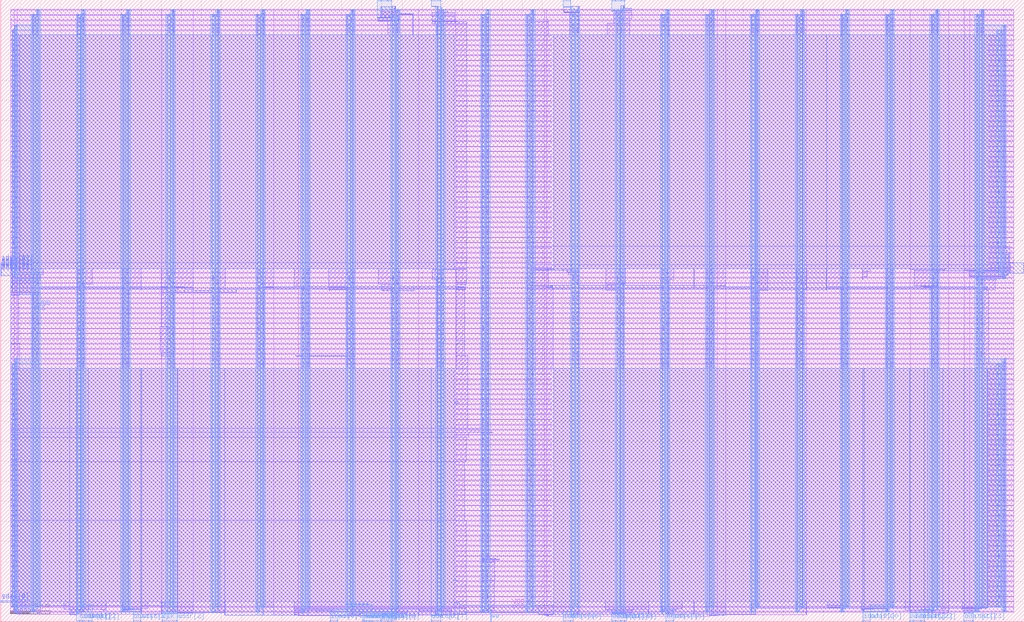
<source format=lef>
VERSION 5.8 ;
BUSBITCHARS "[]" ;
DIVIDERCHAR "/" ;
UNITS
    DATABASE MICRONS 2000 ;
END UNITS
MACRO mem_64_32_gf180
  FOREIGN mem_64_32_gf180 0 0 ;
  CLASS BLOCK ;
  SIZE 1020 BY 620 ;
  PIN VDD
    USE POWER ;
    DIRECTION INOUT ;
    PORT
      LAYER Metal4 ;
        RECT  992.26 14.546 996.74 257.614 ;
        RECT  11.48 347.186 13.72 590.254 ;
        RECT  992.26 347.186 996.74 590.254 ;
        RECT  11.48 14.546 13.72 257.614 ;
        RECT  976.08 14.546 980.56 610.414 ;
        RECT  931.28 14.546 935.76 610.414 ;
        RECT  886.48 14.546 890.96 610.414 ;
        RECT  841.68 14.546 846.16 610.414 ;
        RECT  796.88 14.546 801.36 610.414 ;
        RECT  752.08 14.546 756.56 610.414 ;
        RECT  707.28 14.546 711.76 610.414 ;
        RECT  662.48 14.546 666.96 610.414 ;
        RECT  617.68 14.546 622.16 610.414 ;
        RECT  572.88 14.546 577.36 610.414 ;
        RECT  528.08 14.546 532.56 610.414 ;
        RECT  483.28 14.546 487.76 610.414 ;
        RECT  438.48 14.546 442.96 610.414 ;
        RECT  393.68 14.546 398.16 610.414 ;
        RECT  348.88 14.546 353.36 610.414 ;
        RECT  304.08 14.546 308.56 610.414 ;
        RECT  259.28 14.546 263.76 610.414 ;
        RECT  214.48 14.546 218.96 610.414 ;
        RECT  169.68 14.546 174.16 610.414 ;
        RECT  124.88 14.546 129.36 610.414 ;
        RECT  80.08 14.546 84.56 610.414 ;
        RECT  35.28 14.546 39.76 610.414 ;
      LAYER Metal1 ;
        RECT  985.04 579.15 1009.68 580.05 ;
        RECT  985.04 569.07 1009.68 569.97 ;
        RECT  985.04 558.99 1009.68 559.89 ;
        RECT  985.04 548.91 1009.68 549.81 ;
        RECT  985.04 538.83 1009.68 539.73 ;
        RECT  985.04 528.75 1009.68 529.65 ;
        RECT  985.04 518.67 1009.68 519.57 ;
        RECT  985.04 508.59 1009.68 509.49 ;
        RECT  985.04 498.51 1009.68 499.41 ;
        RECT  985.04 488.43 1009.68 489.33 ;
        RECT  985.04 478.35 1009.68 479.25 ;
        RECT  985.04 468.27 1009.68 469.17 ;
        RECT  985.04 458.19 1009.68 459.09 ;
        RECT  985.04 448.11 1009.68 449.01 ;
        RECT  985.04 438.03 1009.68 438.93 ;
        RECT  985.04 427.95 1009.68 428.85 ;
        RECT  985.04 417.87 1009.68 418.77 ;
        RECT  985.04 407.79 1009.68 408.69 ;
        RECT  985.04 397.71 1009.68 398.61 ;
        RECT  985.04 387.63 1009.68 388.53 ;
        RECT  985.04 377.55 1009.68 378.45 ;
        RECT  985.04 367.47 1009.68 368.37 ;
        RECT  985.04 357.39 1009.68 358.29 ;
        RECT  985.04 246.51 1009.68 247.41 ;
        RECT  985.04 236.43 1009.68 237.33 ;
        RECT  985.04 226.35 1009.68 227.25 ;
        RECT  985.04 216.27 1009.68 217.17 ;
        RECT  985.04 206.19 1009.68 207.09 ;
        RECT  985.04 196.11 1009.68 197.01 ;
        RECT  985.04 186.03 1009.68 186.93 ;
        RECT  985.04 175.95 1009.68 176.85 ;
        RECT  985.04 165.87 1009.68 166.77 ;
        RECT  985.04 155.79 1009.68 156.69 ;
        RECT  985.04 145.71 1009.68 146.61 ;
        RECT  985.04 135.63 1009.68 136.53 ;
        RECT  985.04 125.55 1009.68 126.45 ;
        RECT  985.04 115.47 1009.68 116.37 ;
        RECT  985.04 105.39 1009.68 106.29 ;
        RECT  985.04 95.31 1009.68 96.21 ;
        RECT  985.04 85.23 1009.68 86.13 ;
        RECT  985.04 75.15 1009.68 76.05 ;
        RECT  985.04 65.07 1009.68 65.97 ;
        RECT  985.04 54.99 1009.68 55.89 ;
        RECT  985.04 44.91 1009.68 45.81 ;
        RECT  985.04 34.83 1009.68 35.73 ;
        RECT  985.04 24.75 1009.68 25.65 ;
        RECT  454.16 579.15 548.8 580.05 ;
        RECT  454.16 569.07 548.8 569.97 ;
        RECT  454.16 558.99 548.8 559.89 ;
        RECT  454.16 548.91 548.8 549.81 ;
        RECT  454.16 538.83 548.8 539.73 ;
        RECT  454.16 528.75 548.8 529.65 ;
        RECT  454.16 518.67 548.8 519.57 ;
        RECT  454.16 508.59 548.8 509.49 ;
        RECT  454.16 498.51 548.8 499.41 ;
        RECT  454.16 488.43 548.8 489.33 ;
        RECT  454.16 478.35 548.8 479.25 ;
        RECT  454.16 468.27 548.8 469.17 ;
        RECT  454.16 458.19 548.8 459.09 ;
        RECT  454.16 448.11 548.8 449.01 ;
        RECT  454.16 438.03 548.8 438.93 ;
        RECT  454.16 427.95 548.8 428.85 ;
        RECT  454.16 417.87 548.8 418.77 ;
        RECT  454.16 407.79 548.8 408.69 ;
        RECT  454.16 397.71 548.8 398.61 ;
        RECT  454.16 387.63 548.8 388.53 ;
        RECT  454.16 377.55 548.8 378.45 ;
        RECT  454.16 367.47 548.8 368.37 ;
        RECT  454.16 357.39 548.8 358.29 ;
        RECT  454.16 246.51 548.8 247.41 ;
        RECT  454.16 236.43 548.8 237.33 ;
        RECT  454.16 226.35 548.8 227.25 ;
        RECT  454.16 216.27 548.8 217.17 ;
        RECT  454.16 206.19 548.8 207.09 ;
        RECT  454.16 196.11 548.8 197.01 ;
        RECT  454.16 186.03 548.8 186.93 ;
        RECT  454.16 175.95 548.8 176.85 ;
        RECT  454.16 165.87 548.8 166.77 ;
        RECT  454.16 155.79 548.8 156.69 ;
        RECT  454.16 145.71 548.8 146.61 ;
        RECT  454.16 135.63 548.8 136.53 ;
        RECT  454.16 125.55 548.8 126.45 ;
        RECT  454.16 115.47 548.8 116.37 ;
        RECT  454.16 105.39 548.8 106.29 ;
        RECT  454.16 95.31 548.8 96.21 ;
        RECT  454.16 85.23 548.8 86.13 ;
        RECT  454.16 75.15 548.8 76.05 ;
        RECT  454.16 65.07 548.8 65.97 ;
        RECT  454.16 54.99 548.8 55.89 ;
        RECT  454.16 44.91 548.8 45.81 ;
        RECT  454.16 34.83 548.8 35.73 ;
        RECT  454.16 24.75 548.8 25.65 ;
        RECT  10.08 609.39 1009.68 610.29 ;
        RECT  10.08 599.31 1009.68 600.21 ;
        RECT  10.08 589.23 1009.68 590.13 ;
        RECT  10.08 579.15 17.92 580.05 ;
        RECT  10.08 569.07 17.92 569.97 ;
        RECT  10.08 558.99 17.92 559.89 ;
        RECT  10.08 548.91 17.92 549.81 ;
        RECT  10.08 538.83 17.92 539.73 ;
        RECT  10.08 528.75 17.92 529.65 ;
        RECT  10.08 518.67 17.92 519.57 ;
        RECT  10.08 508.59 17.92 509.49 ;
        RECT  10.08 498.51 17.92 499.41 ;
        RECT  10.08 488.43 17.92 489.33 ;
        RECT  10.08 478.35 17.92 479.25 ;
        RECT  10.08 468.27 17.92 469.17 ;
        RECT  10.08 458.19 17.92 459.09 ;
        RECT  10.08 448.11 17.92 449.01 ;
        RECT  10.08 438.03 17.92 438.93 ;
        RECT  10.08 427.95 17.92 428.85 ;
        RECT  10.08 417.87 17.92 418.77 ;
        RECT  10.08 407.79 17.92 408.69 ;
        RECT  10.08 397.71 17.92 398.61 ;
        RECT  10.08 387.63 17.92 388.53 ;
        RECT  10.08 377.55 17.92 378.45 ;
        RECT  10.08 367.47 17.92 368.37 ;
        RECT  10.08 357.39 17.92 358.29 ;
        RECT  10.08 347.31 1009.68 348.21 ;
        RECT  10.08 337.23 1009.68 338.13 ;
        RECT  10.08 327.15 1009.68 328.05 ;
        RECT  10.08 317.07 1009.68 317.97 ;
        RECT  10.08 306.99 1009.68 307.89 ;
        RECT  10.08 296.91 1009.68 297.81 ;
        RECT  10.08 286.83 1009.68 287.73 ;
        RECT  10.08 276.75 1009.68 277.65 ;
        RECT  10.08 266.67 1009.68 267.57 ;
        RECT  10.08 256.59 1009.68 257.49 ;
        RECT  10.08 246.51 17.92 247.41 ;
        RECT  10.08 236.43 17.92 237.33 ;
        RECT  10.08 226.35 17.92 227.25 ;
        RECT  10.08 216.27 17.92 217.17 ;
        RECT  10.08 206.19 17.92 207.09 ;
        RECT  10.08 196.11 17.92 197.01 ;
        RECT  10.08 186.03 17.92 186.93 ;
        RECT  10.08 175.95 17.92 176.85 ;
        RECT  10.08 165.87 17.92 166.77 ;
        RECT  10.08 155.79 17.92 156.69 ;
        RECT  10.08 145.71 17.92 146.61 ;
        RECT  10.08 135.63 17.92 136.53 ;
        RECT  10.08 125.55 17.92 126.45 ;
        RECT  10.08 115.47 17.92 116.37 ;
        RECT  10.08 105.39 17.92 106.29 ;
        RECT  10.08 95.31 17.92 96.21 ;
        RECT  10.08 85.23 17.92 86.13 ;
        RECT  10.08 75.15 17.92 76.05 ;
        RECT  10.08 65.07 17.92 65.97 ;
        RECT  10.08 54.99 17.92 55.89 ;
        RECT  10.08 44.91 17.92 45.81 ;
        RECT  10.08 34.83 17.92 35.73 ;
        RECT  10.08 24.75 17.92 25.65 ;
        RECT  10.08 14.67 1009.68 15.57 ;
      VIA 994.756 590.064 via3_4_8960_1800_1_1_256_256 ;
      VIA 994.628 590.064 via3_4_8960_1800_1_1_256_256 ;
      VIA 994.5 590.064 via3_4_8960_1800_1_1_256_256 ;
      VIA 994.372 590.064 via3_4_8960_1800_1_1_256_256 ;
      VIA 994.244 590.064 via3_4_8960_1800_1_1_256_256 ;
      VIA 994.756 589.936 via3_4_8960_1800_1_1_256_256 ;
      VIA 994.628 589.936 via3_4_8960_1800_1_1_256_256 ;
      VIA 994.5 589.936 via3_4_8960_1800_1_1_256_256 ;
      VIA 994.372 589.936 via3_4_8960_1800_1_1_256_256 ;
      VIA 994.244 589.936 via3_4_8960_1800_1_1_256_256 ;
      VIA 994.756 589.808 via3_4_8960_1800_1_1_256_256 ;
      VIA 994.628 589.808 via3_4_8960_1800_1_1_256_256 ;
      VIA 994.5 589.808 via3_4_8960_1800_1_1_256_256 ;
      VIA 994.372 589.808 via3_4_8960_1800_1_1_256_256 ;
      VIA 994.244 589.808 via3_4_8960_1800_1_1_256_256 ;
      VIA 994.756 589.68 via3_4_8960_1800_1_1_256_256 ;
      VIA 994.628 589.68 via3_4_8960_1800_1_1_256_256 ;
      VIA 994.5 589.68 via3_4_8960_1800_1_1_256_256 ;
      VIA 994.372 589.68 via3_4_8960_1800_1_1_256_256 ;
      VIA 994.244 589.68 via3_4_8960_1800_1_1_256_256 ;
      VIA 994.756 589.552 via3_4_8960_1800_1_1_256_256 ;
      VIA 994.628 589.552 via3_4_8960_1800_1_1_256_256 ;
      VIA 994.5 589.552 via3_4_8960_1800_1_1_256_256 ;
      VIA 994.372 589.552 via3_4_8960_1800_1_1_256_256 ;
      VIA 994.244 589.552 via3_4_8960_1800_1_1_256_256 ;
      VIA 994.756 589.424 via3_4_8960_1800_1_1_256_256 ;
      VIA 994.628 589.424 via3_4_8960_1800_1_1_256_256 ;
      VIA 994.5 589.424 via3_4_8960_1800_1_1_256_256 ;
      VIA 994.372 589.424 via3_4_8960_1800_1_1_256_256 ;
      VIA 994.244 589.424 via3_4_8960_1800_1_1_256_256 ;
      VIA 994.756 589.296 via3_4_8960_1800_1_1_256_256 ;
      VIA 994.628 589.296 via3_4_8960_1800_1_1_256_256 ;
      VIA 994.5 589.296 via3_4_8960_1800_1_1_256_256 ;
      VIA 994.372 589.296 via3_4_8960_1800_1_1_256_256 ;
      VIA 994.244 589.296 via3_4_8960_1800_1_1_256_256 ;
      LAYER Metal2 ;
        RECT  993.49 589.106 995.63 590.254 ;
      VIA 994.816 590.064 via2_3_8960_1800_1_1_256_256 ;
      VIA 994.688 590.064 via2_3_8960_1800_1_1_256_256 ;
      VIA 994.56 590.064 via2_3_8960_1800_1_1_256_256 ;
      VIA 994.432 590.064 via2_3_8960_1800_1_1_256_256 ;
      VIA 994.304 590.064 via2_3_8960_1800_1_1_256_256 ;
      VIA 994.816 589.936 via2_3_8960_1800_1_1_256_256 ;
      VIA 994.688 589.936 via2_3_8960_1800_1_1_256_256 ;
      VIA 994.56 589.936 via2_3_8960_1800_1_1_256_256 ;
      VIA 994.432 589.936 via2_3_8960_1800_1_1_256_256 ;
      VIA 994.304 589.936 via2_3_8960_1800_1_1_256_256 ;
      VIA 994.816 589.808 via2_3_8960_1800_1_1_256_256 ;
      VIA 994.688 589.808 via2_3_8960_1800_1_1_256_256 ;
      VIA 994.56 589.808 via2_3_8960_1800_1_1_256_256 ;
      VIA 994.432 589.808 via2_3_8960_1800_1_1_256_256 ;
      VIA 994.304 589.808 via2_3_8960_1800_1_1_256_256 ;
      VIA 994.816 589.68 via2_3_8960_1800_1_1_256_256 ;
      VIA 994.688 589.68 via2_3_8960_1800_1_1_256_256 ;
      VIA 994.56 589.68 via2_3_8960_1800_1_1_256_256 ;
      VIA 994.432 589.68 via2_3_8960_1800_1_1_256_256 ;
      VIA 994.304 589.68 via2_3_8960_1800_1_1_256_256 ;
      VIA 994.816 589.552 via2_3_8960_1800_1_1_256_256 ;
      VIA 994.688 589.552 via2_3_8960_1800_1_1_256_256 ;
      VIA 994.56 589.552 via2_3_8960_1800_1_1_256_256 ;
      VIA 994.432 589.552 via2_3_8960_1800_1_1_256_256 ;
      VIA 994.304 589.552 via2_3_8960_1800_1_1_256_256 ;
      VIA 994.816 589.424 via2_3_8960_1800_1_1_256_256 ;
      VIA 994.688 589.424 via2_3_8960_1800_1_1_256_256 ;
      VIA 994.56 589.424 via2_3_8960_1800_1_1_256_256 ;
      VIA 994.432 589.424 via2_3_8960_1800_1_1_256_256 ;
      VIA 994.304 589.424 via2_3_8960_1800_1_1_256_256 ;
      VIA 994.816 589.296 via2_3_8960_1800_1_1_256_256 ;
      VIA 994.688 589.296 via2_3_8960_1800_1_1_256_256 ;
      VIA 994.56 589.296 via2_3_8960_1800_1_1_256_256 ;
      VIA 994.432 589.296 via2_3_8960_1800_1_1_256_256 ;
      VIA 994.304 589.296 via2_3_8960_1800_1_1_256_256 ;
      VIA 994.56 589.68 via1_2_8960_1800_1_4_1240_1240 ;
      VIA 994.756 579.984 via3_4_8960_1800_1_1_256_256 ;
      VIA 994.628 579.984 via3_4_8960_1800_1_1_256_256 ;
      VIA 994.5 579.984 via3_4_8960_1800_1_1_256_256 ;
      VIA 994.372 579.984 via3_4_8960_1800_1_1_256_256 ;
      VIA 994.244 579.984 via3_4_8960_1800_1_1_256_256 ;
      VIA 994.756 579.856 via3_4_8960_1800_1_1_256_256 ;
      VIA 994.628 579.856 via3_4_8960_1800_1_1_256_256 ;
      VIA 994.5 579.856 via3_4_8960_1800_1_1_256_256 ;
      VIA 994.372 579.856 via3_4_8960_1800_1_1_256_256 ;
      VIA 994.244 579.856 via3_4_8960_1800_1_1_256_256 ;
      VIA 994.756 579.728 via3_4_8960_1800_1_1_256_256 ;
      VIA 994.628 579.728 via3_4_8960_1800_1_1_256_256 ;
      VIA 994.5 579.728 via3_4_8960_1800_1_1_256_256 ;
      VIA 994.372 579.728 via3_4_8960_1800_1_1_256_256 ;
      VIA 994.244 579.728 via3_4_8960_1800_1_1_256_256 ;
      VIA 994.756 579.6 via3_4_8960_1800_1_1_256_256 ;
      VIA 994.628 579.6 via3_4_8960_1800_1_1_256_256 ;
      VIA 994.5 579.6 via3_4_8960_1800_1_1_256_256 ;
      VIA 994.372 579.6 via3_4_8960_1800_1_1_256_256 ;
      VIA 994.244 579.6 via3_4_8960_1800_1_1_256_256 ;
      VIA 994.756 579.472 via3_4_8960_1800_1_1_256_256 ;
      VIA 994.628 579.472 via3_4_8960_1800_1_1_256_256 ;
      VIA 994.5 579.472 via3_4_8960_1800_1_1_256_256 ;
      VIA 994.372 579.472 via3_4_8960_1800_1_1_256_256 ;
      VIA 994.244 579.472 via3_4_8960_1800_1_1_256_256 ;
      VIA 994.756 579.344 via3_4_8960_1800_1_1_256_256 ;
      VIA 994.628 579.344 via3_4_8960_1800_1_1_256_256 ;
      VIA 994.5 579.344 via3_4_8960_1800_1_1_256_256 ;
      VIA 994.372 579.344 via3_4_8960_1800_1_1_256_256 ;
      VIA 994.244 579.344 via3_4_8960_1800_1_1_256_256 ;
      VIA 994.756 579.216 via3_4_8960_1800_1_1_256_256 ;
      VIA 994.628 579.216 via3_4_8960_1800_1_1_256_256 ;
      VIA 994.5 579.216 via3_4_8960_1800_1_1_256_256 ;
      VIA 994.372 579.216 via3_4_8960_1800_1_1_256_256 ;
      VIA 994.244 579.216 via3_4_8960_1800_1_1_256_256 ;
      LAYER Metal2 ;
        RECT  993.49 579.026 995.63 580.174 ;
      VIA 994.816 579.984 via2_3_8960_1800_1_1_256_256 ;
      VIA 994.688 579.984 via2_3_8960_1800_1_1_256_256 ;
      VIA 994.56 579.984 via2_3_8960_1800_1_1_256_256 ;
      VIA 994.432 579.984 via2_3_8960_1800_1_1_256_256 ;
      VIA 994.304 579.984 via2_3_8960_1800_1_1_256_256 ;
      VIA 994.816 579.856 via2_3_8960_1800_1_1_256_256 ;
      VIA 994.688 579.856 via2_3_8960_1800_1_1_256_256 ;
      VIA 994.56 579.856 via2_3_8960_1800_1_1_256_256 ;
      VIA 994.432 579.856 via2_3_8960_1800_1_1_256_256 ;
      VIA 994.304 579.856 via2_3_8960_1800_1_1_256_256 ;
      VIA 994.816 579.728 via2_3_8960_1800_1_1_256_256 ;
      VIA 994.688 579.728 via2_3_8960_1800_1_1_256_256 ;
      VIA 994.56 579.728 via2_3_8960_1800_1_1_256_256 ;
      VIA 994.432 579.728 via2_3_8960_1800_1_1_256_256 ;
      VIA 994.304 579.728 via2_3_8960_1800_1_1_256_256 ;
      VIA 994.816 579.6 via2_3_8960_1800_1_1_256_256 ;
      VIA 994.688 579.6 via2_3_8960_1800_1_1_256_256 ;
      VIA 994.56 579.6 via2_3_8960_1800_1_1_256_256 ;
      VIA 994.432 579.6 via2_3_8960_1800_1_1_256_256 ;
      VIA 994.304 579.6 via2_3_8960_1800_1_1_256_256 ;
      VIA 994.816 579.472 via2_3_8960_1800_1_1_256_256 ;
      VIA 994.688 579.472 via2_3_8960_1800_1_1_256_256 ;
      VIA 994.56 579.472 via2_3_8960_1800_1_1_256_256 ;
      VIA 994.432 579.472 via2_3_8960_1800_1_1_256_256 ;
      VIA 994.304 579.472 via2_3_8960_1800_1_1_256_256 ;
      VIA 994.816 579.344 via2_3_8960_1800_1_1_256_256 ;
      VIA 994.688 579.344 via2_3_8960_1800_1_1_256_256 ;
      VIA 994.56 579.344 via2_3_8960_1800_1_1_256_256 ;
      VIA 994.432 579.344 via2_3_8960_1800_1_1_256_256 ;
      VIA 994.304 579.344 via2_3_8960_1800_1_1_256_256 ;
      VIA 994.816 579.216 via2_3_8960_1800_1_1_256_256 ;
      VIA 994.688 579.216 via2_3_8960_1800_1_1_256_256 ;
      VIA 994.56 579.216 via2_3_8960_1800_1_1_256_256 ;
      VIA 994.432 579.216 via2_3_8960_1800_1_1_256_256 ;
      VIA 994.304 579.216 via2_3_8960_1800_1_1_256_256 ;
      VIA 994.56 579.6 via1_2_8960_1800_1_4_1240_1240 ;
      VIA 994.756 569.904 via3_4_8960_1800_1_1_256_256 ;
      VIA 994.628 569.904 via3_4_8960_1800_1_1_256_256 ;
      VIA 994.5 569.904 via3_4_8960_1800_1_1_256_256 ;
      VIA 994.372 569.904 via3_4_8960_1800_1_1_256_256 ;
      VIA 994.244 569.904 via3_4_8960_1800_1_1_256_256 ;
      VIA 994.756 569.776 via3_4_8960_1800_1_1_256_256 ;
      VIA 994.628 569.776 via3_4_8960_1800_1_1_256_256 ;
      VIA 994.5 569.776 via3_4_8960_1800_1_1_256_256 ;
      VIA 994.372 569.776 via3_4_8960_1800_1_1_256_256 ;
      VIA 994.244 569.776 via3_4_8960_1800_1_1_256_256 ;
      VIA 994.756 569.648 via3_4_8960_1800_1_1_256_256 ;
      VIA 994.628 569.648 via3_4_8960_1800_1_1_256_256 ;
      VIA 994.5 569.648 via3_4_8960_1800_1_1_256_256 ;
      VIA 994.372 569.648 via3_4_8960_1800_1_1_256_256 ;
      VIA 994.244 569.648 via3_4_8960_1800_1_1_256_256 ;
      VIA 994.756 569.52 via3_4_8960_1800_1_1_256_256 ;
      VIA 994.628 569.52 via3_4_8960_1800_1_1_256_256 ;
      VIA 994.5 569.52 via3_4_8960_1800_1_1_256_256 ;
      VIA 994.372 569.52 via3_4_8960_1800_1_1_256_256 ;
      VIA 994.244 569.52 via3_4_8960_1800_1_1_256_256 ;
      VIA 994.756 569.392 via3_4_8960_1800_1_1_256_256 ;
      VIA 994.628 569.392 via3_4_8960_1800_1_1_256_256 ;
      VIA 994.5 569.392 via3_4_8960_1800_1_1_256_256 ;
      VIA 994.372 569.392 via3_4_8960_1800_1_1_256_256 ;
      VIA 994.244 569.392 via3_4_8960_1800_1_1_256_256 ;
      VIA 994.756 569.264 via3_4_8960_1800_1_1_256_256 ;
      VIA 994.628 569.264 via3_4_8960_1800_1_1_256_256 ;
      VIA 994.5 569.264 via3_4_8960_1800_1_1_256_256 ;
      VIA 994.372 569.264 via3_4_8960_1800_1_1_256_256 ;
      VIA 994.244 569.264 via3_4_8960_1800_1_1_256_256 ;
      VIA 994.756 569.136 via3_4_8960_1800_1_1_256_256 ;
      VIA 994.628 569.136 via3_4_8960_1800_1_1_256_256 ;
      VIA 994.5 569.136 via3_4_8960_1800_1_1_256_256 ;
      VIA 994.372 569.136 via3_4_8960_1800_1_1_256_256 ;
      VIA 994.244 569.136 via3_4_8960_1800_1_1_256_256 ;
      LAYER Metal2 ;
        RECT  993.49 568.946 995.63 570.094 ;
      VIA 994.816 569.904 via2_3_8960_1800_1_1_256_256 ;
      VIA 994.688 569.904 via2_3_8960_1800_1_1_256_256 ;
      VIA 994.56 569.904 via2_3_8960_1800_1_1_256_256 ;
      VIA 994.432 569.904 via2_3_8960_1800_1_1_256_256 ;
      VIA 994.304 569.904 via2_3_8960_1800_1_1_256_256 ;
      VIA 994.816 569.776 via2_3_8960_1800_1_1_256_256 ;
      VIA 994.688 569.776 via2_3_8960_1800_1_1_256_256 ;
      VIA 994.56 569.776 via2_3_8960_1800_1_1_256_256 ;
      VIA 994.432 569.776 via2_3_8960_1800_1_1_256_256 ;
      VIA 994.304 569.776 via2_3_8960_1800_1_1_256_256 ;
      VIA 994.816 569.648 via2_3_8960_1800_1_1_256_256 ;
      VIA 994.688 569.648 via2_3_8960_1800_1_1_256_256 ;
      VIA 994.56 569.648 via2_3_8960_1800_1_1_256_256 ;
      VIA 994.432 569.648 via2_3_8960_1800_1_1_256_256 ;
      VIA 994.304 569.648 via2_3_8960_1800_1_1_256_256 ;
      VIA 994.816 569.52 via2_3_8960_1800_1_1_256_256 ;
      VIA 994.688 569.52 via2_3_8960_1800_1_1_256_256 ;
      VIA 994.56 569.52 via2_3_8960_1800_1_1_256_256 ;
      VIA 994.432 569.52 via2_3_8960_1800_1_1_256_256 ;
      VIA 994.304 569.52 via2_3_8960_1800_1_1_256_256 ;
      VIA 994.816 569.392 via2_3_8960_1800_1_1_256_256 ;
      VIA 994.688 569.392 via2_3_8960_1800_1_1_256_256 ;
      VIA 994.56 569.392 via2_3_8960_1800_1_1_256_256 ;
      VIA 994.432 569.392 via2_3_8960_1800_1_1_256_256 ;
      VIA 994.304 569.392 via2_3_8960_1800_1_1_256_256 ;
      VIA 994.816 569.264 via2_3_8960_1800_1_1_256_256 ;
      VIA 994.688 569.264 via2_3_8960_1800_1_1_256_256 ;
      VIA 994.56 569.264 via2_3_8960_1800_1_1_256_256 ;
      VIA 994.432 569.264 via2_3_8960_1800_1_1_256_256 ;
      VIA 994.304 569.264 via2_3_8960_1800_1_1_256_256 ;
      VIA 994.816 569.136 via2_3_8960_1800_1_1_256_256 ;
      VIA 994.688 569.136 via2_3_8960_1800_1_1_256_256 ;
      VIA 994.56 569.136 via2_3_8960_1800_1_1_256_256 ;
      VIA 994.432 569.136 via2_3_8960_1800_1_1_256_256 ;
      VIA 994.304 569.136 via2_3_8960_1800_1_1_256_256 ;
      VIA 994.56 569.52 via1_2_8960_1800_1_4_1240_1240 ;
      VIA 994.756 559.824 via3_4_8960_1800_1_1_256_256 ;
      VIA 994.628 559.824 via3_4_8960_1800_1_1_256_256 ;
      VIA 994.5 559.824 via3_4_8960_1800_1_1_256_256 ;
      VIA 994.372 559.824 via3_4_8960_1800_1_1_256_256 ;
      VIA 994.244 559.824 via3_4_8960_1800_1_1_256_256 ;
      VIA 994.756 559.696 via3_4_8960_1800_1_1_256_256 ;
      VIA 994.628 559.696 via3_4_8960_1800_1_1_256_256 ;
      VIA 994.5 559.696 via3_4_8960_1800_1_1_256_256 ;
      VIA 994.372 559.696 via3_4_8960_1800_1_1_256_256 ;
      VIA 994.244 559.696 via3_4_8960_1800_1_1_256_256 ;
      VIA 994.756 559.568 via3_4_8960_1800_1_1_256_256 ;
      VIA 994.628 559.568 via3_4_8960_1800_1_1_256_256 ;
      VIA 994.5 559.568 via3_4_8960_1800_1_1_256_256 ;
      VIA 994.372 559.568 via3_4_8960_1800_1_1_256_256 ;
      VIA 994.244 559.568 via3_4_8960_1800_1_1_256_256 ;
      VIA 994.756 559.44 via3_4_8960_1800_1_1_256_256 ;
      VIA 994.628 559.44 via3_4_8960_1800_1_1_256_256 ;
      VIA 994.5 559.44 via3_4_8960_1800_1_1_256_256 ;
      VIA 994.372 559.44 via3_4_8960_1800_1_1_256_256 ;
      VIA 994.244 559.44 via3_4_8960_1800_1_1_256_256 ;
      VIA 994.756 559.312 via3_4_8960_1800_1_1_256_256 ;
      VIA 994.628 559.312 via3_4_8960_1800_1_1_256_256 ;
      VIA 994.5 559.312 via3_4_8960_1800_1_1_256_256 ;
      VIA 994.372 559.312 via3_4_8960_1800_1_1_256_256 ;
      VIA 994.244 559.312 via3_4_8960_1800_1_1_256_256 ;
      VIA 994.756 559.184 via3_4_8960_1800_1_1_256_256 ;
      VIA 994.628 559.184 via3_4_8960_1800_1_1_256_256 ;
      VIA 994.5 559.184 via3_4_8960_1800_1_1_256_256 ;
      VIA 994.372 559.184 via3_4_8960_1800_1_1_256_256 ;
      VIA 994.244 559.184 via3_4_8960_1800_1_1_256_256 ;
      VIA 994.756 559.056 via3_4_8960_1800_1_1_256_256 ;
      VIA 994.628 559.056 via3_4_8960_1800_1_1_256_256 ;
      VIA 994.5 559.056 via3_4_8960_1800_1_1_256_256 ;
      VIA 994.372 559.056 via3_4_8960_1800_1_1_256_256 ;
      VIA 994.244 559.056 via3_4_8960_1800_1_1_256_256 ;
      LAYER Metal2 ;
        RECT  993.49 558.866 995.63 560.014 ;
      VIA 994.816 559.824 via2_3_8960_1800_1_1_256_256 ;
      VIA 994.688 559.824 via2_3_8960_1800_1_1_256_256 ;
      VIA 994.56 559.824 via2_3_8960_1800_1_1_256_256 ;
      VIA 994.432 559.824 via2_3_8960_1800_1_1_256_256 ;
      VIA 994.304 559.824 via2_3_8960_1800_1_1_256_256 ;
      VIA 994.816 559.696 via2_3_8960_1800_1_1_256_256 ;
      VIA 994.688 559.696 via2_3_8960_1800_1_1_256_256 ;
      VIA 994.56 559.696 via2_3_8960_1800_1_1_256_256 ;
      VIA 994.432 559.696 via2_3_8960_1800_1_1_256_256 ;
      VIA 994.304 559.696 via2_3_8960_1800_1_1_256_256 ;
      VIA 994.816 559.568 via2_3_8960_1800_1_1_256_256 ;
      VIA 994.688 559.568 via2_3_8960_1800_1_1_256_256 ;
      VIA 994.56 559.568 via2_3_8960_1800_1_1_256_256 ;
      VIA 994.432 559.568 via2_3_8960_1800_1_1_256_256 ;
      VIA 994.304 559.568 via2_3_8960_1800_1_1_256_256 ;
      VIA 994.816 559.44 via2_3_8960_1800_1_1_256_256 ;
      VIA 994.688 559.44 via2_3_8960_1800_1_1_256_256 ;
      VIA 994.56 559.44 via2_3_8960_1800_1_1_256_256 ;
      VIA 994.432 559.44 via2_3_8960_1800_1_1_256_256 ;
      VIA 994.304 559.44 via2_3_8960_1800_1_1_256_256 ;
      VIA 994.816 559.312 via2_3_8960_1800_1_1_256_256 ;
      VIA 994.688 559.312 via2_3_8960_1800_1_1_256_256 ;
      VIA 994.56 559.312 via2_3_8960_1800_1_1_256_256 ;
      VIA 994.432 559.312 via2_3_8960_1800_1_1_256_256 ;
      VIA 994.304 559.312 via2_3_8960_1800_1_1_256_256 ;
      VIA 994.816 559.184 via2_3_8960_1800_1_1_256_256 ;
      VIA 994.688 559.184 via2_3_8960_1800_1_1_256_256 ;
      VIA 994.56 559.184 via2_3_8960_1800_1_1_256_256 ;
      VIA 994.432 559.184 via2_3_8960_1800_1_1_256_256 ;
      VIA 994.304 559.184 via2_3_8960_1800_1_1_256_256 ;
      VIA 994.816 559.056 via2_3_8960_1800_1_1_256_256 ;
      VIA 994.688 559.056 via2_3_8960_1800_1_1_256_256 ;
      VIA 994.56 559.056 via2_3_8960_1800_1_1_256_256 ;
      VIA 994.432 559.056 via2_3_8960_1800_1_1_256_256 ;
      VIA 994.304 559.056 via2_3_8960_1800_1_1_256_256 ;
      VIA 994.56 559.44 via1_2_8960_1800_1_4_1240_1240 ;
      VIA 994.756 549.744 via3_4_8960_1800_1_1_256_256 ;
      VIA 994.628 549.744 via3_4_8960_1800_1_1_256_256 ;
      VIA 994.5 549.744 via3_4_8960_1800_1_1_256_256 ;
      VIA 994.372 549.744 via3_4_8960_1800_1_1_256_256 ;
      VIA 994.244 549.744 via3_4_8960_1800_1_1_256_256 ;
      VIA 994.756 549.616 via3_4_8960_1800_1_1_256_256 ;
      VIA 994.628 549.616 via3_4_8960_1800_1_1_256_256 ;
      VIA 994.5 549.616 via3_4_8960_1800_1_1_256_256 ;
      VIA 994.372 549.616 via3_4_8960_1800_1_1_256_256 ;
      VIA 994.244 549.616 via3_4_8960_1800_1_1_256_256 ;
      VIA 994.756 549.488 via3_4_8960_1800_1_1_256_256 ;
      VIA 994.628 549.488 via3_4_8960_1800_1_1_256_256 ;
      VIA 994.5 549.488 via3_4_8960_1800_1_1_256_256 ;
      VIA 994.372 549.488 via3_4_8960_1800_1_1_256_256 ;
      VIA 994.244 549.488 via3_4_8960_1800_1_1_256_256 ;
      VIA 994.756 549.36 via3_4_8960_1800_1_1_256_256 ;
      VIA 994.628 549.36 via3_4_8960_1800_1_1_256_256 ;
      VIA 994.5 549.36 via3_4_8960_1800_1_1_256_256 ;
      VIA 994.372 549.36 via3_4_8960_1800_1_1_256_256 ;
      VIA 994.244 549.36 via3_4_8960_1800_1_1_256_256 ;
      VIA 994.756 549.232 via3_4_8960_1800_1_1_256_256 ;
      VIA 994.628 549.232 via3_4_8960_1800_1_1_256_256 ;
      VIA 994.5 549.232 via3_4_8960_1800_1_1_256_256 ;
      VIA 994.372 549.232 via3_4_8960_1800_1_1_256_256 ;
      VIA 994.244 549.232 via3_4_8960_1800_1_1_256_256 ;
      VIA 994.756 549.104 via3_4_8960_1800_1_1_256_256 ;
      VIA 994.628 549.104 via3_4_8960_1800_1_1_256_256 ;
      VIA 994.5 549.104 via3_4_8960_1800_1_1_256_256 ;
      VIA 994.372 549.104 via3_4_8960_1800_1_1_256_256 ;
      VIA 994.244 549.104 via3_4_8960_1800_1_1_256_256 ;
      VIA 994.756 548.976 via3_4_8960_1800_1_1_256_256 ;
      VIA 994.628 548.976 via3_4_8960_1800_1_1_256_256 ;
      VIA 994.5 548.976 via3_4_8960_1800_1_1_256_256 ;
      VIA 994.372 548.976 via3_4_8960_1800_1_1_256_256 ;
      VIA 994.244 548.976 via3_4_8960_1800_1_1_256_256 ;
      LAYER Metal2 ;
        RECT  993.49 548.786 995.63 549.934 ;
      VIA 994.816 549.744 via2_3_8960_1800_1_1_256_256 ;
      VIA 994.688 549.744 via2_3_8960_1800_1_1_256_256 ;
      VIA 994.56 549.744 via2_3_8960_1800_1_1_256_256 ;
      VIA 994.432 549.744 via2_3_8960_1800_1_1_256_256 ;
      VIA 994.304 549.744 via2_3_8960_1800_1_1_256_256 ;
      VIA 994.816 549.616 via2_3_8960_1800_1_1_256_256 ;
      VIA 994.688 549.616 via2_3_8960_1800_1_1_256_256 ;
      VIA 994.56 549.616 via2_3_8960_1800_1_1_256_256 ;
      VIA 994.432 549.616 via2_3_8960_1800_1_1_256_256 ;
      VIA 994.304 549.616 via2_3_8960_1800_1_1_256_256 ;
      VIA 994.816 549.488 via2_3_8960_1800_1_1_256_256 ;
      VIA 994.688 549.488 via2_3_8960_1800_1_1_256_256 ;
      VIA 994.56 549.488 via2_3_8960_1800_1_1_256_256 ;
      VIA 994.432 549.488 via2_3_8960_1800_1_1_256_256 ;
      VIA 994.304 549.488 via2_3_8960_1800_1_1_256_256 ;
      VIA 994.816 549.36 via2_3_8960_1800_1_1_256_256 ;
      VIA 994.688 549.36 via2_3_8960_1800_1_1_256_256 ;
      VIA 994.56 549.36 via2_3_8960_1800_1_1_256_256 ;
      VIA 994.432 549.36 via2_3_8960_1800_1_1_256_256 ;
      VIA 994.304 549.36 via2_3_8960_1800_1_1_256_256 ;
      VIA 994.816 549.232 via2_3_8960_1800_1_1_256_256 ;
      VIA 994.688 549.232 via2_3_8960_1800_1_1_256_256 ;
      VIA 994.56 549.232 via2_3_8960_1800_1_1_256_256 ;
      VIA 994.432 549.232 via2_3_8960_1800_1_1_256_256 ;
      VIA 994.304 549.232 via2_3_8960_1800_1_1_256_256 ;
      VIA 994.816 549.104 via2_3_8960_1800_1_1_256_256 ;
      VIA 994.688 549.104 via2_3_8960_1800_1_1_256_256 ;
      VIA 994.56 549.104 via2_3_8960_1800_1_1_256_256 ;
      VIA 994.432 549.104 via2_3_8960_1800_1_1_256_256 ;
      VIA 994.304 549.104 via2_3_8960_1800_1_1_256_256 ;
      VIA 994.816 548.976 via2_3_8960_1800_1_1_256_256 ;
      VIA 994.688 548.976 via2_3_8960_1800_1_1_256_256 ;
      VIA 994.56 548.976 via2_3_8960_1800_1_1_256_256 ;
      VIA 994.432 548.976 via2_3_8960_1800_1_1_256_256 ;
      VIA 994.304 548.976 via2_3_8960_1800_1_1_256_256 ;
      VIA 994.56 549.36 via1_2_8960_1800_1_4_1240_1240 ;
      VIA 994.756 539.664 via3_4_8960_1800_1_1_256_256 ;
      VIA 994.628 539.664 via3_4_8960_1800_1_1_256_256 ;
      VIA 994.5 539.664 via3_4_8960_1800_1_1_256_256 ;
      VIA 994.372 539.664 via3_4_8960_1800_1_1_256_256 ;
      VIA 994.244 539.664 via3_4_8960_1800_1_1_256_256 ;
      VIA 994.756 539.536 via3_4_8960_1800_1_1_256_256 ;
      VIA 994.628 539.536 via3_4_8960_1800_1_1_256_256 ;
      VIA 994.5 539.536 via3_4_8960_1800_1_1_256_256 ;
      VIA 994.372 539.536 via3_4_8960_1800_1_1_256_256 ;
      VIA 994.244 539.536 via3_4_8960_1800_1_1_256_256 ;
      VIA 994.756 539.408 via3_4_8960_1800_1_1_256_256 ;
      VIA 994.628 539.408 via3_4_8960_1800_1_1_256_256 ;
      VIA 994.5 539.408 via3_4_8960_1800_1_1_256_256 ;
      VIA 994.372 539.408 via3_4_8960_1800_1_1_256_256 ;
      VIA 994.244 539.408 via3_4_8960_1800_1_1_256_256 ;
      VIA 994.756 539.28 via3_4_8960_1800_1_1_256_256 ;
      VIA 994.628 539.28 via3_4_8960_1800_1_1_256_256 ;
      VIA 994.5 539.28 via3_4_8960_1800_1_1_256_256 ;
      VIA 994.372 539.28 via3_4_8960_1800_1_1_256_256 ;
      VIA 994.244 539.28 via3_4_8960_1800_1_1_256_256 ;
      VIA 994.756 539.152 via3_4_8960_1800_1_1_256_256 ;
      VIA 994.628 539.152 via3_4_8960_1800_1_1_256_256 ;
      VIA 994.5 539.152 via3_4_8960_1800_1_1_256_256 ;
      VIA 994.372 539.152 via3_4_8960_1800_1_1_256_256 ;
      VIA 994.244 539.152 via3_4_8960_1800_1_1_256_256 ;
      VIA 994.756 539.024 via3_4_8960_1800_1_1_256_256 ;
      VIA 994.628 539.024 via3_4_8960_1800_1_1_256_256 ;
      VIA 994.5 539.024 via3_4_8960_1800_1_1_256_256 ;
      VIA 994.372 539.024 via3_4_8960_1800_1_1_256_256 ;
      VIA 994.244 539.024 via3_4_8960_1800_1_1_256_256 ;
      VIA 994.756 538.896 via3_4_8960_1800_1_1_256_256 ;
      VIA 994.628 538.896 via3_4_8960_1800_1_1_256_256 ;
      VIA 994.5 538.896 via3_4_8960_1800_1_1_256_256 ;
      VIA 994.372 538.896 via3_4_8960_1800_1_1_256_256 ;
      VIA 994.244 538.896 via3_4_8960_1800_1_1_256_256 ;
      LAYER Metal2 ;
        RECT  993.49 538.706 995.63 539.854 ;
      VIA 994.816 539.664 via2_3_8960_1800_1_1_256_256 ;
      VIA 994.688 539.664 via2_3_8960_1800_1_1_256_256 ;
      VIA 994.56 539.664 via2_3_8960_1800_1_1_256_256 ;
      VIA 994.432 539.664 via2_3_8960_1800_1_1_256_256 ;
      VIA 994.304 539.664 via2_3_8960_1800_1_1_256_256 ;
      VIA 994.816 539.536 via2_3_8960_1800_1_1_256_256 ;
      VIA 994.688 539.536 via2_3_8960_1800_1_1_256_256 ;
      VIA 994.56 539.536 via2_3_8960_1800_1_1_256_256 ;
      VIA 994.432 539.536 via2_3_8960_1800_1_1_256_256 ;
      VIA 994.304 539.536 via2_3_8960_1800_1_1_256_256 ;
      VIA 994.816 539.408 via2_3_8960_1800_1_1_256_256 ;
      VIA 994.688 539.408 via2_3_8960_1800_1_1_256_256 ;
      VIA 994.56 539.408 via2_3_8960_1800_1_1_256_256 ;
      VIA 994.432 539.408 via2_3_8960_1800_1_1_256_256 ;
      VIA 994.304 539.408 via2_3_8960_1800_1_1_256_256 ;
      VIA 994.816 539.28 via2_3_8960_1800_1_1_256_256 ;
      VIA 994.688 539.28 via2_3_8960_1800_1_1_256_256 ;
      VIA 994.56 539.28 via2_3_8960_1800_1_1_256_256 ;
      VIA 994.432 539.28 via2_3_8960_1800_1_1_256_256 ;
      VIA 994.304 539.28 via2_3_8960_1800_1_1_256_256 ;
      VIA 994.816 539.152 via2_3_8960_1800_1_1_256_256 ;
      VIA 994.688 539.152 via2_3_8960_1800_1_1_256_256 ;
      VIA 994.56 539.152 via2_3_8960_1800_1_1_256_256 ;
      VIA 994.432 539.152 via2_3_8960_1800_1_1_256_256 ;
      VIA 994.304 539.152 via2_3_8960_1800_1_1_256_256 ;
      VIA 994.816 539.024 via2_3_8960_1800_1_1_256_256 ;
      VIA 994.688 539.024 via2_3_8960_1800_1_1_256_256 ;
      VIA 994.56 539.024 via2_3_8960_1800_1_1_256_256 ;
      VIA 994.432 539.024 via2_3_8960_1800_1_1_256_256 ;
      VIA 994.304 539.024 via2_3_8960_1800_1_1_256_256 ;
      VIA 994.816 538.896 via2_3_8960_1800_1_1_256_256 ;
      VIA 994.688 538.896 via2_3_8960_1800_1_1_256_256 ;
      VIA 994.56 538.896 via2_3_8960_1800_1_1_256_256 ;
      VIA 994.432 538.896 via2_3_8960_1800_1_1_256_256 ;
      VIA 994.304 538.896 via2_3_8960_1800_1_1_256_256 ;
      VIA 994.56 539.28 via1_2_8960_1800_1_4_1240_1240 ;
      VIA 994.756 529.584 via3_4_8960_1800_1_1_256_256 ;
      VIA 994.628 529.584 via3_4_8960_1800_1_1_256_256 ;
      VIA 994.5 529.584 via3_4_8960_1800_1_1_256_256 ;
      VIA 994.372 529.584 via3_4_8960_1800_1_1_256_256 ;
      VIA 994.244 529.584 via3_4_8960_1800_1_1_256_256 ;
      VIA 994.756 529.456 via3_4_8960_1800_1_1_256_256 ;
      VIA 994.628 529.456 via3_4_8960_1800_1_1_256_256 ;
      VIA 994.5 529.456 via3_4_8960_1800_1_1_256_256 ;
      VIA 994.372 529.456 via3_4_8960_1800_1_1_256_256 ;
      VIA 994.244 529.456 via3_4_8960_1800_1_1_256_256 ;
      VIA 994.756 529.328 via3_4_8960_1800_1_1_256_256 ;
      VIA 994.628 529.328 via3_4_8960_1800_1_1_256_256 ;
      VIA 994.5 529.328 via3_4_8960_1800_1_1_256_256 ;
      VIA 994.372 529.328 via3_4_8960_1800_1_1_256_256 ;
      VIA 994.244 529.328 via3_4_8960_1800_1_1_256_256 ;
      VIA 994.756 529.2 via3_4_8960_1800_1_1_256_256 ;
      VIA 994.628 529.2 via3_4_8960_1800_1_1_256_256 ;
      VIA 994.5 529.2 via3_4_8960_1800_1_1_256_256 ;
      VIA 994.372 529.2 via3_4_8960_1800_1_1_256_256 ;
      VIA 994.244 529.2 via3_4_8960_1800_1_1_256_256 ;
      VIA 994.756 529.072 via3_4_8960_1800_1_1_256_256 ;
      VIA 994.628 529.072 via3_4_8960_1800_1_1_256_256 ;
      VIA 994.5 529.072 via3_4_8960_1800_1_1_256_256 ;
      VIA 994.372 529.072 via3_4_8960_1800_1_1_256_256 ;
      VIA 994.244 529.072 via3_4_8960_1800_1_1_256_256 ;
      VIA 994.756 528.944 via3_4_8960_1800_1_1_256_256 ;
      VIA 994.628 528.944 via3_4_8960_1800_1_1_256_256 ;
      VIA 994.5 528.944 via3_4_8960_1800_1_1_256_256 ;
      VIA 994.372 528.944 via3_4_8960_1800_1_1_256_256 ;
      VIA 994.244 528.944 via3_4_8960_1800_1_1_256_256 ;
      VIA 994.756 528.816 via3_4_8960_1800_1_1_256_256 ;
      VIA 994.628 528.816 via3_4_8960_1800_1_1_256_256 ;
      VIA 994.5 528.816 via3_4_8960_1800_1_1_256_256 ;
      VIA 994.372 528.816 via3_4_8960_1800_1_1_256_256 ;
      VIA 994.244 528.816 via3_4_8960_1800_1_1_256_256 ;
      LAYER Metal2 ;
        RECT  993.49 528.626 995.63 529.774 ;
      VIA 994.816 529.584 via2_3_8960_1800_1_1_256_256 ;
      VIA 994.688 529.584 via2_3_8960_1800_1_1_256_256 ;
      VIA 994.56 529.584 via2_3_8960_1800_1_1_256_256 ;
      VIA 994.432 529.584 via2_3_8960_1800_1_1_256_256 ;
      VIA 994.304 529.584 via2_3_8960_1800_1_1_256_256 ;
      VIA 994.816 529.456 via2_3_8960_1800_1_1_256_256 ;
      VIA 994.688 529.456 via2_3_8960_1800_1_1_256_256 ;
      VIA 994.56 529.456 via2_3_8960_1800_1_1_256_256 ;
      VIA 994.432 529.456 via2_3_8960_1800_1_1_256_256 ;
      VIA 994.304 529.456 via2_3_8960_1800_1_1_256_256 ;
      VIA 994.816 529.328 via2_3_8960_1800_1_1_256_256 ;
      VIA 994.688 529.328 via2_3_8960_1800_1_1_256_256 ;
      VIA 994.56 529.328 via2_3_8960_1800_1_1_256_256 ;
      VIA 994.432 529.328 via2_3_8960_1800_1_1_256_256 ;
      VIA 994.304 529.328 via2_3_8960_1800_1_1_256_256 ;
      VIA 994.816 529.2 via2_3_8960_1800_1_1_256_256 ;
      VIA 994.688 529.2 via2_3_8960_1800_1_1_256_256 ;
      VIA 994.56 529.2 via2_3_8960_1800_1_1_256_256 ;
      VIA 994.432 529.2 via2_3_8960_1800_1_1_256_256 ;
      VIA 994.304 529.2 via2_3_8960_1800_1_1_256_256 ;
      VIA 994.816 529.072 via2_3_8960_1800_1_1_256_256 ;
      VIA 994.688 529.072 via2_3_8960_1800_1_1_256_256 ;
      VIA 994.56 529.072 via2_3_8960_1800_1_1_256_256 ;
      VIA 994.432 529.072 via2_3_8960_1800_1_1_256_256 ;
      VIA 994.304 529.072 via2_3_8960_1800_1_1_256_256 ;
      VIA 994.816 528.944 via2_3_8960_1800_1_1_256_256 ;
      VIA 994.688 528.944 via2_3_8960_1800_1_1_256_256 ;
      VIA 994.56 528.944 via2_3_8960_1800_1_1_256_256 ;
      VIA 994.432 528.944 via2_3_8960_1800_1_1_256_256 ;
      VIA 994.304 528.944 via2_3_8960_1800_1_1_256_256 ;
      VIA 994.816 528.816 via2_3_8960_1800_1_1_256_256 ;
      VIA 994.688 528.816 via2_3_8960_1800_1_1_256_256 ;
      VIA 994.56 528.816 via2_3_8960_1800_1_1_256_256 ;
      VIA 994.432 528.816 via2_3_8960_1800_1_1_256_256 ;
      VIA 994.304 528.816 via2_3_8960_1800_1_1_256_256 ;
      VIA 994.56 529.2 via1_2_8960_1800_1_4_1240_1240 ;
      VIA 994.756 519.504 via3_4_8960_1800_1_1_256_256 ;
      VIA 994.628 519.504 via3_4_8960_1800_1_1_256_256 ;
      VIA 994.5 519.504 via3_4_8960_1800_1_1_256_256 ;
      VIA 994.372 519.504 via3_4_8960_1800_1_1_256_256 ;
      VIA 994.244 519.504 via3_4_8960_1800_1_1_256_256 ;
      VIA 994.756 519.376 via3_4_8960_1800_1_1_256_256 ;
      VIA 994.628 519.376 via3_4_8960_1800_1_1_256_256 ;
      VIA 994.5 519.376 via3_4_8960_1800_1_1_256_256 ;
      VIA 994.372 519.376 via3_4_8960_1800_1_1_256_256 ;
      VIA 994.244 519.376 via3_4_8960_1800_1_1_256_256 ;
      VIA 994.756 519.248 via3_4_8960_1800_1_1_256_256 ;
      VIA 994.628 519.248 via3_4_8960_1800_1_1_256_256 ;
      VIA 994.5 519.248 via3_4_8960_1800_1_1_256_256 ;
      VIA 994.372 519.248 via3_4_8960_1800_1_1_256_256 ;
      VIA 994.244 519.248 via3_4_8960_1800_1_1_256_256 ;
      VIA 994.756 519.12 via3_4_8960_1800_1_1_256_256 ;
      VIA 994.628 519.12 via3_4_8960_1800_1_1_256_256 ;
      VIA 994.5 519.12 via3_4_8960_1800_1_1_256_256 ;
      VIA 994.372 519.12 via3_4_8960_1800_1_1_256_256 ;
      VIA 994.244 519.12 via3_4_8960_1800_1_1_256_256 ;
      VIA 994.756 518.992 via3_4_8960_1800_1_1_256_256 ;
      VIA 994.628 518.992 via3_4_8960_1800_1_1_256_256 ;
      VIA 994.5 518.992 via3_4_8960_1800_1_1_256_256 ;
      VIA 994.372 518.992 via3_4_8960_1800_1_1_256_256 ;
      VIA 994.244 518.992 via3_4_8960_1800_1_1_256_256 ;
      VIA 994.756 518.864 via3_4_8960_1800_1_1_256_256 ;
      VIA 994.628 518.864 via3_4_8960_1800_1_1_256_256 ;
      VIA 994.5 518.864 via3_4_8960_1800_1_1_256_256 ;
      VIA 994.372 518.864 via3_4_8960_1800_1_1_256_256 ;
      VIA 994.244 518.864 via3_4_8960_1800_1_1_256_256 ;
      VIA 994.756 518.736 via3_4_8960_1800_1_1_256_256 ;
      VIA 994.628 518.736 via3_4_8960_1800_1_1_256_256 ;
      VIA 994.5 518.736 via3_4_8960_1800_1_1_256_256 ;
      VIA 994.372 518.736 via3_4_8960_1800_1_1_256_256 ;
      VIA 994.244 518.736 via3_4_8960_1800_1_1_256_256 ;
      LAYER Metal2 ;
        RECT  993.49 518.546 995.63 519.694 ;
      VIA 994.816 519.504 via2_3_8960_1800_1_1_256_256 ;
      VIA 994.688 519.504 via2_3_8960_1800_1_1_256_256 ;
      VIA 994.56 519.504 via2_3_8960_1800_1_1_256_256 ;
      VIA 994.432 519.504 via2_3_8960_1800_1_1_256_256 ;
      VIA 994.304 519.504 via2_3_8960_1800_1_1_256_256 ;
      VIA 994.816 519.376 via2_3_8960_1800_1_1_256_256 ;
      VIA 994.688 519.376 via2_3_8960_1800_1_1_256_256 ;
      VIA 994.56 519.376 via2_3_8960_1800_1_1_256_256 ;
      VIA 994.432 519.376 via2_3_8960_1800_1_1_256_256 ;
      VIA 994.304 519.376 via2_3_8960_1800_1_1_256_256 ;
      VIA 994.816 519.248 via2_3_8960_1800_1_1_256_256 ;
      VIA 994.688 519.248 via2_3_8960_1800_1_1_256_256 ;
      VIA 994.56 519.248 via2_3_8960_1800_1_1_256_256 ;
      VIA 994.432 519.248 via2_3_8960_1800_1_1_256_256 ;
      VIA 994.304 519.248 via2_3_8960_1800_1_1_256_256 ;
      VIA 994.816 519.12 via2_3_8960_1800_1_1_256_256 ;
      VIA 994.688 519.12 via2_3_8960_1800_1_1_256_256 ;
      VIA 994.56 519.12 via2_3_8960_1800_1_1_256_256 ;
      VIA 994.432 519.12 via2_3_8960_1800_1_1_256_256 ;
      VIA 994.304 519.12 via2_3_8960_1800_1_1_256_256 ;
      VIA 994.816 518.992 via2_3_8960_1800_1_1_256_256 ;
      VIA 994.688 518.992 via2_3_8960_1800_1_1_256_256 ;
      VIA 994.56 518.992 via2_3_8960_1800_1_1_256_256 ;
      VIA 994.432 518.992 via2_3_8960_1800_1_1_256_256 ;
      VIA 994.304 518.992 via2_3_8960_1800_1_1_256_256 ;
      VIA 994.816 518.864 via2_3_8960_1800_1_1_256_256 ;
      VIA 994.688 518.864 via2_3_8960_1800_1_1_256_256 ;
      VIA 994.56 518.864 via2_3_8960_1800_1_1_256_256 ;
      VIA 994.432 518.864 via2_3_8960_1800_1_1_256_256 ;
      VIA 994.304 518.864 via2_3_8960_1800_1_1_256_256 ;
      VIA 994.816 518.736 via2_3_8960_1800_1_1_256_256 ;
      VIA 994.688 518.736 via2_3_8960_1800_1_1_256_256 ;
      VIA 994.56 518.736 via2_3_8960_1800_1_1_256_256 ;
      VIA 994.432 518.736 via2_3_8960_1800_1_1_256_256 ;
      VIA 994.304 518.736 via2_3_8960_1800_1_1_256_256 ;
      VIA 994.56 519.12 via1_2_8960_1800_1_4_1240_1240 ;
      VIA 994.756 509.424 via3_4_8960_1800_1_1_256_256 ;
      VIA 994.628 509.424 via3_4_8960_1800_1_1_256_256 ;
      VIA 994.5 509.424 via3_4_8960_1800_1_1_256_256 ;
      VIA 994.372 509.424 via3_4_8960_1800_1_1_256_256 ;
      VIA 994.244 509.424 via3_4_8960_1800_1_1_256_256 ;
      VIA 994.756 509.296 via3_4_8960_1800_1_1_256_256 ;
      VIA 994.628 509.296 via3_4_8960_1800_1_1_256_256 ;
      VIA 994.5 509.296 via3_4_8960_1800_1_1_256_256 ;
      VIA 994.372 509.296 via3_4_8960_1800_1_1_256_256 ;
      VIA 994.244 509.296 via3_4_8960_1800_1_1_256_256 ;
      VIA 994.756 509.168 via3_4_8960_1800_1_1_256_256 ;
      VIA 994.628 509.168 via3_4_8960_1800_1_1_256_256 ;
      VIA 994.5 509.168 via3_4_8960_1800_1_1_256_256 ;
      VIA 994.372 509.168 via3_4_8960_1800_1_1_256_256 ;
      VIA 994.244 509.168 via3_4_8960_1800_1_1_256_256 ;
      VIA 994.756 509.04 via3_4_8960_1800_1_1_256_256 ;
      VIA 994.628 509.04 via3_4_8960_1800_1_1_256_256 ;
      VIA 994.5 509.04 via3_4_8960_1800_1_1_256_256 ;
      VIA 994.372 509.04 via3_4_8960_1800_1_1_256_256 ;
      VIA 994.244 509.04 via3_4_8960_1800_1_1_256_256 ;
      VIA 994.756 508.912 via3_4_8960_1800_1_1_256_256 ;
      VIA 994.628 508.912 via3_4_8960_1800_1_1_256_256 ;
      VIA 994.5 508.912 via3_4_8960_1800_1_1_256_256 ;
      VIA 994.372 508.912 via3_4_8960_1800_1_1_256_256 ;
      VIA 994.244 508.912 via3_4_8960_1800_1_1_256_256 ;
      VIA 994.756 508.784 via3_4_8960_1800_1_1_256_256 ;
      VIA 994.628 508.784 via3_4_8960_1800_1_1_256_256 ;
      VIA 994.5 508.784 via3_4_8960_1800_1_1_256_256 ;
      VIA 994.372 508.784 via3_4_8960_1800_1_1_256_256 ;
      VIA 994.244 508.784 via3_4_8960_1800_1_1_256_256 ;
      VIA 994.756 508.656 via3_4_8960_1800_1_1_256_256 ;
      VIA 994.628 508.656 via3_4_8960_1800_1_1_256_256 ;
      VIA 994.5 508.656 via3_4_8960_1800_1_1_256_256 ;
      VIA 994.372 508.656 via3_4_8960_1800_1_1_256_256 ;
      VIA 994.244 508.656 via3_4_8960_1800_1_1_256_256 ;
      LAYER Metal2 ;
        RECT  993.49 508.466 995.63 509.614 ;
      VIA 994.816 509.424 via2_3_8960_1800_1_1_256_256 ;
      VIA 994.688 509.424 via2_3_8960_1800_1_1_256_256 ;
      VIA 994.56 509.424 via2_3_8960_1800_1_1_256_256 ;
      VIA 994.432 509.424 via2_3_8960_1800_1_1_256_256 ;
      VIA 994.304 509.424 via2_3_8960_1800_1_1_256_256 ;
      VIA 994.816 509.296 via2_3_8960_1800_1_1_256_256 ;
      VIA 994.688 509.296 via2_3_8960_1800_1_1_256_256 ;
      VIA 994.56 509.296 via2_3_8960_1800_1_1_256_256 ;
      VIA 994.432 509.296 via2_3_8960_1800_1_1_256_256 ;
      VIA 994.304 509.296 via2_3_8960_1800_1_1_256_256 ;
      VIA 994.816 509.168 via2_3_8960_1800_1_1_256_256 ;
      VIA 994.688 509.168 via2_3_8960_1800_1_1_256_256 ;
      VIA 994.56 509.168 via2_3_8960_1800_1_1_256_256 ;
      VIA 994.432 509.168 via2_3_8960_1800_1_1_256_256 ;
      VIA 994.304 509.168 via2_3_8960_1800_1_1_256_256 ;
      VIA 994.816 509.04 via2_3_8960_1800_1_1_256_256 ;
      VIA 994.688 509.04 via2_3_8960_1800_1_1_256_256 ;
      VIA 994.56 509.04 via2_3_8960_1800_1_1_256_256 ;
      VIA 994.432 509.04 via2_3_8960_1800_1_1_256_256 ;
      VIA 994.304 509.04 via2_3_8960_1800_1_1_256_256 ;
      VIA 994.816 508.912 via2_3_8960_1800_1_1_256_256 ;
      VIA 994.688 508.912 via2_3_8960_1800_1_1_256_256 ;
      VIA 994.56 508.912 via2_3_8960_1800_1_1_256_256 ;
      VIA 994.432 508.912 via2_3_8960_1800_1_1_256_256 ;
      VIA 994.304 508.912 via2_3_8960_1800_1_1_256_256 ;
      VIA 994.816 508.784 via2_3_8960_1800_1_1_256_256 ;
      VIA 994.688 508.784 via2_3_8960_1800_1_1_256_256 ;
      VIA 994.56 508.784 via2_3_8960_1800_1_1_256_256 ;
      VIA 994.432 508.784 via2_3_8960_1800_1_1_256_256 ;
      VIA 994.304 508.784 via2_3_8960_1800_1_1_256_256 ;
      VIA 994.816 508.656 via2_3_8960_1800_1_1_256_256 ;
      VIA 994.688 508.656 via2_3_8960_1800_1_1_256_256 ;
      VIA 994.56 508.656 via2_3_8960_1800_1_1_256_256 ;
      VIA 994.432 508.656 via2_3_8960_1800_1_1_256_256 ;
      VIA 994.304 508.656 via2_3_8960_1800_1_1_256_256 ;
      VIA 994.56 509.04 via1_2_8960_1800_1_4_1240_1240 ;
      VIA 994.756 499.344 via3_4_8960_1800_1_1_256_256 ;
      VIA 994.628 499.344 via3_4_8960_1800_1_1_256_256 ;
      VIA 994.5 499.344 via3_4_8960_1800_1_1_256_256 ;
      VIA 994.372 499.344 via3_4_8960_1800_1_1_256_256 ;
      VIA 994.244 499.344 via3_4_8960_1800_1_1_256_256 ;
      VIA 994.756 499.216 via3_4_8960_1800_1_1_256_256 ;
      VIA 994.628 499.216 via3_4_8960_1800_1_1_256_256 ;
      VIA 994.5 499.216 via3_4_8960_1800_1_1_256_256 ;
      VIA 994.372 499.216 via3_4_8960_1800_1_1_256_256 ;
      VIA 994.244 499.216 via3_4_8960_1800_1_1_256_256 ;
      VIA 994.756 499.088 via3_4_8960_1800_1_1_256_256 ;
      VIA 994.628 499.088 via3_4_8960_1800_1_1_256_256 ;
      VIA 994.5 499.088 via3_4_8960_1800_1_1_256_256 ;
      VIA 994.372 499.088 via3_4_8960_1800_1_1_256_256 ;
      VIA 994.244 499.088 via3_4_8960_1800_1_1_256_256 ;
      VIA 994.756 498.96 via3_4_8960_1800_1_1_256_256 ;
      VIA 994.628 498.96 via3_4_8960_1800_1_1_256_256 ;
      VIA 994.5 498.96 via3_4_8960_1800_1_1_256_256 ;
      VIA 994.372 498.96 via3_4_8960_1800_1_1_256_256 ;
      VIA 994.244 498.96 via3_4_8960_1800_1_1_256_256 ;
      VIA 994.756 498.832 via3_4_8960_1800_1_1_256_256 ;
      VIA 994.628 498.832 via3_4_8960_1800_1_1_256_256 ;
      VIA 994.5 498.832 via3_4_8960_1800_1_1_256_256 ;
      VIA 994.372 498.832 via3_4_8960_1800_1_1_256_256 ;
      VIA 994.244 498.832 via3_4_8960_1800_1_1_256_256 ;
      VIA 994.756 498.704 via3_4_8960_1800_1_1_256_256 ;
      VIA 994.628 498.704 via3_4_8960_1800_1_1_256_256 ;
      VIA 994.5 498.704 via3_4_8960_1800_1_1_256_256 ;
      VIA 994.372 498.704 via3_4_8960_1800_1_1_256_256 ;
      VIA 994.244 498.704 via3_4_8960_1800_1_1_256_256 ;
      VIA 994.756 498.576 via3_4_8960_1800_1_1_256_256 ;
      VIA 994.628 498.576 via3_4_8960_1800_1_1_256_256 ;
      VIA 994.5 498.576 via3_4_8960_1800_1_1_256_256 ;
      VIA 994.372 498.576 via3_4_8960_1800_1_1_256_256 ;
      VIA 994.244 498.576 via3_4_8960_1800_1_1_256_256 ;
      LAYER Metal2 ;
        RECT  993.49 498.386 995.63 499.534 ;
      VIA 994.816 499.344 via2_3_8960_1800_1_1_256_256 ;
      VIA 994.688 499.344 via2_3_8960_1800_1_1_256_256 ;
      VIA 994.56 499.344 via2_3_8960_1800_1_1_256_256 ;
      VIA 994.432 499.344 via2_3_8960_1800_1_1_256_256 ;
      VIA 994.304 499.344 via2_3_8960_1800_1_1_256_256 ;
      VIA 994.816 499.216 via2_3_8960_1800_1_1_256_256 ;
      VIA 994.688 499.216 via2_3_8960_1800_1_1_256_256 ;
      VIA 994.56 499.216 via2_3_8960_1800_1_1_256_256 ;
      VIA 994.432 499.216 via2_3_8960_1800_1_1_256_256 ;
      VIA 994.304 499.216 via2_3_8960_1800_1_1_256_256 ;
      VIA 994.816 499.088 via2_3_8960_1800_1_1_256_256 ;
      VIA 994.688 499.088 via2_3_8960_1800_1_1_256_256 ;
      VIA 994.56 499.088 via2_3_8960_1800_1_1_256_256 ;
      VIA 994.432 499.088 via2_3_8960_1800_1_1_256_256 ;
      VIA 994.304 499.088 via2_3_8960_1800_1_1_256_256 ;
      VIA 994.816 498.96 via2_3_8960_1800_1_1_256_256 ;
      VIA 994.688 498.96 via2_3_8960_1800_1_1_256_256 ;
      VIA 994.56 498.96 via2_3_8960_1800_1_1_256_256 ;
      VIA 994.432 498.96 via2_3_8960_1800_1_1_256_256 ;
      VIA 994.304 498.96 via2_3_8960_1800_1_1_256_256 ;
      VIA 994.816 498.832 via2_3_8960_1800_1_1_256_256 ;
      VIA 994.688 498.832 via2_3_8960_1800_1_1_256_256 ;
      VIA 994.56 498.832 via2_3_8960_1800_1_1_256_256 ;
      VIA 994.432 498.832 via2_3_8960_1800_1_1_256_256 ;
      VIA 994.304 498.832 via2_3_8960_1800_1_1_256_256 ;
      VIA 994.816 498.704 via2_3_8960_1800_1_1_256_256 ;
      VIA 994.688 498.704 via2_3_8960_1800_1_1_256_256 ;
      VIA 994.56 498.704 via2_3_8960_1800_1_1_256_256 ;
      VIA 994.432 498.704 via2_3_8960_1800_1_1_256_256 ;
      VIA 994.304 498.704 via2_3_8960_1800_1_1_256_256 ;
      VIA 994.816 498.576 via2_3_8960_1800_1_1_256_256 ;
      VIA 994.688 498.576 via2_3_8960_1800_1_1_256_256 ;
      VIA 994.56 498.576 via2_3_8960_1800_1_1_256_256 ;
      VIA 994.432 498.576 via2_3_8960_1800_1_1_256_256 ;
      VIA 994.304 498.576 via2_3_8960_1800_1_1_256_256 ;
      VIA 994.56 498.96 via1_2_8960_1800_1_4_1240_1240 ;
      VIA 994.756 489.264 via3_4_8960_1800_1_1_256_256 ;
      VIA 994.628 489.264 via3_4_8960_1800_1_1_256_256 ;
      VIA 994.5 489.264 via3_4_8960_1800_1_1_256_256 ;
      VIA 994.372 489.264 via3_4_8960_1800_1_1_256_256 ;
      VIA 994.244 489.264 via3_4_8960_1800_1_1_256_256 ;
      VIA 994.756 489.136 via3_4_8960_1800_1_1_256_256 ;
      VIA 994.628 489.136 via3_4_8960_1800_1_1_256_256 ;
      VIA 994.5 489.136 via3_4_8960_1800_1_1_256_256 ;
      VIA 994.372 489.136 via3_4_8960_1800_1_1_256_256 ;
      VIA 994.244 489.136 via3_4_8960_1800_1_1_256_256 ;
      VIA 994.756 489.008 via3_4_8960_1800_1_1_256_256 ;
      VIA 994.628 489.008 via3_4_8960_1800_1_1_256_256 ;
      VIA 994.5 489.008 via3_4_8960_1800_1_1_256_256 ;
      VIA 994.372 489.008 via3_4_8960_1800_1_1_256_256 ;
      VIA 994.244 489.008 via3_4_8960_1800_1_1_256_256 ;
      VIA 994.756 488.88 via3_4_8960_1800_1_1_256_256 ;
      VIA 994.628 488.88 via3_4_8960_1800_1_1_256_256 ;
      VIA 994.5 488.88 via3_4_8960_1800_1_1_256_256 ;
      VIA 994.372 488.88 via3_4_8960_1800_1_1_256_256 ;
      VIA 994.244 488.88 via3_4_8960_1800_1_1_256_256 ;
      VIA 994.756 488.752 via3_4_8960_1800_1_1_256_256 ;
      VIA 994.628 488.752 via3_4_8960_1800_1_1_256_256 ;
      VIA 994.5 488.752 via3_4_8960_1800_1_1_256_256 ;
      VIA 994.372 488.752 via3_4_8960_1800_1_1_256_256 ;
      VIA 994.244 488.752 via3_4_8960_1800_1_1_256_256 ;
      VIA 994.756 488.624 via3_4_8960_1800_1_1_256_256 ;
      VIA 994.628 488.624 via3_4_8960_1800_1_1_256_256 ;
      VIA 994.5 488.624 via3_4_8960_1800_1_1_256_256 ;
      VIA 994.372 488.624 via3_4_8960_1800_1_1_256_256 ;
      VIA 994.244 488.624 via3_4_8960_1800_1_1_256_256 ;
      VIA 994.756 488.496 via3_4_8960_1800_1_1_256_256 ;
      VIA 994.628 488.496 via3_4_8960_1800_1_1_256_256 ;
      VIA 994.5 488.496 via3_4_8960_1800_1_1_256_256 ;
      VIA 994.372 488.496 via3_4_8960_1800_1_1_256_256 ;
      VIA 994.244 488.496 via3_4_8960_1800_1_1_256_256 ;
      LAYER Metal2 ;
        RECT  993.49 488.306 995.63 489.454 ;
      VIA 994.816 489.264 via2_3_8960_1800_1_1_256_256 ;
      VIA 994.688 489.264 via2_3_8960_1800_1_1_256_256 ;
      VIA 994.56 489.264 via2_3_8960_1800_1_1_256_256 ;
      VIA 994.432 489.264 via2_3_8960_1800_1_1_256_256 ;
      VIA 994.304 489.264 via2_3_8960_1800_1_1_256_256 ;
      VIA 994.816 489.136 via2_3_8960_1800_1_1_256_256 ;
      VIA 994.688 489.136 via2_3_8960_1800_1_1_256_256 ;
      VIA 994.56 489.136 via2_3_8960_1800_1_1_256_256 ;
      VIA 994.432 489.136 via2_3_8960_1800_1_1_256_256 ;
      VIA 994.304 489.136 via2_3_8960_1800_1_1_256_256 ;
      VIA 994.816 489.008 via2_3_8960_1800_1_1_256_256 ;
      VIA 994.688 489.008 via2_3_8960_1800_1_1_256_256 ;
      VIA 994.56 489.008 via2_3_8960_1800_1_1_256_256 ;
      VIA 994.432 489.008 via2_3_8960_1800_1_1_256_256 ;
      VIA 994.304 489.008 via2_3_8960_1800_1_1_256_256 ;
      VIA 994.816 488.88 via2_3_8960_1800_1_1_256_256 ;
      VIA 994.688 488.88 via2_3_8960_1800_1_1_256_256 ;
      VIA 994.56 488.88 via2_3_8960_1800_1_1_256_256 ;
      VIA 994.432 488.88 via2_3_8960_1800_1_1_256_256 ;
      VIA 994.304 488.88 via2_3_8960_1800_1_1_256_256 ;
      VIA 994.816 488.752 via2_3_8960_1800_1_1_256_256 ;
      VIA 994.688 488.752 via2_3_8960_1800_1_1_256_256 ;
      VIA 994.56 488.752 via2_3_8960_1800_1_1_256_256 ;
      VIA 994.432 488.752 via2_3_8960_1800_1_1_256_256 ;
      VIA 994.304 488.752 via2_3_8960_1800_1_1_256_256 ;
      VIA 994.816 488.624 via2_3_8960_1800_1_1_256_256 ;
      VIA 994.688 488.624 via2_3_8960_1800_1_1_256_256 ;
      VIA 994.56 488.624 via2_3_8960_1800_1_1_256_256 ;
      VIA 994.432 488.624 via2_3_8960_1800_1_1_256_256 ;
      VIA 994.304 488.624 via2_3_8960_1800_1_1_256_256 ;
      VIA 994.816 488.496 via2_3_8960_1800_1_1_256_256 ;
      VIA 994.688 488.496 via2_3_8960_1800_1_1_256_256 ;
      VIA 994.56 488.496 via2_3_8960_1800_1_1_256_256 ;
      VIA 994.432 488.496 via2_3_8960_1800_1_1_256_256 ;
      VIA 994.304 488.496 via2_3_8960_1800_1_1_256_256 ;
      VIA 994.56 488.88 via1_2_8960_1800_1_4_1240_1240 ;
      VIA 994.756 479.184 via3_4_8960_1800_1_1_256_256 ;
      VIA 994.628 479.184 via3_4_8960_1800_1_1_256_256 ;
      VIA 994.5 479.184 via3_4_8960_1800_1_1_256_256 ;
      VIA 994.372 479.184 via3_4_8960_1800_1_1_256_256 ;
      VIA 994.244 479.184 via3_4_8960_1800_1_1_256_256 ;
      VIA 994.756 479.056 via3_4_8960_1800_1_1_256_256 ;
      VIA 994.628 479.056 via3_4_8960_1800_1_1_256_256 ;
      VIA 994.5 479.056 via3_4_8960_1800_1_1_256_256 ;
      VIA 994.372 479.056 via3_4_8960_1800_1_1_256_256 ;
      VIA 994.244 479.056 via3_4_8960_1800_1_1_256_256 ;
      VIA 994.756 478.928 via3_4_8960_1800_1_1_256_256 ;
      VIA 994.628 478.928 via3_4_8960_1800_1_1_256_256 ;
      VIA 994.5 478.928 via3_4_8960_1800_1_1_256_256 ;
      VIA 994.372 478.928 via3_4_8960_1800_1_1_256_256 ;
      VIA 994.244 478.928 via3_4_8960_1800_1_1_256_256 ;
      VIA 994.756 478.8 via3_4_8960_1800_1_1_256_256 ;
      VIA 994.628 478.8 via3_4_8960_1800_1_1_256_256 ;
      VIA 994.5 478.8 via3_4_8960_1800_1_1_256_256 ;
      VIA 994.372 478.8 via3_4_8960_1800_1_1_256_256 ;
      VIA 994.244 478.8 via3_4_8960_1800_1_1_256_256 ;
      VIA 994.756 478.672 via3_4_8960_1800_1_1_256_256 ;
      VIA 994.628 478.672 via3_4_8960_1800_1_1_256_256 ;
      VIA 994.5 478.672 via3_4_8960_1800_1_1_256_256 ;
      VIA 994.372 478.672 via3_4_8960_1800_1_1_256_256 ;
      VIA 994.244 478.672 via3_4_8960_1800_1_1_256_256 ;
      VIA 994.756 478.544 via3_4_8960_1800_1_1_256_256 ;
      VIA 994.628 478.544 via3_4_8960_1800_1_1_256_256 ;
      VIA 994.5 478.544 via3_4_8960_1800_1_1_256_256 ;
      VIA 994.372 478.544 via3_4_8960_1800_1_1_256_256 ;
      VIA 994.244 478.544 via3_4_8960_1800_1_1_256_256 ;
      VIA 994.756 478.416 via3_4_8960_1800_1_1_256_256 ;
      VIA 994.628 478.416 via3_4_8960_1800_1_1_256_256 ;
      VIA 994.5 478.416 via3_4_8960_1800_1_1_256_256 ;
      VIA 994.372 478.416 via3_4_8960_1800_1_1_256_256 ;
      VIA 994.244 478.416 via3_4_8960_1800_1_1_256_256 ;
      LAYER Metal2 ;
        RECT  993.49 478.226 995.63 479.374 ;
      VIA 994.816 479.184 via2_3_8960_1800_1_1_256_256 ;
      VIA 994.688 479.184 via2_3_8960_1800_1_1_256_256 ;
      VIA 994.56 479.184 via2_3_8960_1800_1_1_256_256 ;
      VIA 994.432 479.184 via2_3_8960_1800_1_1_256_256 ;
      VIA 994.304 479.184 via2_3_8960_1800_1_1_256_256 ;
      VIA 994.816 479.056 via2_3_8960_1800_1_1_256_256 ;
      VIA 994.688 479.056 via2_3_8960_1800_1_1_256_256 ;
      VIA 994.56 479.056 via2_3_8960_1800_1_1_256_256 ;
      VIA 994.432 479.056 via2_3_8960_1800_1_1_256_256 ;
      VIA 994.304 479.056 via2_3_8960_1800_1_1_256_256 ;
      VIA 994.816 478.928 via2_3_8960_1800_1_1_256_256 ;
      VIA 994.688 478.928 via2_3_8960_1800_1_1_256_256 ;
      VIA 994.56 478.928 via2_3_8960_1800_1_1_256_256 ;
      VIA 994.432 478.928 via2_3_8960_1800_1_1_256_256 ;
      VIA 994.304 478.928 via2_3_8960_1800_1_1_256_256 ;
      VIA 994.816 478.8 via2_3_8960_1800_1_1_256_256 ;
      VIA 994.688 478.8 via2_3_8960_1800_1_1_256_256 ;
      VIA 994.56 478.8 via2_3_8960_1800_1_1_256_256 ;
      VIA 994.432 478.8 via2_3_8960_1800_1_1_256_256 ;
      VIA 994.304 478.8 via2_3_8960_1800_1_1_256_256 ;
      VIA 994.816 478.672 via2_3_8960_1800_1_1_256_256 ;
      VIA 994.688 478.672 via2_3_8960_1800_1_1_256_256 ;
      VIA 994.56 478.672 via2_3_8960_1800_1_1_256_256 ;
      VIA 994.432 478.672 via2_3_8960_1800_1_1_256_256 ;
      VIA 994.304 478.672 via2_3_8960_1800_1_1_256_256 ;
      VIA 994.816 478.544 via2_3_8960_1800_1_1_256_256 ;
      VIA 994.688 478.544 via2_3_8960_1800_1_1_256_256 ;
      VIA 994.56 478.544 via2_3_8960_1800_1_1_256_256 ;
      VIA 994.432 478.544 via2_3_8960_1800_1_1_256_256 ;
      VIA 994.304 478.544 via2_3_8960_1800_1_1_256_256 ;
      VIA 994.816 478.416 via2_3_8960_1800_1_1_256_256 ;
      VIA 994.688 478.416 via2_3_8960_1800_1_1_256_256 ;
      VIA 994.56 478.416 via2_3_8960_1800_1_1_256_256 ;
      VIA 994.432 478.416 via2_3_8960_1800_1_1_256_256 ;
      VIA 994.304 478.416 via2_3_8960_1800_1_1_256_256 ;
      VIA 994.56 478.8 via1_2_8960_1800_1_4_1240_1240 ;
      VIA 994.756 469.104 via3_4_8960_1800_1_1_256_256 ;
      VIA 994.628 469.104 via3_4_8960_1800_1_1_256_256 ;
      VIA 994.5 469.104 via3_4_8960_1800_1_1_256_256 ;
      VIA 994.372 469.104 via3_4_8960_1800_1_1_256_256 ;
      VIA 994.244 469.104 via3_4_8960_1800_1_1_256_256 ;
      VIA 994.756 468.976 via3_4_8960_1800_1_1_256_256 ;
      VIA 994.628 468.976 via3_4_8960_1800_1_1_256_256 ;
      VIA 994.5 468.976 via3_4_8960_1800_1_1_256_256 ;
      VIA 994.372 468.976 via3_4_8960_1800_1_1_256_256 ;
      VIA 994.244 468.976 via3_4_8960_1800_1_1_256_256 ;
      VIA 994.756 468.848 via3_4_8960_1800_1_1_256_256 ;
      VIA 994.628 468.848 via3_4_8960_1800_1_1_256_256 ;
      VIA 994.5 468.848 via3_4_8960_1800_1_1_256_256 ;
      VIA 994.372 468.848 via3_4_8960_1800_1_1_256_256 ;
      VIA 994.244 468.848 via3_4_8960_1800_1_1_256_256 ;
      VIA 994.756 468.72 via3_4_8960_1800_1_1_256_256 ;
      VIA 994.628 468.72 via3_4_8960_1800_1_1_256_256 ;
      VIA 994.5 468.72 via3_4_8960_1800_1_1_256_256 ;
      VIA 994.372 468.72 via3_4_8960_1800_1_1_256_256 ;
      VIA 994.244 468.72 via3_4_8960_1800_1_1_256_256 ;
      VIA 994.756 468.592 via3_4_8960_1800_1_1_256_256 ;
      VIA 994.628 468.592 via3_4_8960_1800_1_1_256_256 ;
      VIA 994.5 468.592 via3_4_8960_1800_1_1_256_256 ;
      VIA 994.372 468.592 via3_4_8960_1800_1_1_256_256 ;
      VIA 994.244 468.592 via3_4_8960_1800_1_1_256_256 ;
      VIA 994.756 468.464 via3_4_8960_1800_1_1_256_256 ;
      VIA 994.628 468.464 via3_4_8960_1800_1_1_256_256 ;
      VIA 994.5 468.464 via3_4_8960_1800_1_1_256_256 ;
      VIA 994.372 468.464 via3_4_8960_1800_1_1_256_256 ;
      VIA 994.244 468.464 via3_4_8960_1800_1_1_256_256 ;
      VIA 994.756 468.336 via3_4_8960_1800_1_1_256_256 ;
      VIA 994.628 468.336 via3_4_8960_1800_1_1_256_256 ;
      VIA 994.5 468.336 via3_4_8960_1800_1_1_256_256 ;
      VIA 994.372 468.336 via3_4_8960_1800_1_1_256_256 ;
      VIA 994.244 468.336 via3_4_8960_1800_1_1_256_256 ;
      LAYER Metal2 ;
        RECT  993.49 468.146 995.63 469.294 ;
      VIA 994.816 469.104 via2_3_8960_1800_1_1_256_256 ;
      VIA 994.688 469.104 via2_3_8960_1800_1_1_256_256 ;
      VIA 994.56 469.104 via2_3_8960_1800_1_1_256_256 ;
      VIA 994.432 469.104 via2_3_8960_1800_1_1_256_256 ;
      VIA 994.304 469.104 via2_3_8960_1800_1_1_256_256 ;
      VIA 994.816 468.976 via2_3_8960_1800_1_1_256_256 ;
      VIA 994.688 468.976 via2_3_8960_1800_1_1_256_256 ;
      VIA 994.56 468.976 via2_3_8960_1800_1_1_256_256 ;
      VIA 994.432 468.976 via2_3_8960_1800_1_1_256_256 ;
      VIA 994.304 468.976 via2_3_8960_1800_1_1_256_256 ;
      VIA 994.816 468.848 via2_3_8960_1800_1_1_256_256 ;
      VIA 994.688 468.848 via2_3_8960_1800_1_1_256_256 ;
      VIA 994.56 468.848 via2_3_8960_1800_1_1_256_256 ;
      VIA 994.432 468.848 via2_3_8960_1800_1_1_256_256 ;
      VIA 994.304 468.848 via2_3_8960_1800_1_1_256_256 ;
      VIA 994.816 468.72 via2_3_8960_1800_1_1_256_256 ;
      VIA 994.688 468.72 via2_3_8960_1800_1_1_256_256 ;
      VIA 994.56 468.72 via2_3_8960_1800_1_1_256_256 ;
      VIA 994.432 468.72 via2_3_8960_1800_1_1_256_256 ;
      VIA 994.304 468.72 via2_3_8960_1800_1_1_256_256 ;
      VIA 994.816 468.592 via2_3_8960_1800_1_1_256_256 ;
      VIA 994.688 468.592 via2_3_8960_1800_1_1_256_256 ;
      VIA 994.56 468.592 via2_3_8960_1800_1_1_256_256 ;
      VIA 994.432 468.592 via2_3_8960_1800_1_1_256_256 ;
      VIA 994.304 468.592 via2_3_8960_1800_1_1_256_256 ;
      VIA 994.816 468.464 via2_3_8960_1800_1_1_256_256 ;
      VIA 994.688 468.464 via2_3_8960_1800_1_1_256_256 ;
      VIA 994.56 468.464 via2_3_8960_1800_1_1_256_256 ;
      VIA 994.432 468.464 via2_3_8960_1800_1_1_256_256 ;
      VIA 994.304 468.464 via2_3_8960_1800_1_1_256_256 ;
      VIA 994.816 468.336 via2_3_8960_1800_1_1_256_256 ;
      VIA 994.688 468.336 via2_3_8960_1800_1_1_256_256 ;
      VIA 994.56 468.336 via2_3_8960_1800_1_1_256_256 ;
      VIA 994.432 468.336 via2_3_8960_1800_1_1_256_256 ;
      VIA 994.304 468.336 via2_3_8960_1800_1_1_256_256 ;
      VIA 994.56 468.72 via1_2_8960_1800_1_4_1240_1240 ;
      VIA 994.756 459.024 via3_4_8960_1800_1_1_256_256 ;
      VIA 994.628 459.024 via3_4_8960_1800_1_1_256_256 ;
      VIA 994.5 459.024 via3_4_8960_1800_1_1_256_256 ;
      VIA 994.372 459.024 via3_4_8960_1800_1_1_256_256 ;
      VIA 994.244 459.024 via3_4_8960_1800_1_1_256_256 ;
      VIA 994.756 458.896 via3_4_8960_1800_1_1_256_256 ;
      VIA 994.628 458.896 via3_4_8960_1800_1_1_256_256 ;
      VIA 994.5 458.896 via3_4_8960_1800_1_1_256_256 ;
      VIA 994.372 458.896 via3_4_8960_1800_1_1_256_256 ;
      VIA 994.244 458.896 via3_4_8960_1800_1_1_256_256 ;
      VIA 994.756 458.768 via3_4_8960_1800_1_1_256_256 ;
      VIA 994.628 458.768 via3_4_8960_1800_1_1_256_256 ;
      VIA 994.5 458.768 via3_4_8960_1800_1_1_256_256 ;
      VIA 994.372 458.768 via3_4_8960_1800_1_1_256_256 ;
      VIA 994.244 458.768 via3_4_8960_1800_1_1_256_256 ;
      VIA 994.756 458.64 via3_4_8960_1800_1_1_256_256 ;
      VIA 994.628 458.64 via3_4_8960_1800_1_1_256_256 ;
      VIA 994.5 458.64 via3_4_8960_1800_1_1_256_256 ;
      VIA 994.372 458.64 via3_4_8960_1800_1_1_256_256 ;
      VIA 994.244 458.64 via3_4_8960_1800_1_1_256_256 ;
      VIA 994.756 458.512 via3_4_8960_1800_1_1_256_256 ;
      VIA 994.628 458.512 via3_4_8960_1800_1_1_256_256 ;
      VIA 994.5 458.512 via3_4_8960_1800_1_1_256_256 ;
      VIA 994.372 458.512 via3_4_8960_1800_1_1_256_256 ;
      VIA 994.244 458.512 via3_4_8960_1800_1_1_256_256 ;
      VIA 994.756 458.384 via3_4_8960_1800_1_1_256_256 ;
      VIA 994.628 458.384 via3_4_8960_1800_1_1_256_256 ;
      VIA 994.5 458.384 via3_4_8960_1800_1_1_256_256 ;
      VIA 994.372 458.384 via3_4_8960_1800_1_1_256_256 ;
      VIA 994.244 458.384 via3_4_8960_1800_1_1_256_256 ;
      VIA 994.756 458.256 via3_4_8960_1800_1_1_256_256 ;
      VIA 994.628 458.256 via3_4_8960_1800_1_1_256_256 ;
      VIA 994.5 458.256 via3_4_8960_1800_1_1_256_256 ;
      VIA 994.372 458.256 via3_4_8960_1800_1_1_256_256 ;
      VIA 994.244 458.256 via3_4_8960_1800_1_1_256_256 ;
      LAYER Metal2 ;
        RECT  993.49 458.066 995.63 459.214 ;
      VIA 994.816 459.024 via2_3_8960_1800_1_1_256_256 ;
      VIA 994.688 459.024 via2_3_8960_1800_1_1_256_256 ;
      VIA 994.56 459.024 via2_3_8960_1800_1_1_256_256 ;
      VIA 994.432 459.024 via2_3_8960_1800_1_1_256_256 ;
      VIA 994.304 459.024 via2_3_8960_1800_1_1_256_256 ;
      VIA 994.816 458.896 via2_3_8960_1800_1_1_256_256 ;
      VIA 994.688 458.896 via2_3_8960_1800_1_1_256_256 ;
      VIA 994.56 458.896 via2_3_8960_1800_1_1_256_256 ;
      VIA 994.432 458.896 via2_3_8960_1800_1_1_256_256 ;
      VIA 994.304 458.896 via2_3_8960_1800_1_1_256_256 ;
      VIA 994.816 458.768 via2_3_8960_1800_1_1_256_256 ;
      VIA 994.688 458.768 via2_3_8960_1800_1_1_256_256 ;
      VIA 994.56 458.768 via2_3_8960_1800_1_1_256_256 ;
      VIA 994.432 458.768 via2_3_8960_1800_1_1_256_256 ;
      VIA 994.304 458.768 via2_3_8960_1800_1_1_256_256 ;
      VIA 994.816 458.64 via2_3_8960_1800_1_1_256_256 ;
      VIA 994.688 458.64 via2_3_8960_1800_1_1_256_256 ;
      VIA 994.56 458.64 via2_3_8960_1800_1_1_256_256 ;
      VIA 994.432 458.64 via2_3_8960_1800_1_1_256_256 ;
      VIA 994.304 458.64 via2_3_8960_1800_1_1_256_256 ;
      VIA 994.816 458.512 via2_3_8960_1800_1_1_256_256 ;
      VIA 994.688 458.512 via2_3_8960_1800_1_1_256_256 ;
      VIA 994.56 458.512 via2_3_8960_1800_1_1_256_256 ;
      VIA 994.432 458.512 via2_3_8960_1800_1_1_256_256 ;
      VIA 994.304 458.512 via2_3_8960_1800_1_1_256_256 ;
      VIA 994.816 458.384 via2_3_8960_1800_1_1_256_256 ;
      VIA 994.688 458.384 via2_3_8960_1800_1_1_256_256 ;
      VIA 994.56 458.384 via2_3_8960_1800_1_1_256_256 ;
      VIA 994.432 458.384 via2_3_8960_1800_1_1_256_256 ;
      VIA 994.304 458.384 via2_3_8960_1800_1_1_256_256 ;
      VIA 994.816 458.256 via2_3_8960_1800_1_1_256_256 ;
      VIA 994.688 458.256 via2_3_8960_1800_1_1_256_256 ;
      VIA 994.56 458.256 via2_3_8960_1800_1_1_256_256 ;
      VIA 994.432 458.256 via2_3_8960_1800_1_1_256_256 ;
      VIA 994.304 458.256 via2_3_8960_1800_1_1_256_256 ;
      VIA 994.56 458.64 via1_2_8960_1800_1_4_1240_1240 ;
      VIA 994.756 448.944 via3_4_8960_1800_1_1_256_256 ;
      VIA 994.628 448.944 via3_4_8960_1800_1_1_256_256 ;
      VIA 994.5 448.944 via3_4_8960_1800_1_1_256_256 ;
      VIA 994.372 448.944 via3_4_8960_1800_1_1_256_256 ;
      VIA 994.244 448.944 via3_4_8960_1800_1_1_256_256 ;
      VIA 994.756 448.816 via3_4_8960_1800_1_1_256_256 ;
      VIA 994.628 448.816 via3_4_8960_1800_1_1_256_256 ;
      VIA 994.5 448.816 via3_4_8960_1800_1_1_256_256 ;
      VIA 994.372 448.816 via3_4_8960_1800_1_1_256_256 ;
      VIA 994.244 448.816 via3_4_8960_1800_1_1_256_256 ;
      VIA 994.756 448.688 via3_4_8960_1800_1_1_256_256 ;
      VIA 994.628 448.688 via3_4_8960_1800_1_1_256_256 ;
      VIA 994.5 448.688 via3_4_8960_1800_1_1_256_256 ;
      VIA 994.372 448.688 via3_4_8960_1800_1_1_256_256 ;
      VIA 994.244 448.688 via3_4_8960_1800_1_1_256_256 ;
      VIA 994.756 448.56 via3_4_8960_1800_1_1_256_256 ;
      VIA 994.628 448.56 via3_4_8960_1800_1_1_256_256 ;
      VIA 994.5 448.56 via3_4_8960_1800_1_1_256_256 ;
      VIA 994.372 448.56 via3_4_8960_1800_1_1_256_256 ;
      VIA 994.244 448.56 via3_4_8960_1800_1_1_256_256 ;
      VIA 994.756 448.432 via3_4_8960_1800_1_1_256_256 ;
      VIA 994.628 448.432 via3_4_8960_1800_1_1_256_256 ;
      VIA 994.5 448.432 via3_4_8960_1800_1_1_256_256 ;
      VIA 994.372 448.432 via3_4_8960_1800_1_1_256_256 ;
      VIA 994.244 448.432 via3_4_8960_1800_1_1_256_256 ;
      VIA 994.756 448.304 via3_4_8960_1800_1_1_256_256 ;
      VIA 994.628 448.304 via3_4_8960_1800_1_1_256_256 ;
      VIA 994.5 448.304 via3_4_8960_1800_1_1_256_256 ;
      VIA 994.372 448.304 via3_4_8960_1800_1_1_256_256 ;
      VIA 994.244 448.304 via3_4_8960_1800_1_1_256_256 ;
      VIA 994.756 448.176 via3_4_8960_1800_1_1_256_256 ;
      VIA 994.628 448.176 via3_4_8960_1800_1_1_256_256 ;
      VIA 994.5 448.176 via3_4_8960_1800_1_1_256_256 ;
      VIA 994.372 448.176 via3_4_8960_1800_1_1_256_256 ;
      VIA 994.244 448.176 via3_4_8960_1800_1_1_256_256 ;
      LAYER Metal2 ;
        RECT  993.49 447.986 995.63 449.134 ;
      VIA 994.816 448.944 via2_3_8960_1800_1_1_256_256 ;
      VIA 994.688 448.944 via2_3_8960_1800_1_1_256_256 ;
      VIA 994.56 448.944 via2_3_8960_1800_1_1_256_256 ;
      VIA 994.432 448.944 via2_3_8960_1800_1_1_256_256 ;
      VIA 994.304 448.944 via2_3_8960_1800_1_1_256_256 ;
      VIA 994.816 448.816 via2_3_8960_1800_1_1_256_256 ;
      VIA 994.688 448.816 via2_3_8960_1800_1_1_256_256 ;
      VIA 994.56 448.816 via2_3_8960_1800_1_1_256_256 ;
      VIA 994.432 448.816 via2_3_8960_1800_1_1_256_256 ;
      VIA 994.304 448.816 via2_3_8960_1800_1_1_256_256 ;
      VIA 994.816 448.688 via2_3_8960_1800_1_1_256_256 ;
      VIA 994.688 448.688 via2_3_8960_1800_1_1_256_256 ;
      VIA 994.56 448.688 via2_3_8960_1800_1_1_256_256 ;
      VIA 994.432 448.688 via2_3_8960_1800_1_1_256_256 ;
      VIA 994.304 448.688 via2_3_8960_1800_1_1_256_256 ;
      VIA 994.816 448.56 via2_3_8960_1800_1_1_256_256 ;
      VIA 994.688 448.56 via2_3_8960_1800_1_1_256_256 ;
      VIA 994.56 448.56 via2_3_8960_1800_1_1_256_256 ;
      VIA 994.432 448.56 via2_3_8960_1800_1_1_256_256 ;
      VIA 994.304 448.56 via2_3_8960_1800_1_1_256_256 ;
      VIA 994.816 448.432 via2_3_8960_1800_1_1_256_256 ;
      VIA 994.688 448.432 via2_3_8960_1800_1_1_256_256 ;
      VIA 994.56 448.432 via2_3_8960_1800_1_1_256_256 ;
      VIA 994.432 448.432 via2_3_8960_1800_1_1_256_256 ;
      VIA 994.304 448.432 via2_3_8960_1800_1_1_256_256 ;
      VIA 994.816 448.304 via2_3_8960_1800_1_1_256_256 ;
      VIA 994.688 448.304 via2_3_8960_1800_1_1_256_256 ;
      VIA 994.56 448.304 via2_3_8960_1800_1_1_256_256 ;
      VIA 994.432 448.304 via2_3_8960_1800_1_1_256_256 ;
      VIA 994.304 448.304 via2_3_8960_1800_1_1_256_256 ;
      VIA 994.816 448.176 via2_3_8960_1800_1_1_256_256 ;
      VIA 994.688 448.176 via2_3_8960_1800_1_1_256_256 ;
      VIA 994.56 448.176 via2_3_8960_1800_1_1_256_256 ;
      VIA 994.432 448.176 via2_3_8960_1800_1_1_256_256 ;
      VIA 994.304 448.176 via2_3_8960_1800_1_1_256_256 ;
      VIA 994.56 448.56 via1_2_8960_1800_1_4_1240_1240 ;
      VIA 994.756 438.864 via3_4_8960_1800_1_1_256_256 ;
      VIA 994.628 438.864 via3_4_8960_1800_1_1_256_256 ;
      VIA 994.5 438.864 via3_4_8960_1800_1_1_256_256 ;
      VIA 994.372 438.864 via3_4_8960_1800_1_1_256_256 ;
      VIA 994.244 438.864 via3_4_8960_1800_1_1_256_256 ;
      VIA 994.756 438.736 via3_4_8960_1800_1_1_256_256 ;
      VIA 994.628 438.736 via3_4_8960_1800_1_1_256_256 ;
      VIA 994.5 438.736 via3_4_8960_1800_1_1_256_256 ;
      VIA 994.372 438.736 via3_4_8960_1800_1_1_256_256 ;
      VIA 994.244 438.736 via3_4_8960_1800_1_1_256_256 ;
      VIA 994.756 438.608 via3_4_8960_1800_1_1_256_256 ;
      VIA 994.628 438.608 via3_4_8960_1800_1_1_256_256 ;
      VIA 994.5 438.608 via3_4_8960_1800_1_1_256_256 ;
      VIA 994.372 438.608 via3_4_8960_1800_1_1_256_256 ;
      VIA 994.244 438.608 via3_4_8960_1800_1_1_256_256 ;
      VIA 994.756 438.48 via3_4_8960_1800_1_1_256_256 ;
      VIA 994.628 438.48 via3_4_8960_1800_1_1_256_256 ;
      VIA 994.5 438.48 via3_4_8960_1800_1_1_256_256 ;
      VIA 994.372 438.48 via3_4_8960_1800_1_1_256_256 ;
      VIA 994.244 438.48 via3_4_8960_1800_1_1_256_256 ;
      VIA 994.756 438.352 via3_4_8960_1800_1_1_256_256 ;
      VIA 994.628 438.352 via3_4_8960_1800_1_1_256_256 ;
      VIA 994.5 438.352 via3_4_8960_1800_1_1_256_256 ;
      VIA 994.372 438.352 via3_4_8960_1800_1_1_256_256 ;
      VIA 994.244 438.352 via3_4_8960_1800_1_1_256_256 ;
      VIA 994.756 438.224 via3_4_8960_1800_1_1_256_256 ;
      VIA 994.628 438.224 via3_4_8960_1800_1_1_256_256 ;
      VIA 994.5 438.224 via3_4_8960_1800_1_1_256_256 ;
      VIA 994.372 438.224 via3_4_8960_1800_1_1_256_256 ;
      VIA 994.244 438.224 via3_4_8960_1800_1_1_256_256 ;
      VIA 994.756 438.096 via3_4_8960_1800_1_1_256_256 ;
      VIA 994.628 438.096 via3_4_8960_1800_1_1_256_256 ;
      VIA 994.5 438.096 via3_4_8960_1800_1_1_256_256 ;
      VIA 994.372 438.096 via3_4_8960_1800_1_1_256_256 ;
      VIA 994.244 438.096 via3_4_8960_1800_1_1_256_256 ;
      LAYER Metal2 ;
        RECT  993.49 437.906 995.63 439.054 ;
      VIA 994.816 438.864 via2_3_8960_1800_1_1_256_256 ;
      VIA 994.688 438.864 via2_3_8960_1800_1_1_256_256 ;
      VIA 994.56 438.864 via2_3_8960_1800_1_1_256_256 ;
      VIA 994.432 438.864 via2_3_8960_1800_1_1_256_256 ;
      VIA 994.304 438.864 via2_3_8960_1800_1_1_256_256 ;
      VIA 994.816 438.736 via2_3_8960_1800_1_1_256_256 ;
      VIA 994.688 438.736 via2_3_8960_1800_1_1_256_256 ;
      VIA 994.56 438.736 via2_3_8960_1800_1_1_256_256 ;
      VIA 994.432 438.736 via2_3_8960_1800_1_1_256_256 ;
      VIA 994.304 438.736 via2_3_8960_1800_1_1_256_256 ;
      VIA 994.816 438.608 via2_3_8960_1800_1_1_256_256 ;
      VIA 994.688 438.608 via2_3_8960_1800_1_1_256_256 ;
      VIA 994.56 438.608 via2_3_8960_1800_1_1_256_256 ;
      VIA 994.432 438.608 via2_3_8960_1800_1_1_256_256 ;
      VIA 994.304 438.608 via2_3_8960_1800_1_1_256_256 ;
      VIA 994.816 438.48 via2_3_8960_1800_1_1_256_256 ;
      VIA 994.688 438.48 via2_3_8960_1800_1_1_256_256 ;
      VIA 994.56 438.48 via2_3_8960_1800_1_1_256_256 ;
      VIA 994.432 438.48 via2_3_8960_1800_1_1_256_256 ;
      VIA 994.304 438.48 via2_3_8960_1800_1_1_256_256 ;
      VIA 994.816 438.352 via2_3_8960_1800_1_1_256_256 ;
      VIA 994.688 438.352 via2_3_8960_1800_1_1_256_256 ;
      VIA 994.56 438.352 via2_3_8960_1800_1_1_256_256 ;
      VIA 994.432 438.352 via2_3_8960_1800_1_1_256_256 ;
      VIA 994.304 438.352 via2_3_8960_1800_1_1_256_256 ;
      VIA 994.816 438.224 via2_3_8960_1800_1_1_256_256 ;
      VIA 994.688 438.224 via2_3_8960_1800_1_1_256_256 ;
      VIA 994.56 438.224 via2_3_8960_1800_1_1_256_256 ;
      VIA 994.432 438.224 via2_3_8960_1800_1_1_256_256 ;
      VIA 994.304 438.224 via2_3_8960_1800_1_1_256_256 ;
      VIA 994.816 438.096 via2_3_8960_1800_1_1_256_256 ;
      VIA 994.688 438.096 via2_3_8960_1800_1_1_256_256 ;
      VIA 994.56 438.096 via2_3_8960_1800_1_1_256_256 ;
      VIA 994.432 438.096 via2_3_8960_1800_1_1_256_256 ;
      VIA 994.304 438.096 via2_3_8960_1800_1_1_256_256 ;
      VIA 994.56 438.48 via1_2_8960_1800_1_4_1240_1240 ;
      VIA 994.756 428.784 via3_4_8960_1800_1_1_256_256 ;
      VIA 994.628 428.784 via3_4_8960_1800_1_1_256_256 ;
      VIA 994.5 428.784 via3_4_8960_1800_1_1_256_256 ;
      VIA 994.372 428.784 via3_4_8960_1800_1_1_256_256 ;
      VIA 994.244 428.784 via3_4_8960_1800_1_1_256_256 ;
      VIA 994.756 428.656 via3_4_8960_1800_1_1_256_256 ;
      VIA 994.628 428.656 via3_4_8960_1800_1_1_256_256 ;
      VIA 994.5 428.656 via3_4_8960_1800_1_1_256_256 ;
      VIA 994.372 428.656 via3_4_8960_1800_1_1_256_256 ;
      VIA 994.244 428.656 via3_4_8960_1800_1_1_256_256 ;
      VIA 994.756 428.528 via3_4_8960_1800_1_1_256_256 ;
      VIA 994.628 428.528 via3_4_8960_1800_1_1_256_256 ;
      VIA 994.5 428.528 via3_4_8960_1800_1_1_256_256 ;
      VIA 994.372 428.528 via3_4_8960_1800_1_1_256_256 ;
      VIA 994.244 428.528 via3_4_8960_1800_1_1_256_256 ;
      VIA 994.756 428.4 via3_4_8960_1800_1_1_256_256 ;
      VIA 994.628 428.4 via3_4_8960_1800_1_1_256_256 ;
      VIA 994.5 428.4 via3_4_8960_1800_1_1_256_256 ;
      VIA 994.372 428.4 via3_4_8960_1800_1_1_256_256 ;
      VIA 994.244 428.4 via3_4_8960_1800_1_1_256_256 ;
      VIA 994.756 428.272 via3_4_8960_1800_1_1_256_256 ;
      VIA 994.628 428.272 via3_4_8960_1800_1_1_256_256 ;
      VIA 994.5 428.272 via3_4_8960_1800_1_1_256_256 ;
      VIA 994.372 428.272 via3_4_8960_1800_1_1_256_256 ;
      VIA 994.244 428.272 via3_4_8960_1800_1_1_256_256 ;
      VIA 994.756 428.144 via3_4_8960_1800_1_1_256_256 ;
      VIA 994.628 428.144 via3_4_8960_1800_1_1_256_256 ;
      VIA 994.5 428.144 via3_4_8960_1800_1_1_256_256 ;
      VIA 994.372 428.144 via3_4_8960_1800_1_1_256_256 ;
      VIA 994.244 428.144 via3_4_8960_1800_1_1_256_256 ;
      VIA 994.756 428.016 via3_4_8960_1800_1_1_256_256 ;
      VIA 994.628 428.016 via3_4_8960_1800_1_1_256_256 ;
      VIA 994.5 428.016 via3_4_8960_1800_1_1_256_256 ;
      VIA 994.372 428.016 via3_4_8960_1800_1_1_256_256 ;
      VIA 994.244 428.016 via3_4_8960_1800_1_1_256_256 ;
      LAYER Metal2 ;
        RECT  993.49 427.826 995.63 428.974 ;
      VIA 994.816 428.784 via2_3_8960_1800_1_1_256_256 ;
      VIA 994.688 428.784 via2_3_8960_1800_1_1_256_256 ;
      VIA 994.56 428.784 via2_3_8960_1800_1_1_256_256 ;
      VIA 994.432 428.784 via2_3_8960_1800_1_1_256_256 ;
      VIA 994.304 428.784 via2_3_8960_1800_1_1_256_256 ;
      VIA 994.816 428.656 via2_3_8960_1800_1_1_256_256 ;
      VIA 994.688 428.656 via2_3_8960_1800_1_1_256_256 ;
      VIA 994.56 428.656 via2_3_8960_1800_1_1_256_256 ;
      VIA 994.432 428.656 via2_3_8960_1800_1_1_256_256 ;
      VIA 994.304 428.656 via2_3_8960_1800_1_1_256_256 ;
      VIA 994.816 428.528 via2_3_8960_1800_1_1_256_256 ;
      VIA 994.688 428.528 via2_3_8960_1800_1_1_256_256 ;
      VIA 994.56 428.528 via2_3_8960_1800_1_1_256_256 ;
      VIA 994.432 428.528 via2_3_8960_1800_1_1_256_256 ;
      VIA 994.304 428.528 via2_3_8960_1800_1_1_256_256 ;
      VIA 994.816 428.4 via2_3_8960_1800_1_1_256_256 ;
      VIA 994.688 428.4 via2_3_8960_1800_1_1_256_256 ;
      VIA 994.56 428.4 via2_3_8960_1800_1_1_256_256 ;
      VIA 994.432 428.4 via2_3_8960_1800_1_1_256_256 ;
      VIA 994.304 428.4 via2_3_8960_1800_1_1_256_256 ;
      VIA 994.816 428.272 via2_3_8960_1800_1_1_256_256 ;
      VIA 994.688 428.272 via2_3_8960_1800_1_1_256_256 ;
      VIA 994.56 428.272 via2_3_8960_1800_1_1_256_256 ;
      VIA 994.432 428.272 via2_3_8960_1800_1_1_256_256 ;
      VIA 994.304 428.272 via2_3_8960_1800_1_1_256_256 ;
      VIA 994.816 428.144 via2_3_8960_1800_1_1_256_256 ;
      VIA 994.688 428.144 via2_3_8960_1800_1_1_256_256 ;
      VIA 994.56 428.144 via2_3_8960_1800_1_1_256_256 ;
      VIA 994.432 428.144 via2_3_8960_1800_1_1_256_256 ;
      VIA 994.304 428.144 via2_3_8960_1800_1_1_256_256 ;
      VIA 994.816 428.016 via2_3_8960_1800_1_1_256_256 ;
      VIA 994.688 428.016 via2_3_8960_1800_1_1_256_256 ;
      VIA 994.56 428.016 via2_3_8960_1800_1_1_256_256 ;
      VIA 994.432 428.016 via2_3_8960_1800_1_1_256_256 ;
      VIA 994.304 428.016 via2_3_8960_1800_1_1_256_256 ;
      VIA 994.56 428.4 via1_2_8960_1800_1_4_1240_1240 ;
      VIA 994.756 418.704 via3_4_8960_1800_1_1_256_256 ;
      VIA 994.628 418.704 via3_4_8960_1800_1_1_256_256 ;
      VIA 994.5 418.704 via3_4_8960_1800_1_1_256_256 ;
      VIA 994.372 418.704 via3_4_8960_1800_1_1_256_256 ;
      VIA 994.244 418.704 via3_4_8960_1800_1_1_256_256 ;
      VIA 994.756 418.576 via3_4_8960_1800_1_1_256_256 ;
      VIA 994.628 418.576 via3_4_8960_1800_1_1_256_256 ;
      VIA 994.5 418.576 via3_4_8960_1800_1_1_256_256 ;
      VIA 994.372 418.576 via3_4_8960_1800_1_1_256_256 ;
      VIA 994.244 418.576 via3_4_8960_1800_1_1_256_256 ;
      VIA 994.756 418.448 via3_4_8960_1800_1_1_256_256 ;
      VIA 994.628 418.448 via3_4_8960_1800_1_1_256_256 ;
      VIA 994.5 418.448 via3_4_8960_1800_1_1_256_256 ;
      VIA 994.372 418.448 via3_4_8960_1800_1_1_256_256 ;
      VIA 994.244 418.448 via3_4_8960_1800_1_1_256_256 ;
      VIA 994.756 418.32 via3_4_8960_1800_1_1_256_256 ;
      VIA 994.628 418.32 via3_4_8960_1800_1_1_256_256 ;
      VIA 994.5 418.32 via3_4_8960_1800_1_1_256_256 ;
      VIA 994.372 418.32 via3_4_8960_1800_1_1_256_256 ;
      VIA 994.244 418.32 via3_4_8960_1800_1_1_256_256 ;
      VIA 994.756 418.192 via3_4_8960_1800_1_1_256_256 ;
      VIA 994.628 418.192 via3_4_8960_1800_1_1_256_256 ;
      VIA 994.5 418.192 via3_4_8960_1800_1_1_256_256 ;
      VIA 994.372 418.192 via3_4_8960_1800_1_1_256_256 ;
      VIA 994.244 418.192 via3_4_8960_1800_1_1_256_256 ;
      VIA 994.756 418.064 via3_4_8960_1800_1_1_256_256 ;
      VIA 994.628 418.064 via3_4_8960_1800_1_1_256_256 ;
      VIA 994.5 418.064 via3_4_8960_1800_1_1_256_256 ;
      VIA 994.372 418.064 via3_4_8960_1800_1_1_256_256 ;
      VIA 994.244 418.064 via3_4_8960_1800_1_1_256_256 ;
      VIA 994.756 417.936 via3_4_8960_1800_1_1_256_256 ;
      VIA 994.628 417.936 via3_4_8960_1800_1_1_256_256 ;
      VIA 994.5 417.936 via3_4_8960_1800_1_1_256_256 ;
      VIA 994.372 417.936 via3_4_8960_1800_1_1_256_256 ;
      VIA 994.244 417.936 via3_4_8960_1800_1_1_256_256 ;
      LAYER Metal2 ;
        RECT  993.49 417.746 995.63 418.894 ;
      VIA 994.816 418.704 via2_3_8960_1800_1_1_256_256 ;
      VIA 994.688 418.704 via2_3_8960_1800_1_1_256_256 ;
      VIA 994.56 418.704 via2_3_8960_1800_1_1_256_256 ;
      VIA 994.432 418.704 via2_3_8960_1800_1_1_256_256 ;
      VIA 994.304 418.704 via2_3_8960_1800_1_1_256_256 ;
      VIA 994.816 418.576 via2_3_8960_1800_1_1_256_256 ;
      VIA 994.688 418.576 via2_3_8960_1800_1_1_256_256 ;
      VIA 994.56 418.576 via2_3_8960_1800_1_1_256_256 ;
      VIA 994.432 418.576 via2_3_8960_1800_1_1_256_256 ;
      VIA 994.304 418.576 via2_3_8960_1800_1_1_256_256 ;
      VIA 994.816 418.448 via2_3_8960_1800_1_1_256_256 ;
      VIA 994.688 418.448 via2_3_8960_1800_1_1_256_256 ;
      VIA 994.56 418.448 via2_3_8960_1800_1_1_256_256 ;
      VIA 994.432 418.448 via2_3_8960_1800_1_1_256_256 ;
      VIA 994.304 418.448 via2_3_8960_1800_1_1_256_256 ;
      VIA 994.816 418.32 via2_3_8960_1800_1_1_256_256 ;
      VIA 994.688 418.32 via2_3_8960_1800_1_1_256_256 ;
      VIA 994.56 418.32 via2_3_8960_1800_1_1_256_256 ;
      VIA 994.432 418.32 via2_3_8960_1800_1_1_256_256 ;
      VIA 994.304 418.32 via2_3_8960_1800_1_1_256_256 ;
      VIA 994.816 418.192 via2_3_8960_1800_1_1_256_256 ;
      VIA 994.688 418.192 via2_3_8960_1800_1_1_256_256 ;
      VIA 994.56 418.192 via2_3_8960_1800_1_1_256_256 ;
      VIA 994.432 418.192 via2_3_8960_1800_1_1_256_256 ;
      VIA 994.304 418.192 via2_3_8960_1800_1_1_256_256 ;
      VIA 994.816 418.064 via2_3_8960_1800_1_1_256_256 ;
      VIA 994.688 418.064 via2_3_8960_1800_1_1_256_256 ;
      VIA 994.56 418.064 via2_3_8960_1800_1_1_256_256 ;
      VIA 994.432 418.064 via2_3_8960_1800_1_1_256_256 ;
      VIA 994.304 418.064 via2_3_8960_1800_1_1_256_256 ;
      VIA 994.816 417.936 via2_3_8960_1800_1_1_256_256 ;
      VIA 994.688 417.936 via2_3_8960_1800_1_1_256_256 ;
      VIA 994.56 417.936 via2_3_8960_1800_1_1_256_256 ;
      VIA 994.432 417.936 via2_3_8960_1800_1_1_256_256 ;
      VIA 994.304 417.936 via2_3_8960_1800_1_1_256_256 ;
      VIA 994.56 418.32 via1_2_8960_1800_1_4_1240_1240 ;
      VIA 994.756 408.624 via3_4_8960_1800_1_1_256_256 ;
      VIA 994.628 408.624 via3_4_8960_1800_1_1_256_256 ;
      VIA 994.5 408.624 via3_4_8960_1800_1_1_256_256 ;
      VIA 994.372 408.624 via3_4_8960_1800_1_1_256_256 ;
      VIA 994.244 408.624 via3_4_8960_1800_1_1_256_256 ;
      VIA 994.756 408.496 via3_4_8960_1800_1_1_256_256 ;
      VIA 994.628 408.496 via3_4_8960_1800_1_1_256_256 ;
      VIA 994.5 408.496 via3_4_8960_1800_1_1_256_256 ;
      VIA 994.372 408.496 via3_4_8960_1800_1_1_256_256 ;
      VIA 994.244 408.496 via3_4_8960_1800_1_1_256_256 ;
      VIA 994.756 408.368 via3_4_8960_1800_1_1_256_256 ;
      VIA 994.628 408.368 via3_4_8960_1800_1_1_256_256 ;
      VIA 994.5 408.368 via3_4_8960_1800_1_1_256_256 ;
      VIA 994.372 408.368 via3_4_8960_1800_1_1_256_256 ;
      VIA 994.244 408.368 via3_4_8960_1800_1_1_256_256 ;
      VIA 994.756 408.24 via3_4_8960_1800_1_1_256_256 ;
      VIA 994.628 408.24 via3_4_8960_1800_1_1_256_256 ;
      VIA 994.5 408.24 via3_4_8960_1800_1_1_256_256 ;
      VIA 994.372 408.24 via3_4_8960_1800_1_1_256_256 ;
      VIA 994.244 408.24 via3_4_8960_1800_1_1_256_256 ;
      VIA 994.756 408.112 via3_4_8960_1800_1_1_256_256 ;
      VIA 994.628 408.112 via3_4_8960_1800_1_1_256_256 ;
      VIA 994.5 408.112 via3_4_8960_1800_1_1_256_256 ;
      VIA 994.372 408.112 via3_4_8960_1800_1_1_256_256 ;
      VIA 994.244 408.112 via3_4_8960_1800_1_1_256_256 ;
      VIA 994.756 407.984 via3_4_8960_1800_1_1_256_256 ;
      VIA 994.628 407.984 via3_4_8960_1800_1_1_256_256 ;
      VIA 994.5 407.984 via3_4_8960_1800_1_1_256_256 ;
      VIA 994.372 407.984 via3_4_8960_1800_1_1_256_256 ;
      VIA 994.244 407.984 via3_4_8960_1800_1_1_256_256 ;
      VIA 994.756 407.856 via3_4_8960_1800_1_1_256_256 ;
      VIA 994.628 407.856 via3_4_8960_1800_1_1_256_256 ;
      VIA 994.5 407.856 via3_4_8960_1800_1_1_256_256 ;
      VIA 994.372 407.856 via3_4_8960_1800_1_1_256_256 ;
      VIA 994.244 407.856 via3_4_8960_1800_1_1_256_256 ;
      LAYER Metal2 ;
        RECT  993.49 407.666 995.63 408.814 ;
      VIA 994.816 408.624 via2_3_8960_1800_1_1_256_256 ;
      VIA 994.688 408.624 via2_3_8960_1800_1_1_256_256 ;
      VIA 994.56 408.624 via2_3_8960_1800_1_1_256_256 ;
      VIA 994.432 408.624 via2_3_8960_1800_1_1_256_256 ;
      VIA 994.304 408.624 via2_3_8960_1800_1_1_256_256 ;
      VIA 994.816 408.496 via2_3_8960_1800_1_1_256_256 ;
      VIA 994.688 408.496 via2_3_8960_1800_1_1_256_256 ;
      VIA 994.56 408.496 via2_3_8960_1800_1_1_256_256 ;
      VIA 994.432 408.496 via2_3_8960_1800_1_1_256_256 ;
      VIA 994.304 408.496 via2_3_8960_1800_1_1_256_256 ;
      VIA 994.816 408.368 via2_3_8960_1800_1_1_256_256 ;
      VIA 994.688 408.368 via2_3_8960_1800_1_1_256_256 ;
      VIA 994.56 408.368 via2_3_8960_1800_1_1_256_256 ;
      VIA 994.432 408.368 via2_3_8960_1800_1_1_256_256 ;
      VIA 994.304 408.368 via2_3_8960_1800_1_1_256_256 ;
      VIA 994.816 408.24 via2_3_8960_1800_1_1_256_256 ;
      VIA 994.688 408.24 via2_3_8960_1800_1_1_256_256 ;
      VIA 994.56 408.24 via2_3_8960_1800_1_1_256_256 ;
      VIA 994.432 408.24 via2_3_8960_1800_1_1_256_256 ;
      VIA 994.304 408.24 via2_3_8960_1800_1_1_256_256 ;
      VIA 994.816 408.112 via2_3_8960_1800_1_1_256_256 ;
      VIA 994.688 408.112 via2_3_8960_1800_1_1_256_256 ;
      VIA 994.56 408.112 via2_3_8960_1800_1_1_256_256 ;
      VIA 994.432 408.112 via2_3_8960_1800_1_1_256_256 ;
      VIA 994.304 408.112 via2_3_8960_1800_1_1_256_256 ;
      VIA 994.816 407.984 via2_3_8960_1800_1_1_256_256 ;
      VIA 994.688 407.984 via2_3_8960_1800_1_1_256_256 ;
      VIA 994.56 407.984 via2_3_8960_1800_1_1_256_256 ;
      VIA 994.432 407.984 via2_3_8960_1800_1_1_256_256 ;
      VIA 994.304 407.984 via2_3_8960_1800_1_1_256_256 ;
      VIA 994.816 407.856 via2_3_8960_1800_1_1_256_256 ;
      VIA 994.688 407.856 via2_3_8960_1800_1_1_256_256 ;
      VIA 994.56 407.856 via2_3_8960_1800_1_1_256_256 ;
      VIA 994.432 407.856 via2_3_8960_1800_1_1_256_256 ;
      VIA 994.304 407.856 via2_3_8960_1800_1_1_256_256 ;
      VIA 994.56 408.24 via1_2_8960_1800_1_4_1240_1240 ;
      VIA 994.756 398.544 via3_4_8960_1800_1_1_256_256 ;
      VIA 994.628 398.544 via3_4_8960_1800_1_1_256_256 ;
      VIA 994.5 398.544 via3_4_8960_1800_1_1_256_256 ;
      VIA 994.372 398.544 via3_4_8960_1800_1_1_256_256 ;
      VIA 994.244 398.544 via3_4_8960_1800_1_1_256_256 ;
      VIA 994.756 398.416 via3_4_8960_1800_1_1_256_256 ;
      VIA 994.628 398.416 via3_4_8960_1800_1_1_256_256 ;
      VIA 994.5 398.416 via3_4_8960_1800_1_1_256_256 ;
      VIA 994.372 398.416 via3_4_8960_1800_1_1_256_256 ;
      VIA 994.244 398.416 via3_4_8960_1800_1_1_256_256 ;
      VIA 994.756 398.288 via3_4_8960_1800_1_1_256_256 ;
      VIA 994.628 398.288 via3_4_8960_1800_1_1_256_256 ;
      VIA 994.5 398.288 via3_4_8960_1800_1_1_256_256 ;
      VIA 994.372 398.288 via3_4_8960_1800_1_1_256_256 ;
      VIA 994.244 398.288 via3_4_8960_1800_1_1_256_256 ;
      VIA 994.756 398.16 via3_4_8960_1800_1_1_256_256 ;
      VIA 994.628 398.16 via3_4_8960_1800_1_1_256_256 ;
      VIA 994.5 398.16 via3_4_8960_1800_1_1_256_256 ;
      VIA 994.372 398.16 via3_4_8960_1800_1_1_256_256 ;
      VIA 994.244 398.16 via3_4_8960_1800_1_1_256_256 ;
      VIA 994.756 398.032 via3_4_8960_1800_1_1_256_256 ;
      VIA 994.628 398.032 via3_4_8960_1800_1_1_256_256 ;
      VIA 994.5 398.032 via3_4_8960_1800_1_1_256_256 ;
      VIA 994.372 398.032 via3_4_8960_1800_1_1_256_256 ;
      VIA 994.244 398.032 via3_4_8960_1800_1_1_256_256 ;
      VIA 994.756 397.904 via3_4_8960_1800_1_1_256_256 ;
      VIA 994.628 397.904 via3_4_8960_1800_1_1_256_256 ;
      VIA 994.5 397.904 via3_4_8960_1800_1_1_256_256 ;
      VIA 994.372 397.904 via3_4_8960_1800_1_1_256_256 ;
      VIA 994.244 397.904 via3_4_8960_1800_1_1_256_256 ;
      VIA 994.756 397.776 via3_4_8960_1800_1_1_256_256 ;
      VIA 994.628 397.776 via3_4_8960_1800_1_1_256_256 ;
      VIA 994.5 397.776 via3_4_8960_1800_1_1_256_256 ;
      VIA 994.372 397.776 via3_4_8960_1800_1_1_256_256 ;
      VIA 994.244 397.776 via3_4_8960_1800_1_1_256_256 ;
      LAYER Metal2 ;
        RECT  993.49 397.586 995.63 398.734 ;
      VIA 994.816 398.544 via2_3_8960_1800_1_1_256_256 ;
      VIA 994.688 398.544 via2_3_8960_1800_1_1_256_256 ;
      VIA 994.56 398.544 via2_3_8960_1800_1_1_256_256 ;
      VIA 994.432 398.544 via2_3_8960_1800_1_1_256_256 ;
      VIA 994.304 398.544 via2_3_8960_1800_1_1_256_256 ;
      VIA 994.816 398.416 via2_3_8960_1800_1_1_256_256 ;
      VIA 994.688 398.416 via2_3_8960_1800_1_1_256_256 ;
      VIA 994.56 398.416 via2_3_8960_1800_1_1_256_256 ;
      VIA 994.432 398.416 via2_3_8960_1800_1_1_256_256 ;
      VIA 994.304 398.416 via2_3_8960_1800_1_1_256_256 ;
      VIA 994.816 398.288 via2_3_8960_1800_1_1_256_256 ;
      VIA 994.688 398.288 via2_3_8960_1800_1_1_256_256 ;
      VIA 994.56 398.288 via2_3_8960_1800_1_1_256_256 ;
      VIA 994.432 398.288 via2_3_8960_1800_1_1_256_256 ;
      VIA 994.304 398.288 via2_3_8960_1800_1_1_256_256 ;
      VIA 994.816 398.16 via2_3_8960_1800_1_1_256_256 ;
      VIA 994.688 398.16 via2_3_8960_1800_1_1_256_256 ;
      VIA 994.56 398.16 via2_3_8960_1800_1_1_256_256 ;
      VIA 994.432 398.16 via2_3_8960_1800_1_1_256_256 ;
      VIA 994.304 398.16 via2_3_8960_1800_1_1_256_256 ;
      VIA 994.816 398.032 via2_3_8960_1800_1_1_256_256 ;
      VIA 994.688 398.032 via2_3_8960_1800_1_1_256_256 ;
      VIA 994.56 398.032 via2_3_8960_1800_1_1_256_256 ;
      VIA 994.432 398.032 via2_3_8960_1800_1_1_256_256 ;
      VIA 994.304 398.032 via2_3_8960_1800_1_1_256_256 ;
      VIA 994.816 397.904 via2_3_8960_1800_1_1_256_256 ;
      VIA 994.688 397.904 via2_3_8960_1800_1_1_256_256 ;
      VIA 994.56 397.904 via2_3_8960_1800_1_1_256_256 ;
      VIA 994.432 397.904 via2_3_8960_1800_1_1_256_256 ;
      VIA 994.304 397.904 via2_3_8960_1800_1_1_256_256 ;
      VIA 994.816 397.776 via2_3_8960_1800_1_1_256_256 ;
      VIA 994.688 397.776 via2_3_8960_1800_1_1_256_256 ;
      VIA 994.56 397.776 via2_3_8960_1800_1_1_256_256 ;
      VIA 994.432 397.776 via2_3_8960_1800_1_1_256_256 ;
      VIA 994.304 397.776 via2_3_8960_1800_1_1_256_256 ;
      VIA 994.56 398.16 via1_2_8960_1800_1_4_1240_1240 ;
      VIA 994.756 388.464 via3_4_8960_1800_1_1_256_256 ;
      VIA 994.628 388.464 via3_4_8960_1800_1_1_256_256 ;
      VIA 994.5 388.464 via3_4_8960_1800_1_1_256_256 ;
      VIA 994.372 388.464 via3_4_8960_1800_1_1_256_256 ;
      VIA 994.244 388.464 via3_4_8960_1800_1_1_256_256 ;
      VIA 994.756 388.336 via3_4_8960_1800_1_1_256_256 ;
      VIA 994.628 388.336 via3_4_8960_1800_1_1_256_256 ;
      VIA 994.5 388.336 via3_4_8960_1800_1_1_256_256 ;
      VIA 994.372 388.336 via3_4_8960_1800_1_1_256_256 ;
      VIA 994.244 388.336 via3_4_8960_1800_1_1_256_256 ;
      VIA 994.756 388.208 via3_4_8960_1800_1_1_256_256 ;
      VIA 994.628 388.208 via3_4_8960_1800_1_1_256_256 ;
      VIA 994.5 388.208 via3_4_8960_1800_1_1_256_256 ;
      VIA 994.372 388.208 via3_4_8960_1800_1_1_256_256 ;
      VIA 994.244 388.208 via3_4_8960_1800_1_1_256_256 ;
      VIA 994.756 388.08 via3_4_8960_1800_1_1_256_256 ;
      VIA 994.628 388.08 via3_4_8960_1800_1_1_256_256 ;
      VIA 994.5 388.08 via3_4_8960_1800_1_1_256_256 ;
      VIA 994.372 388.08 via3_4_8960_1800_1_1_256_256 ;
      VIA 994.244 388.08 via3_4_8960_1800_1_1_256_256 ;
      VIA 994.756 387.952 via3_4_8960_1800_1_1_256_256 ;
      VIA 994.628 387.952 via3_4_8960_1800_1_1_256_256 ;
      VIA 994.5 387.952 via3_4_8960_1800_1_1_256_256 ;
      VIA 994.372 387.952 via3_4_8960_1800_1_1_256_256 ;
      VIA 994.244 387.952 via3_4_8960_1800_1_1_256_256 ;
      VIA 994.756 387.824 via3_4_8960_1800_1_1_256_256 ;
      VIA 994.628 387.824 via3_4_8960_1800_1_1_256_256 ;
      VIA 994.5 387.824 via3_4_8960_1800_1_1_256_256 ;
      VIA 994.372 387.824 via3_4_8960_1800_1_1_256_256 ;
      VIA 994.244 387.824 via3_4_8960_1800_1_1_256_256 ;
      VIA 994.756 387.696 via3_4_8960_1800_1_1_256_256 ;
      VIA 994.628 387.696 via3_4_8960_1800_1_1_256_256 ;
      VIA 994.5 387.696 via3_4_8960_1800_1_1_256_256 ;
      VIA 994.372 387.696 via3_4_8960_1800_1_1_256_256 ;
      VIA 994.244 387.696 via3_4_8960_1800_1_1_256_256 ;
      LAYER Metal2 ;
        RECT  993.49 387.506 995.63 388.654 ;
      VIA 994.816 388.464 via2_3_8960_1800_1_1_256_256 ;
      VIA 994.688 388.464 via2_3_8960_1800_1_1_256_256 ;
      VIA 994.56 388.464 via2_3_8960_1800_1_1_256_256 ;
      VIA 994.432 388.464 via2_3_8960_1800_1_1_256_256 ;
      VIA 994.304 388.464 via2_3_8960_1800_1_1_256_256 ;
      VIA 994.816 388.336 via2_3_8960_1800_1_1_256_256 ;
      VIA 994.688 388.336 via2_3_8960_1800_1_1_256_256 ;
      VIA 994.56 388.336 via2_3_8960_1800_1_1_256_256 ;
      VIA 994.432 388.336 via2_3_8960_1800_1_1_256_256 ;
      VIA 994.304 388.336 via2_3_8960_1800_1_1_256_256 ;
      VIA 994.816 388.208 via2_3_8960_1800_1_1_256_256 ;
      VIA 994.688 388.208 via2_3_8960_1800_1_1_256_256 ;
      VIA 994.56 388.208 via2_3_8960_1800_1_1_256_256 ;
      VIA 994.432 388.208 via2_3_8960_1800_1_1_256_256 ;
      VIA 994.304 388.208 via2_3_8960_1800_1_1_256_256 ;
      VIA 994.816 388.08 via2_3_8960_1800_1_1_256_256 ;
      VIA 994.688 388.08 via2_3_8960_1800_1_1_256_256 ;
      VIA 994.56 388.08 via2_3_8960_1800_1_1_256_256 ;
      VIA 994.432 388.08 via2_3_8960_1800_1_1_256_256 ;
      VIA 994.304 388.08 via2_3_8960_1800_1_1_256_256 ;
      VIA 994.816 387.952 via2_3_8960_1800_1_1_256_256 ;
      VIA 994.688 387.952 via2_3_8960_1800_1_1_256_256 ;
      VIA 994.56 387.952 via2_3_8960_1800_1_1_256_256 ;
      VIA 994.432 387.952 via2_3_8960_1800_1_1_256_256 ;
      VIA 994.304 387.952 via2_3_8960_1800_1_1_256_256 ;
      VIA 994.816 387.824 via2_3_8960_1800_1_1_256_256 ;
      VIA 994.688 387.824 via2_3_8960_1800_1_1_256_256 ;
      VIA 994.56 387.824 via2_3_8960_1800_1_1_256_256 ;
      VIA 994.432 387.824 via2_3_8960_1800_1_1_256_256 ;
      VIA 994.304 387.824 via2_3_8960_1800_1_1_256_256 ;
      VIA 994.816 387.696 via2_3_8960_1800_1_1_256_256 ;
      VIA 994.688 387.696 via2_3_8960_1800_1_1_256_256 ;
      VIA 994.56 387.696 via2_3_8960_1800_1_1_256_256 ;
      VIA 994.432 387.696 via2_3_8960_1800_1_1_256_256 ;
      VIA 994.304 387.696 via2_3_8960_1800_1_1_256_256 ;
      VIA 994.56 388.08 via1_2_8960_1800_1_4_1240_1240 ;
      VIA 994.756 378.384 via3_4_8960_1800_1_1_256_256 ;
      VIA 994.628 378.384 via3_4_8960_1800_1_1_256_256 ;
      VIA 994.5 378.384 via3_4_8960_1800_1_1_256_256 ;
      VIA 994.372 378.384 via3_4_8960_1800_1_1_256_256 ;
      VIA 994.244 378.384 via3_4_8960_1800_1_1_256_256 ;
      VIA 994.756 378.256 via3_4_8960_1800_1_1_256_256 ;
      VIA 994.628 378.256 via3_4_8960_1800_1_1_256_256 ;
      VIA 994.5 378.256 via3_4_8960_1800_1_1_256_256 ;
      VIA 994.372 378.256 via3_4_8960_1800_1_1_256_256 ;
      VIA 994.244 378.256 via3_4_8960_1800_1_1_256_256 ;
      VIA 994.756 378.128 via3_4_8960_1800_1_1_256_256 ;
      VIA 994.628 378.128 via3_4_8960_1800_1_1_256_256 ;
      VIA 994.5 378.128 via3_4_8960_1800_1_1_256_256 ;
      VIA 994.372 378.128 via3_4_8960_1800_1_1_256_256 ;
      VIA 994.244 378.128 via3_4_8960_1800_1_1_256_256 ;
      VIA 994.756 378 via3_4_8960_1800_1_1_256_256 ;
      VIA 994.628 378 via3_4_8960_1800_1_1_256_256 ;
      VIA 994.5 378 via3_4_8960_1800_1_1_256_256 ;
      VIA 994.372 378 via3_4_8960_1800_1_1_256_256 ;
      VIA 994.244 378 via3_4_8960_1800_1_1_256_256 ;
      VIA 994.756 377.872 via3_4_8960_1800_1_1_256_256 ;
      VIA 994.628 377.872 via3_4_8960_1800_1_1_256_256 ;
      VIA 994.5 377.872 via3_4_8960_1800_1_1_256_256 ;
      VIA 994.372 377.872 via3_4_8960_1800_1_1_256_256 ;
      VIA 994.244 377.872 via3_4_8960_1800_1_1_256_256 ;
      VIA 994.756 377.744 via3_4_8960_1800_1_1_256_256 ;
      VIA 994.628 377.744 via3_4_8960_1800_1_1_256_256 ;
      VIA 994.5 377.744 via3_4_8960_1800_1_1_256_256 ;
      VIA 994.372 377.744 via3_4_8960_1800_1_1_256_256 ;
      VIA 994.244 377.744 via3_4_8960_1800_1_1_256_256 ;
      VIA 994.756 377.616 via3_4_8960_1800_1_1_256_256 ;
      VIA 994.628 377.616 via3_4_8960_1800_1_1_256_256 ;
      VIA 994.5 377.616 via3_4_8960_1800_1_1_256_256 ;
      VIA 994.372 377.616 via3_4_8960_1800_1_1_256_256 ;
      VIA 994.244 377.616 via3_4_8960_1800_1_1_256_256 ;
      LAYER Metal2 ;
        RECT  993.49 377.426 995.63 378.574 ;
      VIA 994.816 378.384 via2_3_8960_1800_1_1_256_256 ;
      VIA 994.688 378.384 via2_3_8960_1800_1_1_256_256 ;
      VIA 994.56 378.384 via2_3_8960_1800_1_1_256_256 ;
      VIA 994.432 378.384 via2_3_8960_1800_1_1_256_256 ;
      VIA 994.304 378.384 via2_3_8960_1800_1_1_256_256 ;
      VIA 994.816 378.256 via2_3_8960_1800_1_1_256_256 ;
      VIA 994.688 378.256 via2_3_8960_1800_1_1_256_256 ;
      VIA 994.56 378.256 via2_3_8960_1800_1_1_256_256 ;
      VIA 994.432 378.256 via2_3_8960_1800_1_1_256_256 ;
      VIA 994.304 378.256 via2_3_8960_1800_1_1_256_256 ;
      VIA 994.816 378.128 via2_3_8960_1800_1_1_256_256 ;
      VIA 994.688 378.128 via2_3_8960_1800_1_1_256_256 ;
      VIA 994.56 378.128 via2_3_8960_1800_1_1_256_256 ;
      VIA 994.432 378.128 via2_3_8960_1800_1_1_256_256 ;
      VIA 994.304 378.128 via2_3_8960_1800_1_1_256_256 ;
      VIA 994.816 378 via2_3_8960_1800_1_1_256_256 ;
      VIA 994.688 378 via2_3_8960_1800_1_1_256_256 ;
      VIA 994.56 378 via2_3_8960_1800_1_1_256_256 ;
      VIA 994.432 378 via2_3_8960_1800_1_1_256_256 ;
      VIA 994.304 378 via2_3_8960_1800_1_1_256_256 ;
      VIA 994.816 377.872 via2_3_8960_1800_1_1_256_256 ;
      VIA 994.688 377.872 via2_3_8960_1800_1_1_256_256 ;
      VIA 994.56 377.872 via2_3_8960_1800_1_1_256_256 ;
      VIA 994.432 377.872 via2_3_8960_1800_1_1_256_256 ;
      VIA 994.304 377.872 via2_3_8960_1800_1_1_256_256 ;
      VIA 994.816 377.744 via2_3_8960_1800_1_1_256_256 ;
      VIA 994.688 377.744 via2_3_8960_1800_1_1_256_256 ;
      VIA 994.56 377.744 via2_3_8960_1800_1_1_256_256 ;
      VIA 994.432 377.744 via2_3_8960_1800_1_1_256_256 ;
      VIA 994.304 377.744 via2_3_8960_1800_1_1_256_256 ;
      VIA 994.816 377.616 via2_3_8960_1800_1_1_256_256 ;
      VIA 994.688 377.616 via2_3_8960_1800_1_1_256_256 ;
      VIA 994.56 377.616 via2_3_8960_1800_1_1_256_256 ;
      VIA 994.432 377.616 via2_3_8960_1800_1_1_256_256 ;
      VIA 994.304 377.616 via2_3_8960_1800_1_1_256_256 ;
      VIA 994.56 378 via1_2_8960_1800_1_4_1240_1240 ;
      VIA 994.756 368.304 via3_4_8960_1800_1_1_256_256 ;
      VIA 994.628 368.304 via3_4_8960_1800_1_1_256_256 ;
      VIA 994.5 368.304 via3_4_8960_1800_1_1_256_256 ;
      VIA 994.372 368.304 via3_4_8960_1800_1_1_256_256 ;
      VIA 994.244 368.304 via3_4_8960_1800_1_1_256_256 ;
      VIA 994.756 368.176 via3_4_8960_1800_1_1_256_256 ;
      VIA 994.628 368.176 via3_4_8960_1800_1_1_256_256 ;
      VIA 994.5 368.176 via3_4_8960_1800_1_1_256_256 ;
      VIA 994.372 368.176 via3_4_8960_1800_1_1_256_256 ;
      VIA 994.244 368.176 via3_4_8960_1800_1_1_256_256 ;
      VIA 994.756 368.048 via3_4_8960_1800_1_1_256_256 ;
      VIA 994.628 368.048 via3_4_8960_1800_1_1_256_256 ;
      VIA 994.5 368.048 via3_4_8960_1800_1_1_256_256 ;
      VIA 994.372 368.048 via3_4_8960_1800_1_1_256_256 ;
      VIA 994.244 368.048 via3_4_8960_1800_1_1_256_256 ;
      VIA 994.756 367.92 via3_4_8960_1800_1_1_256_256 ;
      VIA 994.628 367.92 via3_4_8960_1800_1_1_256_256 ;
      VIA 994.5 367.92 via3_4_8960_1800_1_1_256_256 ;
      VIA 994.372 367.92 via3_4_8960_1800_1_1_256_256 ;
      VIA 994.244 367.92 via3_4_8960_1800_1_1_256_256 ;
      VIA 994.756 367.792 via3_4_8960_1800_1_1_256_256 ;
      VIA 994.628 367.792 via3_4_8960_1800_1_1_256_256 ;
      VIA 994.5 367.792 via3_4_8960_1800_1_1_256_256 ;
      VIA 994.372 367.792 via3_4_8960_1800_1_1_256_256 ;
      VIA 994.244 367.792 via3_4_8960_1800_1_1_256_256 ;
      VIA 994.756 367.664 via3_4_8960_1800_1_1_256_256 ;
      VIA 994.628 367.664 via3_4_8960_1800_1_1_256_256 ;
      VIA 994.5 367.664 via3_4_8960_1800_1_1_256_256 ;
      VIA 994.372 367.664 via3_4_8960_1800_1_1_256_256 ;
      VIA 994.244 367.664 via3_4_8960_1800_1_1_256_256 ;
      VIA 994.756 367.536 via3_4_8960_1800_1_1_256_256 ;
      VIA 994.628 367.536 via3_4_8960_1800_1_1_256_256 ;
      VIA 994.5 367.536 via3_4_8960_1800_1_1_256_256 ;
      VIA 994.372 367.536 via3_4_8960_1800_1_1_256_256 ;
      VIA 994.244 367.536 via3_4_8960_1800_1_1_256_256 ;
      LAYER Metal2 ;
        RECT  993.49 367.346 995.63 368.494 ;
      VIA 994.816 368.304 via2_3_8960_1800_1_1_256_256 ;
      VIA 994.688 368.304 via2_3_8960_1800_1_1_256_256 ;
      VIA 994.56 368.304 via2_3_8960_1800_1_1_256_256 ;
      VIA 994.432 368.304 via2_3_8960_1800_1_1_256_256 ;
      VIA 994.304 368.304 via2_3_8960_1800_1_1_256_256 ;
      VIA 994.816 368.176 via2_3_8960_1800_1_1_256_256 ;
      VIA 994.688 368.176 via2_3_8960_1800_1_1_256_256 ;
      VIA 994.56 368.176 via2_3_8960_1800_1_1_256_256 ;
      VIA 994.432 368.176 via2_3_8960_1800_1_1_256_256 ;
      VIA 994.304 368.176 via2_3_8960_1800_1_1_256_256 ;
      VIA 994.816 368.048 via2_3_8960_1800_1_1_256_256 ;
      VIA 994.688 368.048 via2_3_8960_1800_1_1_256_256 ;
      VIA 994.56 368.048 via2_3_8960_1800_1_1_256_256 ;
      VIA 994.432 368.048 via2_3_8960_1800_1_1_256_256 ;
      VIA 994.304 368.048 via2_3_8960_1800_1_1_256_256 ;
      VIA 994.816 367.92 via2_3_8960_1800_1_1_256_256 ;
      VIA 994.688 367.92 via2_3_8960_1800_1_1_256_256 ;
      VIA 994.56 367.92 via2_3_8960_1800_1_1_256_256 ;
      VIA 994.432 367.92 via2_3_8960_1800_1_1_256_256 ;
      VIA 994.304 367.92 via2_3_8960_1800_1_1_256_256 ;
      VIA 994.816 367.792 via2_3_8960_1800_1_1_256_256 ;
      VIA 994.688 367.792 via2_3_8960_1800_1_1_256_256 ;
      VIA 994.56 367.792 via2_3_8960_1800_1_1_256_256 ;
      VIA 994.432 367.792 via2_3_8960_1800_1_1_256_256 ;
      VIA 994.304 367.792 via2_3_8960_1800_1_1_256_256 ;
      VIA 994.816 367.664 via2_3_8960_1800_1_1_256_256 ;
      VIA 994.688 367.664 via2_3_8960_1800_1_1_256_256 ;
      VIA 994.56 367.664 via2_3_8960_1800_1_1_256_256 ;
      VIA 994.432 367.664 via2_3_8960_1800_1_1_256_256 ;
      VIA 994.304 367.664 via2_3_8960_1800_1_1_256_256 ;
      VIA 994.816 367.536 via2_3_8960_1800_1_1_256_256 ;
      VIA 994.688 367.536 via2_3_8960_1800_1_1_256_256 ;
      VIA 994.56 367.536 via2_3_8960_1800_1_1_256_256 ;
      VIA 994.432 367.536 via2_3_8960_1800_1_1_256_256 ;
      VIA 994.304 367.536 via2_3_8960_1800_1_1_256_256 ;
      VIA 994.56 367.92 via1_2_8960_1800_1_4_1240_1240 ;
      VIA 994.756 358.224 via3_4_8960_1800_1_1_256_256 ;
      VIA 994.628 358.224 via3_4_8960_1800_1_1_256_256 ;
      VIA 994.5 358.224 via3_4_8960_1800_1_1_256_256 ;
      VIA 994.372 358.224 via3_4_8960_1800_1_1_256_256 ;
      VIA 994.244 358.224 via3_4_8960_1800_1_1_256_256 ;
      VIA 994.756 358.096 via3_4_8960_1800_1_1_256_256 ;
      VIA 994.628 358.096 via3_4_8960_1800_1_1_256_256 ;
      VIA 994.5 358.096 via3_4_8960_1800_1_1_256_256 ;
      VIA 994.372 358.096 via3_4_8960_1800_1_1_256_256 ;
      VIA 994.244 358.096 via3_4_8960_1800_1_1_256_256 ;
      VIA 994.756 357.968 via3_4_8960_1800_1_1_256_256 ;
      VIA 994.628 357.968 via3_4_8960_1800_1_1_256_256 ;
      VIA 994.5 357.968 via3_4_8960_1800_1_1_256_256 ;
      VIA 994.372 357.968 via3_4_8960_1800_1_1_256_256 ;
      VIA 994.244 357.968 via3_4_8960_1800_1_1_256_256 ;
      VIA 994.756 357.84 via3_4_8960_1800_1_1_256_256 ;
      VIA 994.628 357.84 via3_4_8960_1800_1_1_256_256 ;
      VIA 994.5 357.84 via3_4_8960_1800_1_1_256_256 ;
      VIA 994.372 357.84 via3_4_8960_1800_1_1_256_256 ;
      VIA 994.244 357.84 via3_4_8960_1800_1_1_256_256 ;
      VIA 994.756 357.712 via3_4_8960_1800_1_1_256_256 ;
      VIA 994.628 357.712 via3_4_8960_1800_1_1_256_256 ;
      VIA 994.5 357.712 via3_4_8960_1800_1_1_256_256 ;
      VIA 994.372 357.712 via3_4_8960_1800_1_1_256_256 ;
      VIA 994.244 357.712 via3_4_8960_1800_1_1_256_256 ;
      VIA 994.756 357.584 via3_4_8960_1800_1_1_256_256 ;
      VIA 994.628 357.584 via3_4_8960_1800_1_1_256_256 ;
      VIA 994.5 357.584 via3_4_8960_1800_1_1_256_256 ;
      VIA 994.372 357.584 via3_4_8960_1800_1_1_256_256 ;
      VIA 994.244 357.584 via3_4_8960_1800_1_1_256_256 ;
      VIA 994.756 357.456 via3_4_8960_1800_1_1_256_256 ;
      VIA 994.628 357.456 via3_4_8960_1800_1_1_256_256 ;
      VIA 994.5 357.456 via3_4_8960_1800_1_1_256_256 ;
      VIA 994.372 357.456 via3_4_8960_1800_1_1_256_256 ;
      VIA 994.244 357.456 via3_4_8960_1800_1_1_256_256 ;
      LAYER Metal2 ;
        RECT  993.49 357.266 995.63 358.414 ;
      VIA 994.816 358.224 via2_3_8960_1800_1_1_256_256 ;
      VIA 994.688 358.224 via2_3_8960_1800_1_1_256_256 ;
      VIA 994.56 358.224 via2_3_8960_1800_1_1_256_256 ;
      VIA 994.432 358.224 via2_3_8960_1800_1_1_256_256 ;
      VIA 994.304 358.224 via2_3_8960_1800_1_1_256_256 ;
      VIA 994.816 358.096 via2_3_8960_1800_1_1_256_256 ;
      VIA 994.688 358.096 via2_3_8960_1800_1_1_256_256 ;
      VIA 994.56 358.096 via2_3_8960_1800_1_1_256_256 ;
      VIA 994.432 358.096 via2_3_8960_1800_1_1_256_256 ;
      VIA 994.304 358.096 via2_3_8960_1800_1_1_256_256 ;
      VIA 994.816 357.968 via2_3_8960_1800_1_1_256_256 ;
      VIA 994.688 357.968 via2_3_8960_1800_1_1_256_256 ;
      VIA 994.56 357.968 via2_3_8960_1800_1_1_256_256 ;
      VIA 994.432 357.968 via2_3_8960_1800_1_1_256_256 ;
      VIA 994.304 357.968 via2_3_8960_1800_1_1_256_256 ;
      VIA 994.816 357.84 via2_3_8960_1800_1_1_256_256 ;
      VIA 994.688 357.84 via2_3_8960_1800_1_1_256_256 ;
      VIA 994.56 357.84 via2_3_8960_1800_1_1_256_256 ;
      VIA 994.432 357.84 via2_3_8960_1800_1_1_256_256 ;
      VIA 994.304 357.84 via2_3_8960_1800_1_1_256_256 ;
      VIA 994.816 357.712 via2_3_8960_1800_1_1_256_256 ;
      VIA 994.688 357.712 via2_3_8960_1800_1_1_256_256 ;
      VIA 994.56 357.712 via2_3_8960_1800_1_1_256_256 ;
      VIA 994.432 357.712 via2_3_8960_1800_1_1_256_256 ;
      VIA 994.304 357.712 via2_3_8960_1800_1_1_256_256 ;
      VIA 994.816 357.584 via2_3_8960_1800_1_1_256_256 ;
      VIA 994.688 357.584 via2_3_8960_1800_1_1_256_256 ;
      VIA 994.56 357.584 via2_3_8960_1800_1_1_256_256 ;
      VIA 994.432 357.584 via2_3_8960_1800_1_1_256_256 ;
      VIA 994.304 357.584 via2_3_8960_1800_1_1_256_256 ;
      VIA 994.816 357.456 via2_3_8960_1800_1_1_256_256 ;
      VIA 994.688 357.456 via2_3_8960_1800_1_1_256_256 ;
      VIA 994.56 357.456 via2_3_8960_1800_1_1_256_256 ;
      VIA 994.432 357.456 via2_3_8960_1800_1_1_256_256 ;
      VIA 994.304 357.456 via2_3_8960_1800_1_1_256_256 ;
      VIA 994.56 357.84 via1_2_8960_1800_1_4_1240_1240 ;
      VIA 994.756 348.144 via3_4_8960_1800_1_1_256_256 ;
      VIA 994.628 348.144 via3_4_8960_1800_1_1_256_256 ;
      VIA 994.5 348.144 via3_4_8960_1800_1_1_256_256 ;
      VIA 994.372 348.144 via3_4_8960_1800_1_1_256_256 ;
      VIA 994.244 348.144 via3_4_8960_1800_1_1_256_256 ;
      VIA 994.756 348.016 via3_4_8960_1800_1_1_256_256 ;
      VIA 994.628 348.016 via3_4_8960_1800_1_1_256_256 ;
      VIA 994.5 348.016 via3_4_8960_1800_1_1_256_256 ;
      VIA 994.372 348.016 via3_4_8960_1800_1_1_256_256 ;
      VIA 994.244 348.016 via3_4_8960_1800_1_1_256_256 ;
      VIA 994.756 347.888 via3_4_8960_1800_1_1_256_256 ;
      VIA 994.628 347.888 via3_4_8960_1800_1_1_256_256 ;
      VIA 994.5 347.888 via3_4_8960_1800_1_1_256_256 ;
      VIA 994.372 347.888 via3_4_8960_1800_1_1_256_256 ;
      VIA 994.244 347.888 via3_4_8960_1800_1_1_256_256 ;
      VIA 994.756 347.76 via3_4_8960_1800_1_1_256_256 ;
      VIA 994.628 347.76 via3_4_8960_1800_1_1_256_256 ;
      VIA 994.5 347.76 via3_4_8960_1800_1_1_256_256 ;
      VIA 994.372 347.76 via3_4_8960_1800_1_1_256_256 ;
      VIA 994.244 347.76 via3_4_8960_1800_1_1_256_256 ;
      VIA 994.756 347.632 via3_4_8960_1800_1_1_256_256 ;
      VIA 994.628 347.632 via3_4_8960_1800_1_1_256_256 ;
      VIA 994.5 347.632 via3_4_8960_1800_1_1_256_256 ;
      VIA 994.372 347.632 via3_4_8960_1800_1_1_256_256 ;
      VIA 994.244 347.632 via3_4_8960_1800_1_1_256_256 ;
      VIA 994.756 347.504 via3_4_8960_1800_1_1_256_256 ;
      VIA 994.628 347.504 via3_4_8960_1800_1_1_256_256 ;
      VIA 994.5 347.504 via3_4_8960_1800_1_1_256_256 ;
      VIA 994.372 347.504 via3_4_8960_1800_1_1_256_256 ;
      VIA 994.244 347.504 via3_4_8960_1800_1_1_256_256 ;
      VIA 994.756 347.376 via3_4_8960_1800_1_1_256_256 ;
      VIA 994.628 347.376 via3_4_8960_1800_1_1_256_256 ;
      VIA 994.5 347.376 via3_4_8960_1800_1_1_256_256 ;
      VIA 994.372 347.376 via3_4_8960_1800_1_1_256_256 ;
      VIA 994.244 347.376 via3_4_8960_1800_1_1_256_256 ;
      LAYER Metal2 ;
        RECT  993.49 347.186 995.63 348.334 ;
      VIA 994.816 348.144 via2_3_8960_1800_1_1_256_256 ;
      VIA 994.688 348.144 via2_3_8960_1800_1_1_256_256 ;
      VIA 994.56 348.144 via2_3_8960_1800_1_1_256_256 ;
      VIA 994.432 348.144 via2_3_8960_1800_1_1_256_256 ;
      VIA 994.304 348.144 via2_3_8960_1800_1_1_256_256 ;
      VIA 994.816 348.016 via2_3_8960_1800_1_1_256_256 ;
      VIA 994.688 348.016 via2_3_8960_1800_1_1_256_256 ;
      VIA 994.56 348.016 via2_3_8960_1800_1_1_256_256 ;
      VIA 994.432 348.016 via2_3_8960_1800_1_1_256_256 ;
      VIA 994.304 348.016 via2_3_8960_1800_1_1_256_256 ;
      VIA 994.816 347.888 via2_3_8960_1800_1_1_256_256 ;
      VIA 994.688 347.888 via2_3_8960_1800_1_1_256_256 ;
      VIA 994.56 347.888 via2_3_8960_1800_1_1_256_256 ;
      VIA 994.432 347.888 via2_3_8960_1800_1_1_256_256 ;
      VIA 994.304 347.888 via2_3_8960_1800_1_1_256_256 ;
      VIA 994.816 347.76 via2_3_8960_1800_1_1_256_256 ;
      VIA 994.688 347.76 via2_3_8960_1800_1_1_256_256 ;
      VIA 994.56 347.76 via2_3_8960_1800_1_1_256_256 ;
      VIA 994.432 347.76 via2_3_8960_1800_1_1_256_256 ;
      VIA 994.304 347.76 via2_3_8960_1800_1_1_256_256 ;
      VIA 994.816 347.632 via2_3_8960_1800_1_1_256_256 ;
      VIA 994.688 347.632 via2_3_8960_1800_1_1_256_256 ;
      VIA 994.56 347.632 via2_3_8960_1800_1_1_256_256 ;
      VIA 994.432 347.632 via2_3_8960_1800_1_1_256_256 ;
      VIA 994.304 347.632 via2_3_8960_1800_1_1_256_256 ;
      VIA 994.816 347.504 via2_3_8960_1800_1_1_256_256 ;
      VIA 994.688 347.504 via2_3_8960_1800_1_1_256_256 ;
      VIA 994.56 347.504 via2_3_8960_1800_1_1_256_256 ;
      VIA 994.432 347.504 via2_3_8960_1800_1_1_256_256 ;
      VIA 994.304 347.504 via2_3_8960_1800_1_1_256_256 ;
      VIA 994.816 347.376 via2_3_8960_1800_1_1_256_256 ;
      VIA 994.688 347.376 via2_3_8960_1800_1_1_256_256 ;
      VIA 994.56 347.376 via2_3_8960_1800_1_1_256_256 ;
      VIA 994.432 347.376 via2_3_8960_1800_1_1_256_256 ;
      VIA 994.304 347.376 via2_3_8960_1800_1_1_256_256 ;
      VIA 994.56 347.76 via1_2_8960_1800_1_4_1240_1240 ;
      VIA 994.756 257.424 via3_4_8960_1800_1_1_256_256 ;
      VIA 994.628 257.424 via3_4_8960_1800_1_1_256_256 ;
      VIA 994.5 257.424 via3_4_8960_1800_1_1_256_256 ;
      VIA 994.372 257.424 via3_4_8960_1800_1_1_256_256 ;
      VIA 994.244 257.424 via3_4_8960_1800_1_1_256_256 ;
      VIA 994.756 257.296 via3_4_8960_1800_1_1_256_256 ;
      VIA 994.628 257.296 via3_4_8960_1800_1_1_256_256 ;
      VIA 994.5 257.296 via3_4_8960_1800_1_1_256_256 ;
      VIA 994.372 257.296 via3_4_8960_1800_1_1_256_256 ;
      VIA 994.244 257.296 via3_4_8960_1800_1_1_256_256 ;
      VIA 994.756 257.168 via3_4_8960_1800_1_1_256_256 ;
      VIA 994.628 257.168 via3_4_8960_1800_1_1_256_256 ;
      VIA 994.5 257.168 via3_4_8960_1800_1_1_256_256 ;
      VIA 994.372 257.168 via3_4_8960_1800_1_1_256_256 ;
      VIA 994.244 257.168 via3_4_8960_1800_1_1_256_256 ;
      VIA 994.756 257.04 via3_4_8960_1800_1_1_256_256 ;
      VIA 994.628 257.04 via3_4_8960_1800_1_1_256_256 ;
      VIA 994.5 257.04 via3_4_8960_1800_1_1_256_256 ;
      VIA 994.372 257.04 via3_4_8960_1800_1_1_256_256 ;
      VIA 994.244 257.04 via3_4_8960_1800_1_1_256_256 ;
      VIA 994.756 256.912 via3_4_8960_1800_1_1_256_256 ;
      VIA 994.628 256.912 via3_4_8960_1800_1_1_256_256 ;
      VIA 994.5 256.912 via3_4_8960_1800_1_1_256_256 ;
      VIA 994.372 256.912 via3_4_8960_1800_1_1_256_256 ;
      VIA 994.244 256.912 via3_4_8960_1800_1_1_256_256 ;
      VIA 994.756 256.784 via3_4_8960_1800_1_1_256_256 ;
      VIA 994.628 256.784 via3_4_8960_1800_1_1_256_256 ;
      VIA 994.5 256.784 via3_4_8960_1800_1_1_256_256 ;
      VIA 994.372 256.784 via3_4_8960_1800_1_1_256_256 ;
      VIA 994.244 256.784 via3_4_8960_1800_1_1_256_256 ;
      VIA 994.756 256.656 via3_4_8960_1800_1_1_256_256 ;
      VIA 994.628 256.656 via3_4_8960_1800_1_1_256_256 ;
      VIA 994.5 256.656 via3_4_8960_1800_1_1_256_256 ;
      VIA 994.372 256.656 via3_4_8960_1800_1_1_256_256 ;
      VIA 994.244 256.656 via3_4_8960_1800_1_1_256_256 ;
      LAYER Metal2 ;
        RECT  993.49 256.466 995.63 257.614 ;
      VIA 994.816 257.424 via2_3_8960_1800_1_1_256_256 ;
      VIA 994.688 257.424 via2_3_8960_1800_1_1_256_256 ;
      VIA 994.56 257.424 via2_3_8960_1800_1_1_256_256 ;
      VIA 994.432 257.424 via2_3_8960_1800_1_1_256_256 ;
      VIA 994.304 257.424 via2_3_8960_1800_1_1_256_256 ;
      VIA 994.816 257.296 via2_3_8960_1800_1_1_256_256 ;
      VIA 994.688 257.296 via2_3_8960_1800_1_1_256_256 ;
      VIA 994.56 257.296 via2_3_8960_1800_1_1_256_256 ;
      VIA 994.432 257.296 via2_3_8960_1800_1_1_256_256 ;
      VIA 994.304 257.296 via2_3_8960_1800_1_1_256_256 ;
      VIA 994.816 257.168 via2_3_8960_1800_1_1_256_256 ;
      VIA 994.688 257.168 via2_3_8960_1800_1_1_256_256 ;
      VIA 994.56 257.168 via2_3_8960_1800_1_1_256_256 ;
      VIA 994.432 257.168 via2_3_8960_1800_1_1_256_256 ;
      VIA 994.304 257.168 via2_3_8960_1800_1_1_256_256 ;
      VIA 994.816 257.04 via2_3_8960_1800_1_1_256_256 ;
      VIA 994.688 257.04 via2_3_8960_1800_1_1_256_256 ;
      VIA 994.56 257.04 via2_3_8960_1800_1_1_256_256 ;
      VIA 994.432 257.04 via2_3_8960_1800_1_1_256_256 ;
      VIA 994.304 257.04 via2_3_8960_1800_1_1_256_256 ;
      VIA 994.816 256.912 via2_3_8960_1800_1_1_256_256 ;
      VIA 994.688 256.912 via2_3_8960_1800_1_1_256_256 ;
      VIA 994.56 256.912 via2_3_8960_1800_1_1_256_256 ;
      VIA 994.432 256.912 via2_3_8960_1800_1_1_256_256 ;
      VIA 994.304 256.912 via2_3_8960_1800_1_1_256_256 ;
      VIA 994.816 256.784 via2_3_8960_1800_1_1_256_256 ;
      VIA 994.688 256.784 via2_3_8960_1800_1_1_256_256 ;
      VIA 994.56 256.784 via2_3_8960_1800_1_1_256_256 ;
      VIA 994.432 256.784 via2_3_8960_1800_1_1_256_256 ;
      VIA 994.304 256.784 via2_3_8960_1800_1_1_256_256 ;
      VIA 994.816 256.656 via2_3_8960_1800_1_1_256_256 ;
      VIA 994.688 256.656 via2_3_8960_1800_1_1_256_256 ;
      VIA 994.56 256.656 via2_3_8960_1800_1_1_256_256 ;
      VIA 994.432 256.656 via2_3_8960_1800_1_1_256_256 ;
      VIA 994.304 256.656 via2_3_8960_1800_1_1_256_256 ;
      VIA 994.56 257.04 via1_2_8960_1800_1_4_1240_1240 ;
      VIA 994.756 247.344 via3_4_8960_1800_1_1_256_256 ;
      VIA 994.628 247.344 via3_4_8960_1800_1_1_256_256 ;
      VIA 994.5 247.344 via3_4_8960_1800_1_1_256_256 ;
      VIA 994.372 247.344 via3_4_8960_1800_1_1_256_256 ;
      VIA 994.244 247.344 via3_4_8960_1800_1_1_256_256 ;
      VIA 994.756 247.216 via3_4_8960_1800_1_1_256_256 ;
      VIA 994.628 247.216 via3_4_8960_1800_1_1_256_256 ;
      VIA 994.5 247.216 via3_4_8960_1800_1_1_256_256 ;
      VIA 994.372 247.216 via3_4_8960_1800_1_1_256_256 ;
      VIA 994.244 247.216 via3_4_8960_1800_1_1_256_256 ;
      VIA 994.756 247.088 via3_4_8960_1800_1_1_256_256 ;
      VIA 994.628 247.088 via3_4_8960_1800_1_1_256_256 ;
      VIA 994.5 247.088 via3_4_8960_1800_1_1_256_256 ;
      VIA 994.372 247.088 via3_4_8960_1800_1_1_256_256 ;
      VIA 994.244 247.088 via3_4_8960_1800_1_1_256_256 ;
      VIA 994.756 246.96 via3_4_8960_1800_1_1_256_256 ;
      VIA 994.628 246.96 via3_4_8960_1800_1_1_256_256 ;
      VIA 994.5 246.96 via3_4_8960_1800_1_1_256_256 ;
      VIA 994.372 246.96 via3_4_8960_1800_1_1_256_256 ;
      VIA 994.244 246.96 via3_4_8960_1800_1_1_256_256 ;
      VIA 994.756 246.832 via3_4_8960_1800_1_1_256_256 ;
      VIA 994.628 246.832 via3_4_8960_1800_1_1_256_256 ;
      VIA 994.5 246.832 via3_4_8960_1800_1_1_256_256 ;
      VIA 994.372 246.832 via3_4_8960_1800_1_1_256_256 ;
      VIA 994.244 246.832 via3_4_8960_1800_1_1_256_256 ;
      VIA 994.756 246.704 via3_4_8960_1800_1_1_256_256 ;
      VIA 994.628 246.704 via3_4_8960_1800_1_1_256_256 ;
      VIA 994.5 246.704 via3_4_8960_1800_1_1_256_256 ;
      VIA 994.372 246.704 via3_4_8960_1800_1_1_256_256 ;
      VIA 994.244 246.704 via3_4_8960_1800_1_1_256_256 ;
      VIA 994.756 246.576 via3_4_8960_1800_1_1_256_256 ;
      VIA 994.628 246.576 via3_4_8960_1800_1_1_256_256 ;
      VIA 994.5 246.576 via3_4_8960_1800_1_1_256_256 ;
      VIA 994.372 246.576 via3_4_8960_1800_1_1_256_256 ;
      VIA 994.244 246.576 via3_4_8960_1800_1_1_256_256 ;
      LAYER Metal2 ;
        RECT  993.49 246.386 995.63 247.534 ;
      VIA 994.816 247.344 via2_3_8960_1800_1_1_256_256 ;
      VIA 994.688 247.344 via2_3_8960_1800_1_1_256_256 ;
      VIA 994.56 247.344 via2_3_8960_1800_1_1_256_256 ;
      VIA 994.432 247.344 via2_3_8960_1800_1_1_256_256 ;
      VIA 994.304 247.344 via2_3_8960_1800_1_1_256_256 ;
      VIA 994.816 247.216 via2_3_8960_1800_1_1_256_256 ;
      VIA 994.688 247.216 via2_3_8960_1800_1_1_256_256 ;
      VIA 994.56 247.216 via2_3_8960_1800_1_1_256_256 ;
      VIA 994.432 247.216 via2_3_8960_1800_1_1_256_256 ;
      VIA 994.304 247.216 via2_3_8960_1800_1_1_256_256 ;
      VIA 994.816 247.088 via2_3_8960_1800_1_1_256_256 ;
      VIA 994.688 247.088 via2_3_8960_1800_1_1_256_256 ;
      VIA 994.56 247.088 via2_3_8960_1800_1_1_256_256 ;
      VIA 994.432 247.088 via2_3_8960_1800_1_1_256_256 ;
      VIA 994.304 247.088 via2_3_8960_1800_1_1_256_256 ;
      VIA 994.816 246.96 via2_3_8960_1800_1_1_256_256 ;
      VIA 994.688 246.96 via2_3_8960_1800_1_1_256_256 ;
      VIA 994.56 246.96 via2_3_8960_1800_1_1_256_256 ;
      VIA 994.432 246.96 via2_3_8960_1800_1_1_256_256 ;
      VIA 994.304 246.96 via2_3_8960_1800_1_1_256_256 ;
      VIA 994.816 246.832 via2_3_8960_1800_1_1_256_256 ;
      VIA 994.688 246.832 via2_3_8960_1800_1_1_256_256 ;
      VIA 994.56 246.832 via2_3_8960_1800_1_1_256_256 ;
      VIA 994.432 246.832 via2_3_8960_1800_1_1_256_256 ;
      VIA 994.304 246.832 via2_3_8960_1800_1_1_256_256 ;
      VIA 994.816 246.704 via2_3_8960_1800_1_1_256_256 ;
      VIA 994.688 246.704 via2_3_8960_1800_1_1_256_256 ;
      VIA 994.56 246.704 via2_3_8960_1800_1_1_256_256 ;
      VIA 994.432 246.704 via2_3_8960_1800_1_1_256_256 ;
      VIA 994.304 246.704 via2_3_8960_1800_1_1_256_256 ;
      VIA 994.816 246.576 via2_3_8960_1800_1_1_256_256 ;
      VIA 994.688 246.576 via2_3_8960_1800_1_1_256_256 ;
      VIA 994.56 246.576 via2_3_8960_1800_1_1_256_256 ;
      VIA 994.432 246.576 via2_3_8960_1800_1_1_256_256 ;
      VIA 994.304 246.576 via2_3_8960_1800_1_1_256_256 ;
      VIA 994.56 246.96 via1_2_8960_1800_1_4_1240_1240 ;
      VIA 994.756 237.264 via3_4_8960_1800_1_1_256_256 ;
      VIA 994.628 237.264 via3_4_8960_1800_1_1_256_256 ;
      VIA 994.5 237.264 via3_4_8960_1800_1_1_256_256 ;
      VIA 994.372 237.264 via3_4_8960_1800_1_1_256_256 ;
      VIA 994.244 237.264 via3_4_8960_1800_1_1_256_256 ;
      VIA 994.756 237.136 via3_4_8960_1800_1_1_256_256 ;
      VIA 994.628 237.136 via3_4_8960_1800_1_1_256_256 ;
      VIA 994.5 237.136 via3_4_8960_1800_1_1_256_256 ;
      VIA 994.372 237.136 via3_4_8960_1800_1_1_256_256 ;
      VIA 994.244 237.136 via3_4_8960_1800_1_1_256_256 ;
      VIA 994.756 237.008 via3_4_8960_1800_1_1_256_256 ;
      VIA 994.628 237.008 via3_4_8960_1800_1_1_256_256 ;
      VIA 994.5 237.008 via3_4_8960_1800_1_1_256_256 ;
      VIA 994.372 237.008 via3_4_8960_1800_1_1_256_256 ;
      VIA 994.244 237.008 via3_4_8960_1800_1_1_256_256 ;
      VIA 994.756 236.88 via3_4_8960_1800_1_1_256_256 ;
      VIA 994.628 236.88 via3_4_8960_1800_1_1_256_256 ;
      VIA 994.5 236.88 via3_4_8960_1800_1_1_256_256 ;
      VIA 994.372 236.88 via3_4_8960_1800_1_1_256_256 ;
      VIA 994.244 236.88 via3_4_8960_1800_1_1_256_256 ;
      VIA 994.756 236.752 via3_4_8960_1800_1_1_256_256 ;
      VIA 994.628 236.752 via3_4_8960_1800_1_1_256_256 ;
      VIA 994.5 236.752 via3_4_8960_1800_1_1_256_256 ;
      VIA 994.372 236.752 via3_4_8960_1800_1_1_256_256 ;
      VIA 994.244 236.752 via3_4_8960_1800_1_1_256_256 ;
      VIA 994.756 236.624 via3_4_8960_1800_1_1_256_256 ;
      VIA 994.628 236.624 via3_4_8960_1800_1_1_256_256 ;
      VIA 994.5 236.624 via3_4_8960_1800_1_1_256_256 ;
      VIA 994.372 236.624 via3_4_8960_1800_1_1_256_256 ;
      VIA 994.244 236.624 via3_4_8960_1800_1_1_256_256 ;
      VIA 994.756 236.496 via3_4_8960_1800_1_1_256_256 ;
      VIA 994.628 236.496 via3_4_8960_1800_1_1_256_256 ;
      VIA 994.5 236.496 via3_4_8960_1800_1_1_256_256 ;
      VIA 994.372 236.496 via3_4_8960_1800_1_1_256_256 ;
      VIA 994.244 236.496 via3_4_8960_1800_1_1_256_256 ;
      LAYER Metal2 ;
        RECT  993.49 236.306 995.63 237.454 ;
      VIA 994.816 237.264 via2_3_8960_1800_1_1_256_256 ;
      VIA 994.688 237.264 via2_3_8960_1800_1_1_256_256 ;
      VIA 994.56 237.264 via2_3_8960_1800_1_1_256_256 ;
      VIA 994.432 237.264 via2_3_8960_1800_1_1_256_256 ;
      VIA 994.304 237.264 via2_3_8960_1800_1_1_256_256 ;
      VIA 994.816 237.136 via2_3_8960_1800_1_1_256_256 ;
      VIA 994.688 237.136 via2_3_8960_1800_1_1_256_256 ;
      VIA 994.56 237.136 via2_3_8960_1800_1_1_256_256 ;
      VIA 994.432 237.136 via2_3_8960_1800_1_1_256_256 ;
      VIA 994.304 237.136 via2_3_8960_1800_1_1_256_256 ;
      VIA 994.816 237.008 via2_3_8960_1800_1_1_256_256 ;
      VIA 994.688 237.008 via2_3_8960_1800_1_1_256_256 ;
      VIA 994.56 237.008 via2_3_8960_1800_1_1_256_256 ;
      VIA 994.432 237.008 via2_3_8960_1800_1_1_256_256 ;
      VIA 994.304 237.008 via2_3_8960_1800_1_1_256_256 ;
      VIA 994.816 236.88 via2_3_8960_1800_1_1_256_256 ;
      VIA 994.688 236.88 via2_3_8960_1800_1_1_256_256 ;
      VIA 994.56 236.88 via2_3_8960_1800_1_1_256_256 ;
      VIA 994.432 236.88 via2_3_8960_1800_1_1_256_256 ;
      VIA 994.304 236.88 via2_3_8960_1800_1_1_256_256 ;
      VIA 994.816 236.752 via2_3_8960_1800_1_1_256_256 ;
      VIA 994.688 236.752 via2_3_8960_1800_1_1_256_256 ;
      VIA 994.56 236.752 via2_3_8960_1800_1_1_256_256 ;
      VIA 994.432 236.752 via2_3_8960_1800_1_1_256_256 ;
      VIA 994.304 236.752 via2_3_8960_1800_1_1_256_256 ;
      VIA 994.816 236.624 via2_3_8960_1800_1_1_256_256 ;
      VIA 994.688 236.624 via2_3_8960_1800_1_1_256_256 ;
      VIA 994.56 236.624 via2_3_8960_1800_1_1_256_256 ;
      VIA 994.432 236.624 via2_3_8960_1800_1_1_256_256 ;
      VIA 994.304 236.624 via2_3_8960_1800_1_1_256_256 ;
      VIA 994.816 236.496 via2_3_8960_1800_1_1_256_256 ;
      VIA 994.688 236.496 via2_3_8960_1800_1_1_256_256 ;
      VIA 994.56 236.496 via2_3_8960_1800_1_1_256_256 ;
      VIA 994.432 236.496 via2_3_8960_1800_1_1_256_256 ;
      VIA 994.304 236.496 via2_3_8960_1800_1_1_256_256 ;
      VIA 994.56 236.88 via1_2_8960_1800_1_4_1240_1240 ;
      VIA 994.756 227.184 via3_4_8960_1800_1_1_256_256 ;
      VIA 994.628 227.184 via3_4_8960_1800_1_1_256_256 ;
      VIA 994.5 227.184 via3_4_8960_1800_1_1_256_256 ;
      VIA 994.372 227.184 via3_4_8960_1800_1_1_256_256 ;
      VIA 994.244 227.184 via3_4_8960_1800_1_1_256_256 ;
      VIA 994.756 227.056 via3_4_8960_1800_1_1_256_256 ;
      VIA 994.628 227.056 via3_4_8960_1800_1_1_256_256 ;
      VIA 994.5 227.056 via3_4_8960_1800_1_1_256_256 ;
      VIA 994.372 227.056 via3_4_8960_1800_1_1_256_256 ;
      VIA 994.244 227.056 via3_4_8960_1800_1_1_256_256 ;
      VIA 994.756 226.928 via3_4_8960_1800_1_1_256_256 ;
      VIA 994.628 226.928 via3_4_8960_1800_1_1_256_256 ;
      VIA 994.5 226.928 via3_4_8960_1800_1_1_256_256 ;
      VIA 994.372 226.928 via3_4_8960_1800_1_1_256_256 ;
      VIA 994.244 226.928 via3_4_8960_1800_1_1_256_256 ;
      VIA 994.756 226.8 via3_4_8960_1800_1_1_256_256 ;
      VIA 994.628 226.8 via3_4_8960_1800_1_1_256_256 ;
      VIA 994.5 226.8 via3_4_8960_1800_1_1_256_256 ;
      VIA 994.372 226.8 via3_4_8960_1800_1_1_256_256 ;
      VIA 994.244 226.8 via3_4_8960_1800_1_1_256_256 ;
      VIA 994.756 226.672 via3_4_8960_1800_1_1_256_256 ;
      VIA 994.628 226.672 via3_4_8960_1800_1_1_256_256 ;
      VIA 994.5 226.672 via3_4_8960_1800_1_1_256_256 ;
      VIA 994.372 226.672 via3_4_8960_1800_1_1_256_256 ;
      VIA 994.244 226.672 via3_4_8960_1800_1_1_256_256 ;
      VIA 994.756 226.544 via3_4_8960_1800_1_1_256_256 ;
      VIA 994.628 226.544 via3_4_8960_1800_1_1_256_256 ;
      VIA 994.5 226.544 via3_4_8960_1800_1_1_256_256 ;
      VIA 994.372 226.544 via3_4_8960_1800_1_1_256_256 ;
      VIA 994.244 226.544 via3_4_8960_1800_1_1_256_256 ;
      VIA 994.756 226.416 via3_4_8960_1800_1_1_256_256 ;
      VIA 994.628 226.416 via3_4_8960_1800_1_1_256_256 ;
      VIA 994.5 226.416 via3_4_8960_1800_1_1_256_256 ;
      VIA 994.372 226.416 via3_4_8960_1800_1_1_256_256 ;
      VIA 994.244 226.416 via3_4_8960_1800_1_1_256_256 ;
      LAYER Metal2 ;
        RECT  993.49 226.226 995.63 227.374 ;
      VIA 994.816 227.184 via2_3_8960_1800_1_1_256_256 ;
      VIA 994.688 227.184 via2_3_8960_1800_1_1_256_256 ;
      VIA 994.56 227.184 via2_3_8960_1800_1_1_256_256 ;
      VIA 994.432 227.184 via2_3_8960_1800_1_1_256_256 ;
      VIA 994.304 227.184 via2_3_8960_1800_1_1_256_256 ;
      VIA 994.816 227.056 via2_3_8960_1800_1_1_256_256 ;
      VIA 994.688 227.056 via2_3_8960_1800_1_1_256_256 ;
      VIA 994.56 227.056 via2_3_8960_1800_1_1_256_256 ;
      VIA 994.432 227.056 via2_3_8960_1800_1_1_256_256 ;
      VIA 994.304 227.056 via2_3_8960_1800_1_1_256_256 ;
      VIA 994.816 226.928 via2_3_8960_1800_1_1_256_256 ;
      VIA 994.688 226.928 via2_3_8960_1800_1_1_256_256 ;
      VIA 994.56 226.928 via2_3_8960_1800_1_1_256_256 ;
      VIA 994.432 226.928 via2_3_8960_1800_1_1_256_256 ;
      VIA 994.304 226.928 via2_3_8960_1800_1_1_256_256 ;
      VIA 994.816 226.8 via2_3_8960_1800_1_1_256_256 ;
      VIA 994.688 226.8 via2_3_8960_1800_1_1_256_256 ;
      VIA 994.56 226.8 via2_3_8960_1800_1_1_256_256 ;
      VIA 994.432 226.8 via2_3_8960_1800_1_1_256_256 ;
      VIA 994.304 226.8 via2_3_8960_1800_1_1_256_256 ;
      VIA 994.816 226.672 via2_3_8960_1800_1_1_256_256 ;
      VIA 994.688 226.672 via2_3_8960_1800_1_1_256_256 ;
      VIA 994.56 226.672 via2_3_8960_1800_1_1_256_256 ;
      VIA 994.432 226.672 via2_3_8960_1800_1_1_256_256 ;
      VIA 994.304 226.672 via2_3_8960_1800_1_1_256_256 ;
      VIA 994.816 226.544 via2_3_8960_1800_1_1_256_256 ;
      VIA 994.688 226.544 via2_3_8960_1800_1_1_256_256 ;
      VIA 994.56 226.544 via2_3_8960_1800_1_1_256_256 ;
      VIA 994.432 226.544 via2_3_8960_1800_1_1_256_256 ;
      VIA 994.304 226.544 via2_3_8960_1800_1_1_256_256 ;
      VIA 994.816 226.416 via2_3_8960_1800_1_1_256_256 ;
      VIA 994.688 226.416 via2_3_8960_1800_1_1_256_256 ;
      VIA 994.56 226.416 via2_3_8960_1800_1_1_256_256 ;
      VIA 994.432 226.416 via2_3_8960_1800_1_1_256_256 ;
      VIA 994.304 226.416 via2_3_8960_1800_1_1_256_256 ;
      VIA 994.56 226.8 via1_2_8960_1800_1_4_1240_1240 ;
      VIA 994.756 217.104 via3_4_8960_1800_1_1_256_256 ;
      VIA 994.628 217.104 via3_4_8960_1800_1_1_256_256 ;
      VIA 994.5 217.104 via3_4_8960_1800_1_1_256_256 ;
      VIA 994.372 217.104 via3_4_8960_1800_1_1_256_256 ;
      VIA 994.244 217.104 via3_4_8960_1800_1_1_256_256 ;
      VIA 994.756 216.976 via3_4_8960_1800_1_1_256_256 ;
      VIA 994.628 216.976 via3_4_8960_1800_1_1_256_256 ;
      VIA 994.5 216.976 via3_4_8960_1800_1_1_256_256 ;
      VIA 994.372 216.976 via3_4_8960_1800_1_1_256_256 ;
      VIA 994.244 216.976 via3_4_8960_1800_1_1_256_256 ;
      VIA 994.756 216.848 via3_4_8960_1800_1_1_256_256 ;
      VIA 994.628 216.848 via3_4_8960_1800_1_1_256_256 ;
      VIA 994.5 216.848 via3_4_8960_1800_1_1_256_256 ;
      VIA 994.372 216.848 via3_4_8960_1800_1_1_256_256 ;
      VIA 994.244 216.848 via3_4_8960_1800_1_1_256_256 ;
      VIA 994.756 216.72 via3_4_8960_1800_1_1_256_256 ;
      VIA 994.628 216.72 via3_4_8960_1800_1_1_256_256 ;
      VIA 994.5 216.72 via3_4_8960_1800_1_1_256_256 ;
      VIA 994.372 216.72 via3_4_8960_1800_1_1_256_256 ;
      VIA 994.244 216.72 via3_4_8960_1800_1_1_256_256 ;
      VIA 994.756 216.592 via3_4_8960_1800_1_1_256_256 ;
      VIA 994.628 216.592 via3_4_8960_1800_1_1_256_256 ;
      VIA 994.5 216.592 via3_4_8960_1800_1_1_256_256 ;
      VIA 994.372 216.592 via3_4_8960_1800_1_1_256_256 ;
      VIA 994.244 216.592 via3_4_8960_1800_1_1_256_256 ;
      VIA 994.756 216.464 via3_4_8960_1800_1_1_256_256 ;
      VIA 994.628 216.464 via3_4_8960_1800_1_1_256_256 ;
      VIA 994.5 216.464 via3_4_8960_1800_1_1_256_256 ;
      VIA 994.372 216.464 via3_4_8960_1800_1_1_256_256 ;
      VIA 994.244 216.464 via3_4_8960_1800_1_1_256_256 ;
      VIA 994.756 216.336 via3_4_8960_1800_1_1_256_256 ;
      VIA 994.628 216.336 via3_4_8960_1800_1_1_256_256 ;
      VIA 994.5 216.336 via3_4_8960_1800_1_1_256_256 ;
      VIA 994.372 216.336 via3_4_8960_1800_1_1_256_256 ;
      VIA 994.244 216.336 via3_4_8960_1800_1_1_256_256 ;
      LAYER Metal2 ;
        RECT  993.49 216.146 995.63 217.294 ;
      VIA 994.816 217.104 via2_3_8960_1800_1_1_256_256 ;
      VIA 994.688 217.104 via2_3_8960_1800_1_1_256_256 ;
      VIA 994.56 217.104 via2_3_8960_1800_1_1_256_256 ;
      VIA 994.432 217.104 via2_3_8960_1800_1_1_256_256 ;
      VIA 994.304 217.104 via2_3_8960_1800_1_1_256_256 ;
      VIA 994.816 216.976 via2_3_8960_1800_1_1_256_256 ;
      VIA 994.688 216.976 via2_3_8960_1800_1_1_256_256 ;
      VIA 994.56 216.976 via2_3_8960_1800_1_1_256_256 ;
      VIA 994.432 216.976 via2_3_8960_1800_1_1_256_256 ;
      VIA 994.304 216.976 via2_3_8960_1800_1_1_256_256 ;
      VIA 994.816 216.848 via2_3_8960_1800_1_1_256_256 ;
      VIA 994.688 216.848 via2_3_8960_1800_1_1_256_256 ;
      VIA 994.56 216.848 via2_3_8960_1800_1_1_256_256 ;
      VIA 994.432 216.848 via2_3_8960_1800_1_1_256_256 ;
      VIA 994.304 216.848 via2_3_8960_1800_1_1_256_256 ;
      VIA 994.816 216.72 via2_3_8960_1800_1_1_256_256 ;
      VIA 994.688 216.72 via2_3_8960_1800_1_1_256_256 ;
      VIA 994.56 216.72 via2_3_8960_1800_1_1_256_256 ;
      VIA 994.432 216.72 via2_3_8960_1800_1_1_256_256 ;
      VIA 994.304 216.72 via2_3_8960_1800_1_1_256_256 ;
      VIA 994.816 216.592 via2_3_8960_1800_1_1_256_256 ;
      VIA 994.688 216.592 via2_3_8960_1800_1_1_256_256 ;
      VIA 994.56 216.592 via2_3_8960_1800_1_1_256_256 ;
      VIA 994.432 216.592 via2_3_8960_1800_1_1_256_256 ;
      VIA 994.304 216.592 via2_3_8960_1800_1_1_256_256 ;
      VIA 994.816 216.464 via2_3_8960_1800_1_1_256_256 ;
      VIA 994.688 216.464 via2_3_8960_1800_1_1_256_256 ;
      VIA 994.56 216.464 via2_3_8960_1800_1_1_256_256 ;
      VIA 994.432 216.464 via2_3_8960_1800_1_1_256_256 ;
      VIA 994.304 216.464 via2_3_8960_1800_1_1_256_256 ;
      VIA 994.816 216.336 via2_3_8960_1800_1_1_256_256 ;
      VIA 994.688 216.336 via2_3_8960_1800_1_1_256_256 ;
      VIA 994.56 216.336 via2_3_8960_1800_1_1_256_256 ;
      VIA 994.432 216.336 via2_3_8960_1800_1_1_256_256 ;
      VIA 994.304 216.336 via2_3_8960_1800_1_1_256_256 ;
      VIA 994.56 216.72 via1_2_8960_1800_1_4_1240_1240 ;
      VIA 994.756 207.024 via3_4_8960_1800_1_1_256_256 ;
      VIA 994.628 207.024 via3_4_8960_1800_1_1_256_256 ;
      VIA 994.5 207.024 via3_4_8960_1800_1_1_256_256 ;
      VIA 994.372 207.024 via3_4_8960_1800_1_1_256_256 ;
      VIA 994.244 207.024 via3_4_8960_1800_1_1_256_256 ;
      VIA 994.756 206.896 via3_4_8960_1800_1_1_256_256 ;
      VIA 994.628 206.896 via3_4_8960_1800_1_1_256_256 ;
      VIA 994.5 206.896 via3_4_8960_1800_1_1_256_256 ;
      VIA 994.372 206.896 via3_4_8960_1800_1_1_256_256 ;
      VIA 994.244 206.896 via3_4_8960_1800_1_1_256_256 ;
      VIA 994.756 206.768 via3_4_8960_1800_1_1_256_256 ;
      VIA 994.628 206.768 via3_4_8960_1800_1_1_256_256 ;
      VIA 994.5 206.768 via3_4_8960_1800_1_1_256_256 ;
      VIA 994.372 206.768 via3_4_8960_1800_1_1_256_256 ;
      VIA 994.244 206.768 via3_4_8960_1800_1_1_256_256 ;
      VIA 994.756 206.64 via3_4_8960_1800_1_1_256_256 ;
      VIA 994.628 206.64 via3_4_8960_1800_1_1_256_256 ;
      VIA 994.5 206.64 via3_4_8960_1800_1_1_256_256 ;
      VIA 994.372 206.64 via3_4_8960_1800_1_1_256_256 ;
      VIA 994.244 206.64 via3_4_8960_1800_1_1_256_256 ;
      VIA 994.756 206.512 via3_4_8960_1800_1_1_256_256 ;
      VIA 994.628 206.512 via3_4_8960_1800_1_1_256_256 ;
      VIA 994.5 206.512 via3_4_8960_1800_1_1_256_256 ;
      VIA 994.372 206.512 via3_4_8960_1800_1_1_256_256 ;
      VIA 994.244 206.512 via3_4_8960_1800_1_1_256_256 ;
      VIA 994.756 206.384 via3_4_8960_1800_1_1_256_256 ;
      VIA 994.628 206.384 via3_4_8960_1800_1_1_256_256 ;
      VIA 994.5 206.384 via3_4_8960_1800_1_1_256_256 ;
      VIA 994.372 206.384 via3_4_8960_1800_1_1_256_256 ;
      VIA 994.244 206.384 via3_4_8960_1800_1_1_256_256 ;
      VIA 994.756 206.256 via3_4_8960_1800_1_1_256_256 ;
      VIA 994.628 206.256 via3_4_8960_1800_1_1_256_256 ;
      VIA 994.5 206.256 via3_4_8960_1800_1_1_256_256 ;
      VIA 994.372 206.256 via3_4_8960_1800_1_1_256_256 ;
      VIA 994.244 206.256 via3_4_8960_1800_1_1_256_256 ;
      LAYER Metal2 ;
        RECT  993.49 206.066 995.63 207.214 ;
      VIA 994.816 207.024 via2_3_8960_1800_1_1_256_256 ;
      VIA 994.688 207.024 via2_3_8960_1800_1_1_256_256 ;
      VIA 994.56 207.024 via2_3_8960_1800_1_1_256_256 ;
      VIA 994.432 207.024 via2_3_8960_1800_1_1_256_256 ;
      VIA 994.304 207.024 via2_3_8960_1800_1_1_256_256 ;
      VIA 994.816 206.896 via2_3_8960_1800_1_1_256_256 ;
      VIA 994.688 206.896 via2_3_8960_1800_1_1_256_256 ;
      VIA 994.56 206.896 via2_3_8960_1800_1_1_256_256 ;
      VIA 994.432 206.896 via2_3_8960_1800_1_1_256_256 ;
      VIA 994.304 206.896 via2_3_8960_1800_1_1_256_256 ;
      VIA 994.816 206.768 via2_3_8960_1800_1_1_256_256 ;
      VIA 994.688 206.768 via2_3_8960_1800_1_1_256_256 ;
      VIA 994.56 206.768 via2_3_8960_1800_1_1_256_256 ;
      VIA 994.432 206.768 via2_3_8960_1800_1_1_256_256 ;
      VIA 994.304 206.768 via2_3_8960_1800_1_1_256_256 ;
      VIA 994.816 206.64 via2_3_8960_1800_1_1_256_256 ;
      VIA 994.688 206.64 via2_3_8960_1800_1_1_256_256 ;
      VIA 994.56 206.64 via2_3_8960_1800_1_1_256_256 ;
      VIA 994.432 206.64 via2_3_8960_1800_1_1_256_256 ;
      VIA 994.304 206.64 via2_3_8960_1800_1_1_256_256 ;
      VIA 994.816 206.512 via2_3_8960_1800_1_1_256_256 ;
      VIA 994.688 206.512 via2_3_8960_1800_1_1_256_256 ;
      VIA 994.56 206.512 via2_3_8960_1800_1_1_256_256 ;
      VIA 994.432 206.512 via2_3_8960_1800_1_1_256_256 ;
      VIA 994.304 206.512 via2_3_8960_1800_1_1_256_256 ;
      VIA 994.816 206.384 via2_3_8960_1800_1_1_256_256 ;
      VIA 994.688 206.384 via2_3_8960_1800_1_1_256_256 ;
      VIA 994.56 206.384 via2_3_8960_1800_1_1_256_256 ;
      VIA 994.432 206.384 via2_3_8960_1800_1_1_256_256 ;
      VIA 994.304 206.384 via2_3_8960_1800_1_1_256_256 ;
      VIA 994.816 206.256 via2_3_8960_1800_1_1_256_256 ;
      VIA 994.688 206.256 via2_3_8960_1800_1_1_256_256 ;
      VIA 994.56 206.256 via2_3_8960_1800_1_1_256_256 ;
      VIA 994.432 206.256 via2_3_8960_1800_1_1_256_256 ;
      VIA 994.304 206.256 via2_3_8960_1800_1_1_256_256 ;
      VIA 994.56 206.64 via1_2_8960_1800_1_4_1240_1240 ;
      VIA 994.756 196.944 via3_4_8960_1800_1_1_256_256 ;
      VIA 994.628 196.944 via3_4_8960_1800_1_1_256_256 ;
      VIA 994.5 196.944 via3_4_8960_1800_1_1_256_256 ;
      VIA 994.372 196.944 via3_4_8960_1800_1_1_256_256 ;
      VIA 994.244 196.944 via3_4_8960_1800_1_1_256_256 ;
      VIA 994.756 196.816 via3_4_8960_1800_1_1_256_256 ;
      VIA 994.628 196.816 via3_4_8960_1800_1_1_256_256 ;
      VIA 994.5 196.816 via3_4_8960_1800_1_1_256_256 ;
      VIA 994.372 196.816 via3_4_8960_1800_1_1_256_256 ;
      VIA 994.244 196.816 via3_4_8960_1800_1_1_256_256 ;
      VIA 994.756 196.688 via3_4_8960_1800_1_1_256_256 ;
      VIA 994.628 196.688 via3_4_8960_1800_1_1_256_256 ;
      VIA 994.5 196.688 via3_4_8960_1800_1_1_256_256 ;
      VIA 994.372 196.688 via3_4_8960_1800_1_1_256_256 ;
      VIA 994.244 196.688 via3_4_8960_1800_1_1_256_256 ;
      VIA 994.756 196.56 via3_4_8960_1800_1_1_256_256 ;
      VIA 994.628 196.56 via3_4_8960_1800_1_1_256_256 ;
      VIA 994.5 196.56 via3_4_8960_1800_1_1_256_256 ;
      VIA 994.372 196.56 via3_4_8960_1800_1_1_256_256 ;
      VIA 994.244 196.56 via3_4_8960_1800_1_1_256_256 ;
      VIA 994.756 196.432 via3_4_8960_1800_1_1_256_256 ;
      VIA 994.628 196.432 via3_4_8960_1800_1_1_256_256 ;
      VIA 994.5 196.432 via3_4_8960_1800_1_1_256_256 ;
      VIA 994.372 196.432 via3_4_8960_1800_1_1_256_256 ;
      VIA 994.244 196.432 via3_4_8960_1800_1_1_256_256 ;
      VIA 994.756 196.304 via3_4_8960_1800_1_1_256_256 ;
      VIA 994.628 196.304 via3_4_8960_1800_1_1_256_256 ;
      VIA 994.5 196.304 via3_4_8960_1800_1_1_256_256 ;
      VIA 994.372 196.304 via3_4_8960_1800_1_1_256_256 ;
      VIA 994.244 196.304 via3_4_8960_1800_1_1_256_256 ;
      VIA 994.756 196.176 via3_4_8960_1800_1_1_256_256 ;
      VIA 994.628 196.176 via3_4_8960_1800_1_1_256_256 ;
      VIA 994.5 196.176 via3_4_8960_1800_1_1_256_256 ;
      VIA 994.372 196.176 via3_4_8960_1800_1_1_256_256 ;
      VIA 994.244 196.176 via3_4_8960_1800_1_1_256_256 ;
      LAYER Metal2 ;
        RECT  993.49 195.986 995.63 197.134 ;
      VIA 994.816 196.944 via2_3_8960_1800_1_1_256_256 ;
      VIA 994.688 196.944 via2_3_8960_1800_1_1_256_256 ;
      VIA 994.56 196.944 via2_3_8960_1800_1_1_256_256 ;
      VIA 994.432 196.944 via2_3_8960_1800_1_1_256_256 ;
      VIA 994.304 196.944 via2_3_8960_1800_1_1_256_256 ;
      VIA 994.816 196.816 via2_3_8960_1800_1_1_256_256 ;
      VIA 994.688 196.816 via2_3_8960_1800_1_1_256_256 ;
      VIA 994.56 196.816 via2_3_8960_1800_1_1_256_256 ;
      VIA 994.432 196.816 via2_3_8960_1800_1_1_256_256 ;
      VIA 994.304 196.816 via2_3_8960_1800_1_1_256_256 ;
      VIA 994.816 196.688 via2_3_8960_1800_1_1_256_256 ;
      VIA 994.688 196.688 via2_3_8960_1800_1_1_256_256 ;
      VIA 994.56 196.688 via2_3_8960_1800_1_1_256_256 ;
      VIA 994.432 196.688 via2_3_8960_1800_1_1_256_256 ;
      VIA 994.304 196.688 via2_3_8960_1800_1_1_256_256 ;
      VIA 994.816 196.56 via2_3_8960_1800_1_1_256_256 ;
      VIA 994.688 196.56 via2_3_8960_1800_1_1_256_256 ;
      VIA 994.56 196.56 via2_3_8960_1800_1_1_256_256 ;
      VIA 994.432 196.56 via2_3_8960_1800_1_1_256_256 ;
      VIA 994.304 196.56 via2_3_8960_1800_1_1_256_256 ;
      VIA 994.816 196.432 via2_3_8960_1800_1_1_256_256 ;
      VIA 994.688 196.432 via2_3_8960_1800_1_1_256_256 ;
      VIA 994.56 196.432 via2_3_8960_1800_1_1_256_256 ;
      VIA 994.432 196.432 via2_3_8960_1800_1_1_256_256 ;
      VIA 994.304 196.432 via2_3_8960_1800_1_1_256_256 ;
      VIA 994.816 196.304 via2_3_8960_1800_1_1_256_256 ;
      VIA 994.688 196.304 via2_3_8960_1800_1_1_256_256 ;
      VIA 994.56 196.304 via2_3_8960_1800_1_1_256_256 ;
      VIA 994.432 196.304 via2_3_8960_1800_1_1_256_256 ;
      VIA 994.304 196.304 via2_3_8960_1800_1_1_256_256 ;
      VIA 994.816 196.176 via2_3_8960_1800_1_1_256_256 ;
      VIA 994.688 196.176 via2_3_8960_1800_1_1_256_256 ;
      VIA 994.56 196.176 via2_3_8960_1800_1_1_256_256 ;
      VIA 994.432 196.176 via2_3_8960_1800_1_1_256_256 ;
      VIA 994.304 196.176 via2_3_8960_1800_1_1_256_256 ;
      VIA 994.56 196.56 via1_2_8960_1800_1_4_1240_1240 ;
      VIA 994.756 186.864 via3_4_8960_1800_1_1_256_256 ;
      VIA 994.628 186.864 via3_4_8960_1800_1_1_256_256 ;
      VIA 994.5 186.864 via3_4_8960_1800_1_1_256_256 ;
      VIA 994.372 186.864 via3_4_8960_1800_1_1_256_256 ;
      VIA 994.244 186.864 via3_4_8960_1800_1_1_256_256 ;
      VIA 994.756 186.736 via3_4_8960_1800_1_1_256_256 ;
      VIA 994.628 186.736 via3_4_8960_1800_1_1_256_256 ;
      VIA 994.5 186.736 via3_4_8960_1800_1_1_256_256 ;
      VIA 994.372 186.736 via3_4_8960_1800_1_1_256_256 ;
      VIA 994.244 186.736 via3_4_8960_1800_1_1_256_256 ;
      VIA 994.756 186.608 via3_4_8960_1800_1_1_256_256 ;
      VIA 994.628 186.608 via3_4_8960_1800_1_1_256_256 ;
      VIA 994.5 186.608 via3_4_8960_1800_1_1_256_256 ;
      VIA 994.372 186.608 via3_4_8960_1800_1_1_256_256 ;
      VIA 994.244 186.608 via3_4_8960_1800_1_1_256_256 ;
      VIA 994.756 186.48 via3_4_8960_1800_1_1_256_256 ;
      VIA 994.628 186.48 via3_4_8960_1800_1_1_256_256 ;
      VIA 994.5 186.48 via3_4_8960_1800_1_1_256_256 ;
      VIA 994.372 186.48 via3_4_8960_1800_1_1_256_256 ;
      VIA 994.244 186.48 via3_4_8960_1800_1_1_256_256 ;
      VIA 994.756 186.352 via3_4_8960_1800_1_1_256_256 ;
      VIA 994.628 186.352 via3_4_8960_1800_1_1_256_256 ;
      VIA 994.5 186.352 via3_4_8960_1800_1_1_256_256 ;
      VIA 994.372 186.352 via3_4_8960_1800_1_1_256_256 ;
      VIA 994.244 186.352 via3_4_8960_1800_1_1_256_256 ;
      VIA 994.756 186.224 via3_4_8960_1800_1_1_256_256 ;
      VIA 994.628 186.224 via3_4_8960_1800_1_1_256_256 ;
      VIA 994.5 186.224 via3_4_8960_1800_1_1_256_256 ;
      VIA 994.372 186.224 via3_4_8960_1800_1_1_256_256 ;
      VIA 994.244 186.224 via3_4_8960_1800_1_1_256_256 ;
      VIA 994.756 186.096 via3_4_8960_1800_1_1_256_256 ;
      VIA 994.628 186.096 via3_4_8960_1800_1_1_256_256 ;
      VIA 994.5 186.096 via3_4_8960_1800_1_1_256_256 ;
      VIA 994.372 186.096 via3_4_8960_1800_1_1_256_256 ;
      VIA 994.244 186.096 via3_4_8960_1800_1_1_256_256 ;
      LAYER Metal2 ;
        RECT  993.49 185.906 995.63 187.054 ;
      VIA 994.816 186.864 via2_3_8960_1800_1_1_256_256 ;
      VIA 994.688 186.864 via2_3_8960_1800_1_1_256_256 ;
      VIA 994.56 186.864 via2_3_8960_1800_1_1_256_256 ;
      VIA 994.432 186.864 via2_3_8960_1800_1_1_256_256 ;
      VIA 994.304 186.864 via2_3_8960_1800_1_1_256_256 ;
      VIA 994.816 186.736 via2_3_8960_1800_1_1_256_256 ;
      VIA 994.688 186.736 via2_3_8960_1800_1_1_256_256 ;
      VIA 994.56 186.736 via2_3_8960_1800_1_1_256_256 ;
      VIA 994.432 186.736 via2_3_8960_1800_1_1_256_256 ;
      VIA 994.304 186.736 via2_3_8960_1800_1_1_256_256 ;
      VIA 994.816 186.608 via2_3_8960_1800_1_1_256_256 ;
      VIA 994.688 186.608 via2_3_8960_1800_1_1_256_256 ;
      VIA 994.56 186.608 via2_3_8960_1800_1_1_256_256 ;
      VIA 994.432 186.608 via2_3_8960_1800_1_1_256_256 ;
      VIA 994.304 186.608 via2_3_8960_1800_1_1_256_256 ;
      VIA 994.816 186.48 via2_3_8960_1800_1_1_256_256 ;
      VIA 994.688 186.48 via2_3_8960_1800_1_1_256_256 ;
      VIA 994.56 186.48 via2_3_8960_1800_1_1_256_256 ;
      VIA 994.432 186.48 via2_3_8960_1800_1_1_256_256 ;
      VIA 994.304 186.48 via2_3_8960_1800_1_1_256_256 ;
      VIA 994.816 186.352 via2_3_8960_1800_1_1_256_256 ;
      VIA 994.688 186.352 via2_3_8960_1800_1_1_256_256 ;
      VIA 994.56 186.352 via2_3_8960_1800_1_1_256_256 ;
      VIA 994.432 186.352 via2_3_8960_1800_1_1_256_256 ;
      VIA 994.304 186.352 via2_3_8960_1800_1_1_256_256 ;
      VIA 994.816 186.224 via2_3_8960_1800_1_1_256_256 ;
      VIA 994.688 186.224 via2_3_8960_1800_1_1_256_256 ;
      VIA 994.56 186.224 via2_3_8960_1800_1_1_256_256 ;
      VIA 994.432 186.224 via2_3_8960_1800_1_1_256_256 ;
      VIA 994.304 186.224 via2_3_8960_1800_1_1_256_256 ;
      VIA 994.816 186.096 via2_3_8960_1800_1_1_256_256 ;
      VIA 994.688 186.096 via2_3_8960_1800_1_1_256_256 ;
      VIA 994.56 186.096 via2_3_8960_1800_1_1_256_256 ;
      VIA 994.432 186.096 via2_3_8960_1800_1_1_256_256 ;
      VIA 994.304 186.096 via2_3_8960_1800_1_1_256_256 ;
      VIA 994.56 186.48 via1_2_8960_1800_1_4_1240_1240 ;
      VIA 994.756 176.784 via3_4_8960_1800_1_1_256_256 ;
      VIA 994.628 176.784 via3_4_8960_1800_1_1_256_256 ;
      VIA 994.5 176.784 via3_4_8960_1800_1_1_256_256 ;
      VIA 994.372 176.784 via3_4_8960_1800_1_1_256_256 ;
      VIA 994.244 176.784 via3_4_8960_1800_1_1_256_256 ;
      VIA 994.756 176.656 via3_4_8960_1800_1_1_256_256 ;
      VIA 994.628 176.656 via3_4_8960_1800_1_1_256_256 ;
      VIA 994.5 176.656 via3_4_8960_1800_1_1_256_256 ;
      VIA 994.372 176.656 via3_4_8960_1800_1_1_256_256 ;
      VIA 994.244 176.656 via3_4_8960_1800_1_1_256_256 ;
      VIA 994.756 176.528 via3_4_8960_1800_1_1_256_256 ;
      VIA 994.628 176.528 via3_4_8960_1800_1_1_256_256 ;
      VIA 994.5 176.528 via3_4_8960_1800_1_1_256_256 ;
      VIA 994.372 176.528 via3_4_8960_1800_1_1_256_256 ;
      VIA 994.244 176.528 via3_4_8960_1800_1_1_256_256 ;
      VIA 994.756 176.4 via3_4_8960_1800_1_1_256_256 ;
      VIA 994.628 176.4 via3_4_8960_1800_1_1_256_256 ;
      VIA 994.5 176.4 via3_4_8960_1800_1_1_256_256 ;
      VIA 994.372 176.4 via3_4_8960_1800_1_1_256_256 ;
      VIA 994.244 176.4 via3_4_8960_1800_1_1_256_256 ;
      VIA 994.756 176.272 via3_4_8960_1800_1_1_256_256 ;
      VIA 994.628 176.272 via3_4_8960_1800_1_1_256_256 ;
      VIA 994.5 176.272 via3_4_8960_1800_1_1_256_256 ;
      VIA 994.372 176.272 via3_4_8960_1800_1_1_256_256 ;
      VIA 994.244 176.272 via3_4_8960_1800_1_1_256_256 ;
      VIA 994.756 176.144 via3_4_8960_1800_1_1_256_256 ;
      VIA 994.628 176.144 via3_4_8960_1800_1_1_256_256 ;
      VIA 994.5 176.144 via3_4_8960_1800_1_1_256_256 ;
      VIA 994.372 176.144 via3_4_8960_1800_1_1_256_256 ;
      VIA 994.244 176.144 via3_4_8960_1800_1_1_256_256 ;
      VIA 994.756 176.016 via3_4_8960_1800_1_1_256_256 ;
      VIA 994.628 176.016 via3_4_8960_1800_1_1_256_256 ;
      VIA 994.5 176.016 via3_4_8960_1800_1_1_256_256 ;
      VIA 994.372 176.016 via3_4_8960_1800_1_1_256_256 ;
      VIA 994.244 176.016 via3_4_8960_1800_1_1_256_256 ;
      LAYER Metal2 ;
        RECT  993.49 175.826 995.63 176.974 ;
      VIA 994.816 176.784 via2_3_8960_1800_1_1_256_256 ;
      VIA 994.688 176.784 via2_3_8960_1800_1_1_256_256 ;
      VIA 994.56 176.784 via2_3_8960_1800_1_1_256_256 ;
      VIA 994.432 176.784 via2_3_8960_1800_1_1_256_256 ;
      VIA 994.304 176.784 via2_3_8960_1800_1_1_256_256 ;
      VIA 994.816 176.656 via2_3_8960_1800_1_1_256_256 ;
      VIA 994.688 176.656 via2_3_8960_1800_1_1_256_256 ;
      VIA 994.56 176.656 via2_3_8960_1800_1_1_256_256 ;
      VIA 994.432 176.656 via2_3_8960_1800_1_1_256_256 ;
      VIA 994.304 176.656 via2_3_8960_1800_1_1_256_256 ;
      VIA 994.816 176.528 via2_3_8960_1800_1_1_256_256 ;
      VIA 994.688 176.528 via2_3_8960_1800_1_1_256_256 ;
      VIA 994.56 176.528 via2_3_8960_1800_1_1_256_256 ;
      VIA 994.432 176.528 via2_3_8960_1800_1_1_256_256 ;
      VIA 994.304 176.528 via2_3_8960_1800_1_1_256_256 ;
      VIA 994.816 176.4 via2_3_8960_1800_1_1_256_256 ;
      VIA 994.688 176.4 via2_3_8960_1800_1_1_256_256 ;
      VIA 994.56 176.4 via2_3_8960_1800_1_1_256_256 ;
      VIA 994.432 176.4 via2_3_8960_1800_1_1_256_256 ;
      VIA 994.304 176.4 via2_3_8960_1800_1_1_256_256 ;
      VIA 994.816 176.272 via2_3_8960_1800_1_1_256_256 ;
      VIA 994.688 176.272 via2_3_8960_1800_1_1_256_256 ;
      VIA 994.56 176.272 via2_3_8960_1800_1_1_256_256 ;
      VIA 994.432 176.272 via2_3_8960_1800_1_1_256_256 ;
      VIA 994.304 176.272 via2_3_8960_1800_1_1_256_256 ;
      VIA 994.816 176.144 via2_3_8960_1800_1_1_256_256 ;
      VIA 994.688 176.144 via2_3_8960_1800_1_1_256_256 ;
      VIA 994.56 176.144 via2_3_8960_1800_1_1_256_256 ;
      VIA 994.432 176.144 via2_3_8960_1800_1_1_256_256 ;
      VIA 994.304 176.144 via2_3_8960_1800_1_1_256_256 ;
      VIA 994.816 176.016 via2_3_8960_1800_1_1_256_256 ;
      VIA 994.688 176.016 via2_3_8960_1800_1_1_256_256 ;
      VIA 994.56 176.016 via2_3_8960_1800_1_1_256_256 ;
      VIA 994.432 176.016 via2_3_8960_1800_1_1_256_256 ;
      VIA 994.304 176.016 via2_3_8960_1800_1_1_256_256 ;
      VIA 994.56 176.4 via1_2_8960_1800_1_4_1240_1240 ;
      VIA 994.756 166.704 via3_4_8960_1800_1_1_256_256 ;
      VIA 994.628 166.704 via3_4_8960_1800_1_1_256_256 ;
      VIA 994.5 166.704 via3_4_8960_1800_1_1_256_256 ;
      VIA 994.372 166.704 via3_4_8960_1800_1_1_256_256 ;
      VIA 994.244 166.704 via3_4_8960_1800_1_1_256_256 ;
      VIA 994.756 166.576 via3_4_8960_1800_1_1_256_256 ;
      VIA 994.628 166.576 via3_4_8960_1800_1_1_256_256 ;
      VIA 994.5 166.576 via3_4_8960_1800_1_1_256_256 ;
      VIA 994.372 166.576 via3_4_8960_1800_1_1_256_256 ;
      VIA 994.244 166.576 via3_4_8960_1800_1_1_256_256 ;
      VIA 994.756 166.448 via3_4_8960_1800_1_1_256_256 ;
      VIA 994.628 166.448 via3_4_8960_1800_1_1_256_256 ;
      VIA 994.5 166.448 via3_4_8960_1800_1_1_256_256 ;
      VIA 994.372 166.448 via3_4_8960_1800_1_1_256_256 ;
      VIA 994.244 166.448 via3_4_8960_1800_1_1_256_256 ;
      VIA 994.756 166.32 via3_4_8960_1800_1_1_256_256 ;
      VIA 994.628 166.32 via3_4_8960_1800_1_1_256_256 ;
      VIA 994.5 166.32 via3_4_8960_1800_1_1_256_256 ;
      VIA 994.372 166.32 via3_4_8960_1800_1_1_256_256 ;
      VIA 994.244 166.32 via3_4_8960_1800_1_1_256_256 ;
      VIA 994.756 166.192 via3_4_8960_1800_1_1_256_256 ;
      VIA 994.628 166.192 via3_4_8960_1800_1_1_256_256 ;
      VIA 994.5 166.192 via3_4_8960_1800_1_1_256_256 ;
      VIA 994.372 166.192 via3_4_8960_1800_1_1_256_256 ;
      VIA 994.244 166.192 via3_4_8960_1800_1_1_256_256 ;
      VIA 994.756 166.064 via3_4_8960_1800_1_1_256_256 ;
      VIA 994.628 166.064 via3_4_8960_1800_1_1_256_256 ;
      VIA 994.5 166.064 via3_4_8960_1800_1_1_256_256 ;
      VIA 994.372 166.064 via3_4_8960_1800_1_1_256_256 ;
      VIA 994.244 166.064 via3_4_8960_1800_1_1_256_256 ;
      VIA 994.756 165.936 via3_4_8960_1800_1_1_256_256 ;
      VIA 994.628 165.936 via3_4_8960_1800_1_1_256_256 ;
      VIA 994.5 165.936 via3_4_8960_1800_1_1_256_256 ;
      VIA 994.372 165.936 via3_4_8960_1800_1_1_256_256 ;
      VIA 994.244 165.936 via3_4_8960_1800_1_1_256_256 ;
      LAYER Metal2 ;
        RECT  993.49 165.746 995.63 166.894 ;
      VIA 994.816 166.704 via2_3_8960_1800_1_1_256_256 ;
      VIA 994.688 166.704 via2_3_8960_1800_1_1_256_256 ;
      VIA 994.56 166.704 via2_3_8960_1800_1_1_256_256 ;
      VIA 994.432 166.704 via2_3_8960_1800_1_1_256_256 ;
      VIA 994.304 166.704 via2_3_8960_1800_1_1_256_256 ;
      VIA 994.816 166.576 via2_3_8960_1800_1_1_256_256 ;
      VIA 994.688 166.576 via2_3_8960_1800_1_1_256_256 ;
      VIA 994.56 166.576 via2_3_8960_1800_1_1_256_256 ;
      VIA 994.432 166.576 via2_3_8960_1800_1_1_256_256 ;
      VIA 994.304 166.576 via2_3_8960_1800_1_1_256_256 ;
      VIA 994.816 166.448 via2_3_8960_1800_1_1_256_256 ;
      VIA 994.688 166.448 via2_3_8960_1800_1_1_256_256 ;
      VIA 994.56 166.448 via2_3_8960_1800_1_1_256_256 ;
      VIA 994.432 166.448 via2_3_8960_1800_1_1_256_256 ;
      VIA 994.304 166.448 via2_3_8960_1800_1_1_256_256 ;
      VIA 994.816 166.32 via2_3_8960_1800_1_1_256_256 ;
      VIA 994.688 166.32 via2_3_8960_1800_1_1_256_256 ;
      VIA 994.56 166.32 via2_3_8960_1800_1_1_256_256 ;
      VIA 994.432 166.32 via2_3_8960_1800_1_1_256_256 ;
      VIA 994.304 166.32 via2_3_8960_1800_1_1_256_256 ;
      VIA 994.816 166.192 via2_3_8960_1800_1_1_256_256 ;
      VIA 994.688 166.192 via2_3_8960_1800_1_1_256_256 ;
      VIA 994.56 166.192 via2_3_8960_1800_1_1_256_256 ;
      VIA 994.432 166.192 via2_3_8960_1800_1_1_256_256 ;
      VIA 994.304 166.192 via2_3_8960_1800_1_1_256_256 ;
      VIA 994.816 166.064 via2_3_8960_1800_1_1_256_256 ;
      VIA 994.688 166.064 via2_3_8960_1800_1_1_256_256 ;
      VIA 994.56 166.064 via2_3_8960_1800_1_1_256_256 ;
      VIA 994.432 166.064 via2_3_8960_1800_1_1_256_256 ;
      VIA 994.304 166.064 via2_3_8960_1800_1_1_256_256 ;
      VIA 994.816 165.936 via2_3_8960_1800_1_1_256_256 ;
      VIA 994.688 165.936 via2_3_8960_1800_1_1_256_256 ;
      VIA 994.56 165.936 via2_3_8960_1800_1_1_256_256 ;
      VIA 994.432 165.936 via2_3_8960_1800_1_1_256_256 ;
      VIA 994.304 165.936 via2_3_8960_1800_1_1_256_256 ;
      VIA 994.56 166.32 via1_2_8960_1800_1_4_1240_1240 ;
      VIA 994.756 156.624 via3_4_8960_1800_1_1_256_256 ;
      VIA 994.628 156.624 via3_4_8960_1800_1_1_256_256 ;
      VIA 994.5 156.624 via3_4_8960_1800_1_1_256_256 ;
      VIA 994.372 156.624 via3_4_8960_1800_1_1_256_256 ;
      VIA 994.244 156.624 via3_4_8960_1800_1_1_256_256 ;
      VIA 994.756 156.496 via3_4_8960_1800_1_1_256_256 ;
      VIA 994.628 156.496 via3_4_8960_1800_1_1_256_256 ;
      VIA 994.5 156.496 via3_4_8960_1800_1_1_256_256 ;
      VIA 994.372 156.496 via3_4_8960_1800_1_1_256_256 ;
      VIA 994.244 156.496 via3_4_8960_1800_1_1_256_256 ;
      VIA 994.756 156.368 via3_4_8960_1800_1_1_256_256 ;
      VIA 994.628 156.368 via3_4_8960_1800_1_1_256_256 ;
      VIA 994.5 156.368 via3_4_8960_1800_1_1_256_256 ;
      VIA 994.372 156.368 via3_4_8960_1800_1_1_256_256 ;
      VIA 994.244 156.368 via3_4_8960_1800_1_1_256_256 ;
      VIA 994.756 156.24 via3_4_8960_1800_1_1_256_256 ;
      VIA 994.628 156.24 via3_4_8960_1800_1_1_256_256 ;
      VIA 994.5 156.24 via3_4_8960_1800_1_1_256_256 ;
      VIA 994.372 156.24 via3_4_8960_1800_1_1_256_256 ;
      VIA 994.244 156.24 via3_4_8960_1800_1_1_256_256 ;
      VIA 994.756 156.112 via3_4_8960_1800_1_1_256_256 ;
      VIA 994.628 156.112 via3_4_8960_1800_1_1_256_256 ;
      VIA 994.5 156.112 via3_4_8960_1800_1_1_256_256 ;
      VIA 994.372 156.112 via3_4_8960_1800_1_1_256_256 ;
      VIA 994.244 156.112 via3_4_8960_1800_1_1_256_256 ;
      VIA 994.756 155.984 via3_4_8960_1800_1_1_256_256 ;
      VIA 994.628 155.984 via3_4_8960_1800_1_1_256_256 ;
      VIA 994.5 155.984 via3_4_8960_1800_1_1_256_256 ;
      VIA 994.372 155.984 via3_4_8960_1800_1_1_256_256 ;
      VIA 994.244 155.984 via3_4_8960_1800_1_1_256_256 ;
      VIA 994.756 155.856 via3_4_8960_1800_1_1_256_256 ;
      VIA 994.628 155.856 via3_4_8960_1800_1_1_256_256 ;
      VIA 994.5 155.856 via3_4_8960_1800_1_1_256_256 ;
      VIA 994.372 155.856 via3_4_8960_1800_1_1_256_256 ;
      VIA 994.244 155.856 via3_4_8960_1800_1_1_256_256 ;
      LAYER Metal2 ;
        RECT  993.49 155.666 995.63 156.814 ;
      VIA 994.816 156.624 via2_3_8960_1800_1_1_256_256 ;
      VIA 994.688 156.624 via2_3_8960_1800_1_1_256_256 ;
      VIA 994.56 156.624 via2_3_8960_1800_1_1_256_256 ;
      VIA 994.432 156.624 via2_3_8960_1800_1_1_256_256 ;
      VIA 994.304 156.624 via2_3_8960_1800_1_1_256_256 ;
      VIA 994.816 156.496 via2_3_8960_1800_1_1_256_256 ;
      VIA 994.688 156.496 via2_3_8960_1800_1_1_256_256 ;
      VIA 994.56 156.496 via2_3_8960_1800_1_1_256_256 ;
      VIA 994.432 156.496 via2_3_8960_1800_1_1_256_256 ;
      VIA 994.304 156.496 via2_3_8960_1800_1_1_256_256 ;
      VIA 994.816 156.368 via2_3_8960_1800_1_1_256_256 ;
      VIA 994.688 156.368 via2_3_8960_1800_1_1_256_256 ;
      VIA 994.56 156.368 via2_3_8960_1800_1_1_256_256 ;
      VIA 994.432 156.368 via2_3_8960_1800_1_1_256_256 ;
      VIA 994.304 156.368 via2_3_8960_1800_1_1_256_256 ;
      VIA 994.816 156.24 via2_3_8960_1800_1_1_256_256 ;
      VIA 994.688 156.24 via2_3_8960_1800_1_1_256_256 ;
      VIA 994.56 156.24 via2_3_8960_1800_1_1_256_256 ;
      VIA 994.432 156.24 via2_3_8960_1800_1_1_256_256 ;
      VIA 994.304 156.24 via2_3_8960_1800_1_1_256_256 ;
      VIA 994.816 156.112 via2_3_8960_1800_1_1_256_256 ;
      VIA 994.688 156.112 via2_3_8960_1800_1_1_256_256 ;
      VIA 994.56 156.112 via2_3_8960_1800_1_1_256_256 ;
      VIA 994.432 156.112 via2_3_8960_1800_1_1_256_256 ;
      VIA 994.304 156.112 via2_3_8960_1800_1_1_256_256 ;
      VIA 994.816 155.984 via2_3_8960_1800_1_1_256_256 ;
      VIA 994.688 155.984 via2_3_8960_1800_1_1_256_256 ;
      VIA 994.56 155.984 via2_3_8960_1800_1_1_256_256 ;
      VIA 994.432 155.984 via2_3_8960_1800_1_1_256_256 ;
      VIA 994.304 155.984 via2_3_8960_1800_1_1_256_256 ;
      VIA 994.816 155.856 via2_3_8960_1800_1_1_256_256 ;
      VIA 994.688 155.856 via2_3_8960_1800_1_1_256_256 ;
      VIA 994.56 155.856 via2_3_8960_1800_1_1_256_256 ;
      VIA 994.432 155.856 via2_3_8960_1800_1_1_256_256 ;
      VIA 994.304 155.856 via2_3_8960_1800_1_1_256_256 ;
      VIA 994.56 156.24 via1_2_8960_1800_1_4_1240_1240 ;
      VIA 994.756 146.544 via3_4_8960_1800_1_1_256_256 ;
      VIA 994.628 146.544 via3_4_8960_1800_1_1_256_256 ;
      VIA 994.5 146.544 via3_4_8960_1800_1_1_256_256 ;
      VIA 994.372 146.544 via3_4_8960_1800_1_1_256_256 ;
      VIA 994.244 146.544 via3_4_8960_1800_1_1_256_256 ;
      VIA 994.756 146.416 via3_4_8960_1800_1_1_256_256 ;
      VIA 994.628 146.416 via3_4_8960_1800_1_1_256_256 ;
      VIA 994.5 146.416 via3_4_8960_1800_1_1_256_256 ;
      VIA 994.372 146.416 via3_4_8960_1800_1_1_256_256 ;
      VIA 994.244 146.416 via3_4_8960_1800_1_1_256_256 ;
      VIA 994.756 146.288 via3_4_8960_1800_1_1_256_256 ;
      VIA 994.628 146.288 via3_4_8960_1800_1_1_256_256 ;
      VIA 994.5 146.288 via3_4_8960_1800_1_1_256_256 ;
      VIA 994.372 146.288 via3_4_8960_1800_1_1_256_256 ;
      VIA 994.244 146.288 via3_4_8960_1800_1_1_256_256 ;
      VIA 994.756 146.16 via3_4_8960_1800_1_1_256_256 ;
      VIA 994.628 146.16 via3_4_8960_1800_1_1_256_256 ;
      VIA 994.5 146.16 via3_4_8960_1800_1_1_256_256 ;
      VIA 994.372 146.16 via3_4_8960_1800_1_1_256_256 ;
      VIA 994.244 146.16 via3_4_8960_1800_1_1_256_256 ;
      VIA 994.756 146.032 via3_4_8960_1800_1_1_256_256 ;
      VIA 994.628 146.032 via3_4_8960_1800_1_1_256_256 ;
      VIA 994.5 146.032 via3_4_8960_1800_1_1_256_256 ;
      VIA 994.372 146.032 via3_4_8960_1800_1_1_256_256 ;
      VIA 994.244 146.032 via3_4_8960_1800_1_1_256_256 ;
      VIA 994.756 145.904 via3_4_8960_1800_1_1_256_256 ;
      VIA 994.628 145.904 via3_4_8960_1800_1_1_256_256 ;
      VIA 994.5 145.904 via3_4_8960_1800_1_1_256_256 ;
      VIA 994.372 145.904 via3_4_8960_1800_1_1_256_256 ;
      VIA 994.244 145.904 via3_4_8960_1800_1_1_256_256 ;
      VIA 994.756 145.776 via3_4_8960_1800_1_1_256_256 ;
      VIA 994.628 145.776 via3_4_8960_1800_1_1_256_256 ;
      VIA 994.5 145.776 via3_4_8960_1800_1_1_256_256 ;
      VIA 994.372 145.776 via3_4_8960_1800_1_1_256_256 ;
      VIA 994.244 145.776 via3_4_8960_1800_1_1_256_256 ;
      LAYER Metal2 ;
        RECT  993.49 145.586 995.63 146.734 ;
      VIA 994.816 146.544 via2_3_8960_1800_1_1_256_256 ;
      VIA 994.688 146.544 via2_3_8960_1800_1_1_256_256 ;
      VIA 994.56 146.544 via2_3_8960_1800_1_1_256_256 ;
      VIA 994.432 146.544 via2_3_8960_1800_1_1_256_256 ;
      VIA 994.304 146.544 via2_3_8960_1800_1_1_256_256 ;
      VIA 994.816 146.416 via2_3_8960_1800_1_1_256_256 ;
      VIA 994.688 146.416 via2_3_8960_1800_1_1_256_256 ;
      VIA 994.56 146.416 via2_3_8960_1800_1_1_256_256 ;
      VIA 994.432 146.416 via2_3_8960_1800_1_1_256_256 ;
      VIA 994.304 146.416 via2_3_8960_1800_1_1_256_256 ;
      VIA 994.816 146.288 via2_3_8960_1800_1_1_256_256 ;
      VIA 994.688 146.288 via2_3_8960_1800_1_1_256_256 ;
      VIA 994.56 146.288 via2_3_8960_1800_1_1_256_256 ;
      VIA 994.432 146.288 via2_3_8960_1800_1_1_256_256 ;
      VIA 994.304 146.288 via2_3_8960_1800_1_1_256_256 ;
      VIA 994.816 146.16 via2_3_8960_1800_1_1_256_256 ;
      VIA 994.688 146.16 via2_3_8960_1800_1_1_256_256 ;
      VIA 994.56 146.16 via2_3_8960_1800_1_1_256_256 ;
      VIA 994.432 146.16 via2_3_8960_1800_1_1_256_256 ;
      VIA 994.304 146.16 via2_3_8960_1800_1_1_256_256 ;
      VIA 994.816 146.032 via2_3_8960_1800_1_1_256_256 ;
      VIA 994.688 146.032 via2_3_8960_1800_1_1_256_256 ;
      VIA 994.56 146.032 via2_3_8960_1800_1_1_256_256 ;
      VIA 994.432 146.032 via2_3_8960_1800_1_1_256_256 ;
      VIA 994.304 146.032 via2_3_8960_1800_1_1_256_256 ;
      VIA 994.816 145.904 via2_3_8960_1800_1_1_256_256 ;
      VIA 994.688 145.904 via2_3_8960_1800_1_1_256_256 ;
      VIA 994.56 145.904 via2_3_8960_1800_1_1_256_256 ;
      VIA 994.432 145.904 via2_3_8960_1800_1_1_256_256 ;
      VIA 994.304 145.904 via2_3_8960_1800_1_1_256_256 ;
      VIA 994.816 145.776 via2_3_8960_1800_1_1_256_256 ;
      VIA 994.688 145.776 via2_3_8960_1800_1_1_256_256 ;
      VIA 994.56 145.776 via2_3_8960_1800_1_1_256_256 ;
      VIA 994.432 145.776 via2_3_8960_1800_1_1_256_256 ;
      VIA 994.304 145.776 via2_3_8960_1800_1_1_256_256 ;
      VIA 994.56 146.16 via1_2_8960_1800_1_4_1240_1240 ;
      VIA 994.756 136.464 via3_4_8960_1800_1_1_256_256 ;
      VIA 994.628 136.464 via3_4_8960_1800_1_1_256_256 ;
      VIA 994.5 136.464 via3_4_8960_1800_1_1_256_256 ;
      VIA 994.372 136.464 via3_4_8960_1800_1_1_256_256 ;
      VIA 994.244 136.464 via3_4_8960_1800_1_1_256_256 ;
      VIA 994.756 136.336 via3_4_8960_1800_1_1_256_256 ;
      VIA 994.628 136.336 via3_4_8960_1800_1_1_256_256 ;
      VIA 994.5 136.336 via3_4_8960_1800_1_1_256_256 ;
      VIA 994.372 136.336 via3_4_8960_1800_1_1_256_256 ;
      VIA 994.244 136.336 via3_4_8960_1800_1_1_256_256 ;
      VIA 994.756 136.208 via3_4_8960_1800_1_1_256_256 ;
      VIA 994.628 136.208 via3_4_8960_1800_1_1_256_256 ;
      VIA 994.5 136.208 via3_4_8960_1800_1_1_256_256 ;
      VIA 994.372 136.208 via3_4_8960_1800_1_1_256_256 ;
      VIA 994.244 136.208 via3_4_8960_1800_1_1_256_256 ;
      VIA 994.756 136.08 via3_4_8960_1800_1_1_256_256 ;
      VIA 994.628 136.08 via3_4_8960_1800_1_1_256_256 ;
      VIA 994.5 136.08 via3_4_8960_1800_1_1_256_256 ;
      VIA 994.372 136.08 via3_4_8960_1800_1_1_256_256 ;
      VIA 994.244 136.08 via3_4_8960_1800_1_1_256_256 ;
      VIA 994.756 135.952 via3_4_8960_1800_1_1_256_256 ;
      VIA 994.628 135.952 via3_4_8960_1800_1_1_256_256 ;
      VIA 994.5 135.952 via3_4_8960_1800_1_1_256_256 ;
      VIA 994.372 135.952 via3_4_8960_1800_1_1_256_256 ;
      VIA 994.244 135.952 via3_4_8960_1800_1_1_256_256 ;
      VIA 994.756 135.824 via3_4_8960_1800_1_1_256_256 ;
      VIA 994.628 135.824 via3_4_8960_1800_1_1_256_256 ;
      VIA 994.5 135.824 via3_4_8960_1800_1_1_256_256 ;
      VIA 994.372 135.824 via3_4_8960_1800_1_1_256_256 ;
      VIA 994.244 135.824 via3_4_8960_1800_1_1_256_256 ;
      VIA 994.756 135.696 via3_4_8960_1800_1_1_256_256 ;
      VIA 994.628 135.696 via3_4_8960_1800_1_1_256_256 ;
      VIA 994.5 135.696 via3_4_8960_1800_1_1_256_256 ;
      VIA 994.372 135.696 via3_4_8960_1800_1_1_256_256 ;
      VIA 994.244 135.696 via3_4_8960_1800_1_1_256_256 ;
      LAYER Metal2 ;
        RECT  993.49 135.506 995.63 136.654 ;
      VIA 994.816 136.464 via2_3_8960_1800_1_1_256_256 ;
      VIA 994.688 136.464 via2_3_8960_1800_1_1_256_256 ;
      VIA 994.56 136.464 via2_3_8960_1800_1_1_256_256 ;
      VIA 994.432 136.464 via2_3_8960_1800_1_1_256_256 ;
      VIA 994.304 136.464 via2_3_8960_1800_1_1_256_256 ;
      VIA 994.816 136.336 via2_3_8960_1800_1_1_256_256 ;
      VIA 994.688 136.336 via2_3_8960_1800_1_1_256_256 ;
      VIA 994.56 136.336 via2_3_8960_1800_1_1_256_256 ;
      VIA 994.432 136.336 via2_3_8960_1800_1_1_256_256 ;
      VIA 994.304 136.336 via2_3_8960_1800_1_1_256_256 ;
      VIA 994.816 136.208 via2_3_8960_1800_1_1_256_256 ;
      VIA 994.688 136.208 via2_3_8960_1800_1_1_256_256 ;
      VIA 994.56 136.208 via2_3_8960_1800_1_1_256_256 ;
      VIA 994.432 136.208 via2_3_8960_1800_1_1_256_256 ;
      VIA 994.304 136.208 via2_3_8960_1800_1_1_256_256 ;
      VIA 994.816 136.08 via2_3_8960_1800_1_1_256_256 ;
      VIA 994.688 136.08 via2_3_8960_1800_1_1_256_256 ;
      VIA 994.56 136.08 via2_3_8960_1800_1_1_256_256 ;
      VIA 994.432 136.08 via2_3_8960_1800_1_1_256_256 ;
      VIA 994.304 136.08 via2_3_8960_1800_1_1_256_256 ;
      VIA 994.816 135.952 via2_3_8960_1800_1_1_256_256 ;
      VIA 994.688 135.952 via2_3_8960_1800_1_1_256_256 ;
      VIA 994.56 135.952 via2_3_8960_1800_1_1_256_256 ;
      VIA 994.432 135.952 via2_3_8960_1800_1_1_256_256 ;
      VIA 994.304 135.952 via2_3_8960_1800_1_1_256_256 ;
      VIA 994.816 135.824 via2_3_8960_1800_1_1_256_256 ;
      VIA 994.688 135.824 via2_3_8960_1800_1_1_256_256 ;
      VIA 994.56 135.824 via2_3_8960_1800_1_1_256_256 ;
      VIA 994.432 135.824 via2_3_8960_1800_1_1_256_256 ;
      VIA 994.304 135.824 via2_3_8960_1800_1_1_256_256 ;
      VIA 994.816 135.696 via2_3_8960_1800_1_1_256_256 ;
      VIA 994.688 135.696 via2_3_8960_1800_1_1_256_256 ;
      VIA 994.56 135.696 via2_3_8960_1800_1_1_256_256 ;
      VIA 994.432 135.696 via2_3_8960_1800_1_1_256_256 ;
      VIA 994.304 135.696 via2_3_8960_1800_1_1_256_256 ;
      VIA 994.56 136.08 via1_2_8960_1800_1_4_1240_1240 ;
      VIA 994.756 126.384 via3_4_8960_1800_1_1_256_256 ;
      VIA 994.628 126.384 via3_4_8960_1800_1_1_256_256 ;
      VIA 994.5 126.384 via3_4_8960_1800_1_1_256_256 ;
      VIA 994.372 126.384 via3_4_8960_1800_1_1_256_256 ;
      VIA 994.244 126.384 via3_4_8960_1800_1_1_256_256 ;
      VIA 994.756 126.256 via3_4_8960_1800_1_1_256_256 ;
      VIA 994.628 126.256 via3_4_8960_1800_1_1_256_256 ;
      VIA 994.5 126.256 via3_4_8960_1800_1_1_256_256 ;
      VIA 994.372 126.256 via3_4_8960_1800_1_1_256_256 ;
      VIA 994.244 126.256 via3_4_8960_1800_1_1_256_256 ;
      VIA 994.756 126.128 via3_4_8960_1800_1_1_256_256 ;
      VIA 994.628 126.128 via3_4_8960_1800_1_1_256_256 ;
      VIA 994.5 126.128 via3_4_8960_1800_1_1_256_256 ;
      VIA 994.372 126.128 via3_4_8960_1800_1_1_256_256 ;
      VIA 994.244 126.128 via3_4_8960_1800_1_1_256_256 ;
      VIA 994.756 126 via3_4_8960_1800_1_1_256_256 ;
      VIA 994.628 126 via3_4_8960_1800_1_1_256_256 ;
      VIA 994.5 126 via3_4_8960_1800_1_1_256_256 ;
      VIA 994.372 126 via3_4_8960_1800_1_1_256_256 ;
      VIA 994.244 126 via3_4_8960_1800_1_1_256_256 ;
      VIA 994.756 125.872 via3_4_8960_1800_1_1_256_256 ;
      VIA 994.628 125.872 via3_4_8960_1800_1_1_256_256 ;
      VIA 994.5 125.872 via3_4_8960_1800_1_1_256_256 ;
      VIA 994.372 125.872 via3_4_8960_1800_1_1_256_256 ;
      VIA 994.244 125.872 via3_4_8960_1800_1_1_256_256 ;
      VIA 994.756 125.744 via3_4_8960_1800_1_1_256_256 ;
      VIA 994.628 125.744 via3_4_8960_1800_1_1_256_256 ;
      VIA 994.5 125.744 via3_4_8960_1800_1_1_256_256 ;
      VIA 994.372 125.744 via3_4_8960_1800_1_1_256_256 ;
      VIA 994.244 125.744 via3_4_8960_1800_1_1_256_256 ;
      VIA 994.756 125.616 via3_4_8960_1800_1_1_256_256 ;
      VIA 994.628 125.616 via3_4_8960_1800_1_1_256_256 ;
      VIA 994.5 125.616 via3_4_8960_1800_1_1_256_256 ;
      VIA 994.372 125.616 via3_4_8960_1800_1_1_256_256 ;
      VIA 994.244 125.616 via3_4_8960_1800_1_1_256_256 ;
      LAYER Metal2 ;
        RECT  993.49 125.426 995.63 126.574 ;
      VIA 994.816 126.384 via2_3_8960_1800_1_1_256_256 ;
      VIA 994.688 126.384 via2_3_8960_1800_1_1_256_256 ;
      VIA 994.56 126.384 via2_3_8960_1800_1_1_256_256 ;
      VIA 994.432 126.384 via2_3_8960_1800_1_1_256_256 ;
      VIA 994.304 126.384 via2_3_8960_1800_1_1_256_256 ;
      VIA 994.816 126.256 via2_3_8960_1800_1_1_256_256 ;
      VIA 994.688 126.256 via2_3_8960_1800_1_1_256_256 ;
      VIA 994.56 126.256 via2_3_8960_1800_1_1_256_256 ;
      VIA 994.432 126.256 via2_3_8960_1800_1_1_256_256 ;
      VIA 994.304 126.256 via2_3_8960_1800_1_1_256_256 ;
      VIA 994.816 126.128 via2_3_8960_1800_1_1_256_256 ;
      VIA 994.688 126.128 via2_3_8960_1800_1_1_256_256 ;
      VIA 994.56 126.128 via2_3_8960_1800_1_1_256_256 ;
      VIA 994.432 126.128 via2_3_8960_1800_1_1_256_256 ;
      VIA 994.304 126.128 via2_3_8960_1800_1_1_256_256 ;
      VIA 994.816 126 via2_3_8960_1800_1_1_256_256 ;
      VIA 994.688 126 via2_3_8960_1800_1_1_256_256 ;
      VIA 994.56 126 via2_3_8960_1800_1_1_256_256 ;
      VIA 994.432 126 via2_3_8960_1800_1_1_256_256 ;
      VIA 994.304 126 via2_3_8960_1800_1_1_256_256 ;
      VIA 994.816 125.872 via2_3_8960_1800_1_1_256_256 ;
      VIA 994.688 125.872 via2_3_8960_1800_1_1_256_256 ;
      VIA 994.56 125.872 via2_3_8960_1800_1_1_256_256 ;
      VIA 994.432 125.872 via2_3_8960_1800_1_1_256_256 ;
      VIA 994.304 125.872 via2_3_8960_1800_1_1_256_256 ;
      VIA 994.816 125.744 via2_3_8960_1800_1_1_256_256 ;
      VIA 994.688 125.744 via2_3_8960_1800_1_1_256_256 ;
      VIA 994.56 125.744 via2_3_8960_1800_1_1_256_256 ;
      VIA 994.432 125.744 via2_3_8960_1800_1_1_256_256 ;
      VIA 994.304 125.744 via2_3_8960_1800_1_1_256_256 ;
      VIA 994.816 125.616 via2_3_8960_1800_1_1_256_256 ;
      VIA 994.688 125.616 via2_3_8960_1800_1_1_256_256 ;
      VIA 994.56 125.616 via2_3_8960_1800_1_1_256_256 ;
      VIA 994.432 125.616 via2_3_8960_1800_1_1_256_256 ;
      VIA 994.304 125.616 via2_3_8960_1800_1_1_256_256 ;
      VIA 994.56 126 via1_2_8960_1800_1_4_1240_1240 ;
      VIA 994.756 116.304 via3_4_8960_1800_1_1_256_256 ;
      VIA 994.628 116.304 via3_4_8960_1800_1_1_256_256 ;
      VIA 994.5 116.304 via3_4_8960_1800_1_1_256_256 ;
      VIA 994.372 116.304 via3_4_8960_1800_1_1_256_256 ;
      VIA 994.244 116.304 via3_4_8960_1800_1_1_256_256 ;
      VIA 994.756 116.176 via3_4_8960_1800_1_1_256_256 ;
      VIA 994.628 116.176 via3_4_8960_1800_1_1_256_256 ;
      VIA 994.5 116.176 via3_4_8960_1800_1_1_256_256 ;
      VIA 994.372 116.176 via3_4_8960_1800_1_1_256_256 ;
      VIA 994.244 116.176 via3_4_8960_1800_1_1_256_256 ;
      VIA 994.756 116.048 via3_4_8960_1800_1_1_256_256 ;
      VIA 994.628 116.048 via3_4_8960_1800_1_1_256_256 ;
      VIA 994.5 116.048 via3_4_8960_1800_1_1_256_256 ;
      VIA 994.372 116.048 via3_4_8960_1800_1_1_256_256 ;
      VIA 994.244 116.048 via3_4_8960_1800_1_1_256_256 ;
      VIA 994.756 115.92 via3_4_8960_1800_1_1_256_256 ;
      VIA 994.628 115.92 via3_4_8960_1800_1_1_256_256 ;
      VIA 994.5 115.92 via3_4_8960_1800_1_1_256_256 ;
      VIA 994.372 115.92 via3_4_8960_1800_1_1_256_256 ;
      VIA 994.244 115.92 via3_4_8960_1800_1_1_256_256 ;
      VIA 994.756 115.792 via3_4_8960_1800_1_1_256_256 ;
      VIA 994.628 115.792 via3_4_8960_1800_1_1_256_256 ;
      VIA 994.5 115.792 via3_4_8960_1800_1_1_256_256 ;
      VIA 994.372 115.792 via3_4_8960_1800_1_1_256_256 ;
      VIA 994.244 115.792 via3_4_8960_1800_1_1_256_256 ;
      VIA 994.756 115.664 via3_4_8960_1800_1_1_256_256 ;
      VIA 994.628 115.664 via3_4_8960_1800_1_1_256_256 ;
      VIA 994.5 115.664 via3_4_8960_1800_1_1_256_256 ;
      VIA 994.372 115.664 via3_4_8960_1800_1_1_256_256 ;
      VIA 994.244 115.664 via3_4_8960_1800_1_1_256_256 ;
      VIA 994.756 115.536 via3_4_8960_1800_1_1_256_256 ;
      VIA 994.628 115.536 via3_4_8960_1800_1_1_256_256 ;
      VIA 994.5 115.536 via3_4_8960_1800_1_1_256_256 ;
      VIA 994.372 115.536 via3_4_8960_1800_1_1_256_256 ;
      VIA 994.244 115.536 via3_4_8960_1800_1_1_256_256 ;
      LAYER Metal2 ;
        RECT  993.49 115.346 995.63 116.494 ;
      VIA 994.816 116.304 via2_3_8960_1800_1_1_256_256 ;
      VIA 994.688 116.304 via2_3_8960_1800_1_1_256_256 ;
      VIA 994.56 116.304 via2_3_8960_1800_1_1_256_256 ;
      VIA 994.432 116.304 via2_3_8960_1800_1_1_256_256 ;
      VIA 994.304 116.304 via2_3_8960_1800_1_1_256_256 ;
      VIA 994.816 116.176 via2_3_8960_1800_1_1_256_256 ;
      VIA 994.688 116.176 via2_3_8960_1800_1_1_256_256 ;
      VIA 994.56 116.176 via2_3_8960_1800_1_1_256_256 ;
      VIA 994.432 116.176 via2_3_8960_1800_1_1_256_256 ;
      VIA 994.304 116.176 via2_3_8960_1800_1_1_256_256 ;
      VIA 994.816 116.048 via2_3_8960_1800_1_1_256_256 ;
      VIA 994.688 116.048 via2_3_8960_1800_1_1_256_256 ;
      VIA 994.56 116.048 via2_3_8960_1800_1_1_256_256 ;
      VIA 994.432 116.048 via2_3_8960_1800_1_1_256_256 ;
      VIA 994.304 116.048 via2_3_8960_1800_1_1_256_256 ;
      VIA 994.816 115.92 via2_3_8960_1800_1_1_256_256 ;
      VIA 994.688 115.92 via2_3_8960_1800_1_1_256_256 ;
      VIA 994.56 115.92 via2_3_8960_1800_1_1_256_256 ;
      VIA 994.432 115.92 via2_3_8960_1800_1_1_256_256 ;
      VIA 994.304 115.92 via2_3_8960_1800_1_1_256_256 ;
      VIA 994.816 115.792 via2_3_8960_1800_1_1_256_256 ;
      VIA 994.688 115.792 via2_3_8960_1800_1_1_256_256 ;
      VIA 994.56 115.792 via2_3_8960_1800_1_1_256_256 ;
      VIA 994.432 115.792 via2_3_8960_1800_1_1_256_256 ;
      VIA 994.304 115.792 via2_3_8960_1800_1_1_256_256 ;
      VIA 994.816 115.664 via2_3_8960_1800_1_1_256_256 ;
      VIA 994.688 115.664 via2_3_8960_1800_1_1_256_256 ;
      VIA 994.56 115.664 via2_3_8960_1800_1_1_256_256 ;
      VIA 994.432 115.664 via2_3_8960_1800_1_1_256_256 ;
      VIA 994.304 115.664 via2_3_8960_1800_1_1_256_256 ;
      VIA 994.816 115.536 via2_3_8960_1800_1_1_256_256 ;
      VIA 994.688 115.536 via2_3_8960_1800_1_1_256_256 ;
      VIA 994.56 115.536 via2_3_8960_1800_1_1_256_256 ;
      VIA 994.432 115.536 via2_3_8960_1800_1_1_256_256 ;
      VIA 994.304 115.536 via2_3_8960_1800_1_1_256_256 ;
      VIA 994.56 115.92 via1_2_8960_1800_1_4_1240_1240 ;
      VIA 994.756 106.224 via3_4_8960_1800_1_1_256_256 ;
      VIA 994.628 106.224 via3_4_8960_1800_1_1_256_256 ;
      VIA 994.5 106.224 via3_4_8960_1800_1_1_256_256 ;
      VIA 994.372 106.224 via3_4_8960_1800_1_1_256_256 ;
      VIA 994.244 106.224 via3_4_8960_1800_1_1_256_256 ;
      VIA 994.756 106.096 via3_4_8960_1800_1_1_256_256 ;
      VIA 994.628 106.096 via3_4_8960_1800_1_1_256_256 ;
      VIA 994.5 106.096 via3_4_8960_1800_1_1_256_256 ;
      VIA 994.372 106.096 via3_4_8960_1800_1_1_256_256 ;
      VIA 994.244 106.096 via3_4_8960_1800_1_1_256_256 ;
      VIA 994.756 105.968 via3_4_8960_1800_1_1_256_256 ;
      VIA 994.628 105.968 via3_4_8960_1800_1_1_256_256 ;
      VIA 994.5 105.968 via3_4_8960_1800_1_1_256_256 ;
      VIA 994.372 105.968 via3_4_8960_1800_1_1_256_256 ;
      VIA 994.244 105.968 via3_4_8960_1800_1_1_256_256 ;
      VIA 994.756 105.84 via3_4_8960_1800_1_1_256_256 ;
      VIA 994.628 105.84 via3_4_8960_1800_1_1_256_256 ;
      VIA 994.5 105.84 via3_4_8960_1800_1_1_256_256 ;
      VIA 994.372 105.84 via3_4_8960_1800_1_1_256_256 ;
      VIA 994.244 105.84 via3_4_8960_1800_1_1_256_256 ;
      VIA 994.756 105.712 via3_4_8960_1800_1_1_256_256 ;
      VIA 994.628 105.712 via3_4_8960_1800_1_1_256_256 ;
      VIA 994.5 105.712 via3_4_8960_1800_1_1_256_256 ;
      VIA 994.372 105.712 via3_4_8960_1800_1_1_256_256 ;
      VIA 994.244 105.712 via3_4_8960_1800_1_1_256_256 ;
      VIA 994.756 105.584 via3_4_8960_1800_1_1_256_256 ;
      VIA 994.628 105.584 via3_4_8960_1800_1_1_256_256 ;
      VIA 994.5 105.584 via3_4_8960_1800_1_1_256_256 ;
      VIA 994.372 105.584 via3_4_8960_1800_1_1_256_256 ;
      VIA 994.244 105.584 via3_4_8960_1800_1_1_256_256 ;
      VIA 994.756 105.456 via3_4_8960_1800_1_1_256_256 ;
      VIA 994.628 105.456 via3_4_8960_1800_1_1_256_256 ;
      VIA 994.5 105.456 via3_4_8960_1800_1_1_256_256 ;
      VIA 994.372 105.456 via3_4_8960_1800_1_1_256_256 ;
      VIA 994.244 105.456 via3_4_8960_1800_1_1_256_256 ;
      LAYER Metal2 ;
        RECT  993.49 105.266 995.63 106.414 ;
      VIA 994.816 106.224 via2_3_8960_1800_1_1_256_256 ;
      VIA 994.688 106.224 via2_3_8960_1800_1_1_256_256 ;
      VIA 994.56 106.224 via2_3_8960_1800_1_1_256_256 ;
      VIA 994.432 106.224 via2_3_8960_1800_1_1_256_256 ;
      VIA 994.304 106.224 via2_3_8960_1800_1_1_256_256 ;
      VIA 994.816 106.096 via2_3_8960_1800_1_1_256_256 ;
      VIA 994.688 106.096 via2_3_8960_1800_1_1_256_256 ;
      VIA 994.56 106.096 via2_3_8960_1800_1_1_256_256 ;
      VIA 994.432 106.096 via2_3_8960_1800_1_1_256_256 ;
      VIA 994.304 106.096 via2_3_8960_1800_1_1_256_256 ;
      VIA 994.816 105.968 via2_3_8960_1800_1_1_256_256 ;
      VIA 994.688 105.968 via2_3_8960_1800_1_1_256_256 ;
      VIA 994.56 105.968 via2_3_8960_1800_1_1_256_256 ;
      VIA 994.432 105.968 via2_3_8960_1800_1_1_256_256 ;
      VIA 994.304 105.968 via2_3_8960_1800_1_1_256_256 ;
      VIA 994.816 105.84 via2_3_8960_1800_1_1_256_256 ;
      VIA 994.688 105.84 via2_3_8960_1800_1_1_256_256 ;
      VIA 994.56 105.84 via2_3_8960_1800_1_1_256_256 ;
      VIA 994.432 105.84 via2_3_8960_1800_1_1_256_256 ;
      VIA 994.304 105.84 via2_3_8960_1800_1_1_256_256 ;
      VIA 994.816 105.712 via2_3_8960_1800_1_1_256_256 ;
      VIA 994.688 105.712 via2_3_8960_1800_1_1_256_256 ;
      VIA 994.56 105.712 via2_3_8960_1800_1_1_256_256 ;
      VIA 994.432 105.712 via2_3_8960_1800_1_1_256_256 ;
      VIA 994.304 105.712 via2_3_8960_1800_1_1_256_256 ;
      VIA 994.816 105.584 via2_3_8960_1800_1_1_256_256 ;
      VIA 994.688 105.584 via2_3_8960_1800_1_1_256_256 ;
      VIA 994.56 105.584 via2_3_8960_1800_1_1_256_256 ;
      VIA 994.432 105.584 via2_3_8960_1800_1_1_256_256 ;
      VIA 994.304 105.584 via2_3_8960_1800_1_1_256_256 ;
      VIA 994.816 105.456 via2_3_8960_1800_1_1_256_256 ;
      VIA 994.688 105.456 via2_3_8960_1800_1_1_256_256 ;
      VIA 994.56 105.456 via2_3_8960_1800_1_1_256_256 ;
      VIA 994.432 105.456 via2_3_8960_1800_1_1_256_256 ;
      VIA 994.304 105.456 via2_3_8960_1800_1_1_256_256 ;
      VIA 994.56 105.84 via1_2_8960_1800_1_4_1240_1240 ;
      VIA 994.756 96.144 via3_4_8960_1800_1_1_256_256 ;
      VIA 994.628 96.144 via3_4_8960_1800_1_1_256_256 ;
      VIA 994.5 96.144 via3_4_8960_1800_1_1_256_256 ;
      VIA 994.372 96.144 via3_4_8960_1800_1_1_256_256 ;
      VIA 994.244 96.144 via3_4_8960_1800_1_1_256_256 ;
      VIA 994.756 96.016 via3_4_8960_1800_1_1_256_256 ;
      VIA 994.628 96.016 via3_4_8960_1800_1_1_256_256 ;
      VIA 994.5 96.016 via3_4_8960_1800_1_1_256_256 ;
      VIA 994.372 96.016 via3_4_8960_1800_1_1_256_256 ;
      VIA 994.244 96.016 via3_4_8960_1800_1_1_256_256 ;
      VIA 994.756 95.888 via3_4_8960_1800_1_1_256_256 ;
      VIA 994.628 95.888 via3_4_8960_1800_1_1_256_256 ;
      VIA 994.5 95.888 via3_4_8960_1800_1_1_256_256 ;
      VIA 994.372 95.888 via3_4_8960_1800_1_1_256_256 ;
      VIA 994.244 95.888 via3_4_8960_1800_1_1_256_256 ;
      VIA 994.756 95.76 via3_4_8960_1800_1_1_256_256 ;
      VIA 994.628 95.76 via3_4_8960_1800_1_1_256_256 ;
      VIA 994.5 95.76 via3_4_8960_1800_1_1_256_256 ;
      VIA 994.372 95.76 via3_4_8960_1800_1_1_256_256 ;
      VIA 994.244 95.76 via3_4_8960_1800_1_1_256_256 ;
      VIA 994.756 95.632 via3_4_8960_1800_1_1_256_256 ;
      VIA 994.628 95.632 via3_4_8960_1800_1_1_256_256 ;
      VIA 994.5 95.632 via3_4_8960_1800_1_1_256_256 ;
      VIA 994.372 95.632 via3_4_8960_1800_1_1_256_256 ;
      VIA 994.244 95.632 via3_4_8960_1800_1_1_256_256 ;
      VIA 994.756 95.504 via3_4_8960_1800_1_1_256_256 ;
      VIA 994.628 95.504 via3_4_8960_1800_1_1_256_256 ;
      VIA 994.5 95.504 via3_4_8960_1800_1_1_256_256 ;
      VIA 994.372 95.504 via3_4_8960_1800_1_1_256_256 ;
      VIA 994.244 95.504 via3_4_8960_1800_1_1_256_256 ;
      VIA 994.756 95.376 via3_4_8960_1800_1_1_256_256 ;
      VIA 994.628 95.376 via3_4_8960_1800_1_1_256_256 ;
      VIA 994.5 95.376 via3_4_8960_1800_1_1_256_256 ;
      VIA 994.372 95.376 via3_4_8960_1800_1_1_256_256 ;
      VIA 994.244 95.376 via3_4_8960_1800_1_1_256_256 ;
      LAYER Metal2 ;
        RECT  993.49 95.186 995.63 96.334 ;
      VIA 994.816 96.144 via2_3_8960_1800_1_1_256_256 ;
      VIA 994.688 96.144 via2_3_8960_1800_1_1_256_256 ;
      VIA 994.56 96.144 via2_3_8960_1800_1_1_256_256 ;
      VIA 994.432 96.144 via2_3_8960_1800_1_1_256_256 ;
      VIA 994.304 96.144 via2_3_8960_1800_1_1_256_256 ;
      VIA 994.816 96.016 via2_3_8960_1800_1_1_256_256 ;
      VIA 994.688 96.016 via2_3_8960_1800_1_1_256_256 ;
      VIA 994.56 96.016 via2_3_8960_1800_1_1_256_256 ;
      VIA 994.432 96.016 via2_3_8960_1800_1_1_256_256 ;
      VIA 994.304 96.016 via2_3_8960_1800_1_1_256_256 ;
      VIA 994.816 95.888 via2_3_8960_1800_1_1_256_256 ;
      VIA 994.688 95.888 via2_3_8960_1800_1_1_256_256 ;
      VIA 994.56 95.888 via2_3_8960_1800_1_1_256_256 ;
      VIA 994.432 95.888 via2_3_8960_1800_1_1_256_256 ;
      VIA 994.304 95.888 via2_3_8960_1800_1_1_256_256 ;
      VIA 994.816 95.76 via2_3_8960_1800_1_1_256_256 ;
      VIA 994.688 95.76 via2_3_8960_1800_1_1_256_256 ;
      VIA 994.56 95.76 via2_3_8960_1800_1_1_256_256 ;
      VIA 994.432 95.76 via2_3_8960_1800_1_1_256_256 ;
      VIA 994.304 95.76 via2_3_8960_1800_1_1_256_256 ;
      VIA 994.816 95.632 via2_3_8960_1800_1_1_256_256 ;
      VIA 994.688 95.632 via2_3_8960_1800_1_1_256_256 ;
      VIA 994.56 95.632 via2_3_8960_1800_1_1_256_256 ;
      VIA 994.432 95.632 via2_3_8960_1800_1_1_256_256 ;
      VIA 994.304 95.632 via2_3_8960_1800_1_1_256_256 ;
      VIA 994.816 95.504 via2_3_8960_1800_1_1_256_256 ;
      VIA 994.688 95.504 via2_3_8960_1800_1_1_256_256 ;
      VIA 994.56 95.504 via2_3_8960_1800_1_1_256_256 ;
      VIA 994.432 95.504 via2_3_8960_1800_1_1_256_256 ;
      VIA 994.304 95.504 via2_3_8960_1800_1_1_256_256 ;
      VIA 994.816 95.376 via2_3_8960_1800_1_1_256_256 ;
      VIA 994.688 95.376 via2_3_8960_1800_1_1_256_256 ;
      VIA 994.56 95.376 via2_3_8960_1800_1_1_256_256 ;
      VIA 994.432 95.376 via2_3_8960_1800_1_1_256_256 ;
      VIA 994.304 95.376 via2_3_8960_1800_1_1_256_256 ;
      VIA 994.56 95.76 via1_2_8960_1800_1_4_1240_1240 ;
      VIA 994.756 86.064 via3_4_8960_1800_1_1_256_256 ;
      VIA 994.628 86.064 via3_4_8960_1800_1_1_256_256 ;
      VIA 994.5 86.064 via3_4_8960_1800_1_1_256_256 ;
      VIA 994.372 86.064 via3_4_8960_1800_1_1_256_256 ;
      VIA 994.244 86.064 via3_4_8960_1800_1_1_256_256 ;
      VIA 994.756 85.936 via3_4_8960_1800_1_1_256_256 ;
      VIA 994.628 85.936 via3_4_8960_1800_1_1_256_256 ;
      VIA 994.5 85.936 via3_4_8960_1800_1_1_256_256 ;
      VIA 994.372 85.936 via3_4_8960_1800_1_1_256_256 ;
      VIA 994.244 85.936 via3_4_8960_1800_1_1_256_256 ;
      VIA 994.756 85.808 via3_4_8960_1800_1_1_256_256 ;
      VIA 994.628 85.808 via3_4_8960_1800_1_1_256_256 ;
      VIA 994.5 85.808 via3_4_8960_1800_1_1_256_256 ;
      VIA 994.372 85.808 via3_4_8960_1800_1_1_256_256 ;
      VIA 994.244 85.808 via3_4_8960_1800_1_1_256_256 ;
      VIA 994.756 85.68 via3_4_8960_1800_1_1_256_256 ;
      VIA 994.628 85.68 via3_4_8960_1800_1_1_256_256 ;
      VIA 994.5 85.68 via3_4_8960_1800_1_1_256_256 ;
      VIA 994.372 85.68 via3_4_8960_1800_1_1_256_256 ;
      VIA 994.244 85.68 via3_4_8960_1800_1_1_256_256 ;
      VIA 994.756 85.552 via3_4_8960_1800_1_1_256_256 ;
      VIA 994.628 85.552 via3_4_8960_1800_1_1_256_256 ;
      VIA 994.5 85.552 via3_4_8960_1800_1_1_256_256 ;
      VIA 994.372 85.552 via3_4_8960_1800_1_1_256_256 ;
      VIA 994.244 85.552 via3_4_8960_1800_1_1_256_256 ;
      VIA 994.756 85.424 via3_4_8960_1800_1_1_256_256 ;
      VIA 994.628 85.424 via3_4_8960_1800_1_1_256_256 ;
      VIA 994.5 85.424 via3_4_8960_1800_1_1_256_256 ;
      VIA 994.372 85.424 via3_4_8960_1800_1_1_256_256 ;
      VIA 994.244 85.424 via3_4_8960_1800_1_1_256_256 ;
      VIA 994.756 85.296 via3_4_8960_1800_1_1_256_256 ;
      VIA 994.628 85.296 via3_4_8960_1800_1_1_256_256 ;
      VIA 994.5 85.296 via3_4_8960_1800_1_1_256_256 ;
      VIA 994.372 85.296 via3_4_8960_1800_1_1_256_256 ;
      VIA 994.244 85.296 via3_4_8960_1800_1_1_256_256 ;
      LAYER Metal2 ;
        RECT  993.49 85.106 995.63 86.254 ;
      VIA 994.816 86.064 via2_3_8960_1800_1_1_256_256 ;
      VIA 994.688 86.064 via2_3_8960_1800_1_1_256_256 ;
      VIA 994.56 86.064 via2_3_8960_1800_1_1_256_256 ;
      VIA 994.432 86.064 via2_3_8960_1800_1_1_256_256 ;
      VIA 994.304 86.064 via2_3_8960_1800_1_1_256_256 ;
      VIA 994.816 85.936 via2_3_8960_1800_1_1_256_256 ;
      VIA 994.688 85.936 via2_3_8960_1800_1_1_256_256 ;
      VIA 994.56 85.936 via2_3_8960_1800_1_1_256_256 ;
      VIA 994.432 85.936 via2_3_8960_1800_1_1_256_256 ;
      VIA 994.304 85.936 via2_3_8960_1800_1_1_256_256 ;
      VIA 994.816 85.808 via2_3_8960_1800_1_1_256_256 ;
      VIA 994.688 85.808 via2_3_8960_1800_1_1_256_256 ;
      VIA 994.56 85.808 via2_3_8960_1800_1_1_256_256 ;
      VIA 994.432 85.808 via2_3_8960_1800_1_1_256_256 ;
      VIA 994.304 85.808 via2_3_8960_1800_1_1_256_256 ;
      VIA 994.816 85.68 via2_3_8960_1800_1_1_256_256 ;
      VIA 994.688 85.68 via2_3_8960_1800_1_1_256_256 ;
      VIA 994.56 85.68 via2_3_8960_1800_1_1_256_256 ;
      VIA 994.432 85.68 via2_3_8960_1800_1_1_256_256 ;
      VIA 994.304 85.68 via2_3_8960_1800_1_1_256_256 ;
      VIA 994.816 85.552 via2_3_8960_1800_1_1_256_256 ;
      VIA 994.688 85.552 via2_3_8960_1800_1_1_256_256 ;
      VIA 994.56 85.552 via2_3_8960_1800_1_1_256_256 ;
      VIA 994.432 85.552 via2_3_8960_1800_1_1_256_256 ;
      VIA 994.304 85.552 via2_3_8960_1800_1_1_256_256 ;
      VIA 994.816 85.424 via2_3_8960_1800_1_1_256_256 ;
      VIA 994.688 85.424 via2_3_8960_1800_1_1_256_256 ;
      VIA 994.56 85.424 via2_3_8960_1800_1_1_256_256 ;
      VIA 994.432 85.424 via2_3_8960_1800_1_1_256_256 ;
      VIA 994.304 85.424 via2_3_8960_1800_1_1_256_256 ;
      VIA 994.816 85.296 via2_3_8960_1800_1_1_256_256 ;
      VIA 994.688 85.296 via2_3_8960_1800_1_1_256_256 ;
      VIA 994.56 85.296 via2_3_8960_1800_1_1_256_256 ;
      VIA 994.432 85.296 via2_3_8960_1800_1_1_256_256 ;
      VIA 994.304 85.296 via2_3_8960_1800_1_1_256_256 ;
      VIA 994.56 85.68 via1_2_8960_1800_1_4_1240_1240 ;
      VIA 994.756 75.984 via3_4_8960_1800_1_1_256_256 ;
      VIA 994.628 75.984 via3_4_8960_1800_1_1_256_256 ;
      VIA 994.5 75.984 via3_4_8960_1800_1_1_256_256 ;
      VIA 994.372 75.984 via3_4_8960_1800_1_1_256_256 ;
      VIA 994.244 75.984 via3_4_8960_1800_1_1_256_256 ;
      VIA 994.756 75.856 via3_4_8960_1800_1_1_256_256 ;
      VIA 994.628 75.856 via3_4_8960_1800_1_1_256_256 ;
      VIA 994.5 75.856 via3_4_8960_1800_1_1_256_256 ;
      VIA 994.372 75.856 via3_4_8960_1800_1_1_256_256 ;
      VIA 994.244 75.856 via3_4_8960_1800_1_1_256_256 ;
      VIA 994.756 75.728 via3_4_8960_1800_1_1_256_256 ;
      VIA 994.628 75.728 via3_4_8960_1800_1_1_256_256 ;
      VIA 994.5 75.728 via3_4_8960_1800_1_1_256_256 ;
      VIA 994.372 75.728 via3_4_8960_1800_1_1_256_256 ;
      VIA 994.244 75.728 via3_4_8960_1800_1_1_256_256 ;
      VIA 994.756 75.6 via3_4_8960_1800_1_1_256_256 ;
      VIA 994.628 75.6 via3_4_8960_1800_1_1_256_256 ;
      VIA 994.5 75.6 via3_4_8960_1800_1_1_256_256 ;
      VIA 994.372 75.6 via3_4_8960_1800_1_1_256_256 ;
      VIA 994.244 75.6 via3_4_8960_1800_1_1_256_256 ;
      VIA 994.756 75.472 via3_4_8960_1800_1_1_256_256 ;
      VIA 994.628 75.472 via3_4_8960_1800_1_1_256_256 ;
      VIA 994.5 75.472 via3_4_8960_1800_1_1_256_256 ;
      VIA 994.372 75.472 via3_4_8960_1800_1_1_256_256 ;
      VIA 994.244 75.472 via3_4_8960_1800_1_1_256_256 ;
      VIA 994.756 75.344 via3_4_8960_1800_1_1_256_256 ;
      VIA 994.628 75.344 via3_4_8960_1800_1_1_256_256 ;
      VIA 994.5 75.344 via3_4_8960_1800_1_1_256_256 ;
      VIA 994.372 75.344 via3_4_8960_1800_1_1_256_256 ;
      VIA 994.244 75.344 via3_4_8960_1800_1_1_256_256 ;
      VIA 994.756 75.216 via3_4_8960_1800_1_1_256_256 ;
      VIA 994.628 75.216 via3_4_8960_1800_1_1_256_256 ;
      VIA 994.5 75.216 via3_4_8960_1800_1_1_256_256 ;
      VIA 994.372 75.216 via3_4_8960_1800_1_1_256_256 ;
      VIA 994.244 75.216 via3_4_8960_1800_1_1_256_256 ;
      LAYER Metal2 ;
        RECT  993.49 75.026 995.63 76.174 ;
      VIA 994.816 75.984 via2_3_8960_1800_1_1_256_256 ;
      VIA 994.688 75.984 via2_3_8960_1800_1_1_256_256 ;
      VIA 994.56 75.984 via2_3_8960_1800_1_1_256_256 ;
      VIA 994.432 75.984 via2_3_8960_1800_1_1_256_256 ;
      VIA 994.304 75.984 via2_3_8960_1800_1_1_256_256 ;
      VIA 994.816 75.856 via2_3_8960_1800_1_1_256_256 ;
      VIA 994.688 75.856 via2_3_8960_1800_1_1_256_256 ;
      VIA 994.56 75.856 via2_3_8960_1800_1_1_256_256 ;
      VIA 994.432 75.856 via2_3_8960_1800_1_1_256_256 ;
      VIA 994.304 75.856 via2_3_8960_1800_1_1_256_256 ;
      VIA 994.816 75.728 via2_3_8960_1800_1_1_256_256 ;
      VIA 994.688 75.728 via2_3_8960_1800_1_1_256_256 ;
      VIA 994.56 75.728 via2_3_8960_1800_1_1_256_256 ;
      VIA 994.432 75.728 via2_3_8960_1800_1_1_256_256 ;
      VIA 994.304 75.728 via2_3_8960_1800_1_1_256_256 ;
      VIA 994.816 75.6 via2_3_8960_1800_1_1_256_256 ;
      VIA 994.688 75.6 via2_3_8960_1800_1_1_256_256 ;
      VIA 994.56 75.6 via2_3_8960_1800_1_1_256_256 ;
      VIA 994.432 75.6 via2_3_8960_1800_1_1_256_256 ;
      VIA 994.304 75.6 via2_3_8960_1800_1_1_256_256 ;
      VIA 994.816 75.472 via2_3_8960_1800_1_1_256_256 ;
      VIA 994.688 75.472 via2_3_8960_1800_1_1_256_256 ;
      VIA 994.56 75.472 via2_3_8960_1800_1_1_256_256 ;
      VIA 994.432 75.472 via2_3_8960_1800_1_1_256_256 ;
      VIA 994.304 75.472 via2_3_8960_1800_1_1_256_256 ;
      VIA 994.816 75.344 via2_3_8960_1800_1_1_256_256 ;
      VIA 994.688 75.344 via2_3_8960_1800_1_1_256_256 ;
      VIA 994.56 75.344 via2_3_8960_1800_1_1_256_256 ;
      VIA 994.432 75.344 via2_3_8960_1800_1_1_256_256 ;
      VIA 994.304 75.344 via2_3_8960_1800_1_1_256_256 ;
      VIA 994.816 75.216 via2_3_8960_1800_1_1_256_256 ;
      VIA 994.688 75.216 via2_3_8960_1800_1_1_256_256 ;
      VIA 994.56 75.216 via2_3_8960_1800_1_1_256_256 ;
      VIA 994.432 75.216 via2_3_8960_1800_1_1_256_256 ;
      VIA 994.304 75.216 via2_3_8960_1800_1_1_256_256 ;
      VIA 994.56 75.6 via1_2_8960_1800_1_4_1240_1240 ;
      VIA 994.756 65.904 via3_4_8960_1800_1_1_256_256 ;
      VIA 994.628 65.904 via3_4_8960_1800_1_1_256_256 ;
      VIA 994.5 65.904 via3_4_8960_1800_1_1_256_256 ;
      VIA 994.372 65.904 via3_4_8960_1800_1_1_256_256 ;
      VIA 994.244 65.904 via3_4_8960_1800_1_1_256_256 ;
      VIA 994.756 65.776 via3_4_8960_1800_1_1_256_256 ;
      VIA 994.628 65.776 via3_4_8960_1800_1_1_256_256 ;
      VIA 994.5 65.776 via3_4_8960_1800_1_1_256_256 ;
      VIA 994.372 65.776 via3_4_8960_1800_1_1_256_256 ;
      VIA 994.244 65.776 via3_4_8960_1800_1_1_256_256 ;
      VIA 994.756 65.648 via3_4_8960_1800_1_1_256_256 ;
      VIA 994.628 65.648 via3_4_8960_1800_1_1_256_256 ;
      VIA 994.5 65.648 via3_4_8960_1800_1_1_256_256 ;
      VIA 994.372 65.648 via3_4_8960_1800_1_1_256_256 ;
      VIA 994.244 65.648 via3_4_8960_1800_1_1_256_256 ;
      VIA 994.756 65.52 via3_4_8960_1800_1_1_256_256 ;
      VIA 994.628 65.52 via3_4_8960_1800_1_1_256_256 ;
      VIA 994.5 65.52 via3_4_8960_1800_1_1_256_256 ;
      VIA 994.372 65.52 via3_4_8960_1800_1_1_256_256 ;
      VIA 994.244 65.52 via3_4_8960_1800_1_1_256_256 ;
      VIA 994.756 65.392 via3_4_8960_1800_1_1_256_256 ;
      VIA 994.628 65.392 via3_4_8960_1800_1_1_256_256 ;
      VIA 994.5 65.392 via3_4_8960_1800_1_1_256_256 ;
      VIA 994.372 65.392 via3_4_8960_1800_1_1_256_256 ;
      VIA 994.244 65.392 via3_4_8960_1800_1_1_256_256 ;
      VIA 994.756 65.264 via3_4_8960_1800_1_1_256_256 ;
      VIA 994.628 65.264 via3_4_8960_1800_1_1_256_256 ;
      VIA 994.5 65.264 via3_4_8960_1800_1_1_256_256 ;
      VIA 994.372 65.264 via3_4_8960_1800_1_1_256_256 ;
      VIA 994.244 65.264 via3_4_8960_1800_1_1_256_256 ;
      VIA 994.756 65.136 via3_4_8960_1800_1_1_256_256 ;
      VIA 994.628 65.136 via3_4_8960_1800_1_1_256_256 ;
      VIA 994.5 65.136 via3_4_8960_1800_1_1_256_256 ;
      VIA 994.372 65.136 via3_4_8960_1800_1_1_256_256 ;
      VIA 994.244 65.136 via3_4_8960_1800_1_1_256_256 ;
      LAYER Metal2 ;
        RECT  993.49 64.946 995.63 66.094 ;
      VIA 994.816 65.904 via2_3_8960_1800_1_1_256_256 ;
      VIA 994.688 65.904 via2_3_8960_1800_1_1_256_256 ;
      VIA 994.56 65.904 via2_3_8960_1800_1_1_256_256 ;
      VIA 994.432 65.904 via2_3_8960_1800_1_1_256_256 ;
      VIA 994.304 65.904 via2_3_8960_1800_1_1_256_256 ;
      VIA 994.816 65.776 via2_3_8960_1800_1_1_256_256 ;
      VIA 994.688 65.776 via2_3_8960_1800_1_1_256_256 ;
      VIA 994.56 65.776 via2_3_8960_1800_1_1_256_256 ;
      VIA 994.432 65.776 via2_3_8960_1800_1_1_256_256 ;
      VIA 994.304 65.776 via2_3_8960_1800_1_1_256_256 ;
      VIA 994.816 65.648 via2_3_8960_1800_1_1_256_256 ;
      VIA 994.688 65.648 via2_3_8960_1800_1_1_256_256 ;
      VIA 994.56 65.648 via2_3_8960_1800_1_1_256_256 ;
      VIA 994.432 65.648 via2_3_8960_1800_1_1_256_256 ;
      VIA 994.304 65.648 via2_3_8960_1800_1_1_256_256 ;
      VIA 994.816 65.52 via2_3_8960_1800_1_1_256_256 ;
      VIA 994.688 65.52 via2_3_8960_1800_1_1_256_256 ;
      VIA 994.56 65.52 via2_3_8960_1800_1_1_256_256 ;
      VIA 994.432 65.52 via2_3_8960_1800_1_1_256_256 ;
      VIA 994.304 65.52 via2_3_8960_1800_1_1_256_256 ;
      VIA 994.816 65.392 via2_3_8960_1800_1_1_256_256 ;
      VIA 994.688 65.392 via2_3_8960_1800_1_1_256_256 ;
      VIA 994.56 65.392 via2_3_8960_1800_1_1_256_256 ;
      VIA 994.432 65.392 via2_3_8960_1800_1_1_256_256 ;
      VIA 994.304 65.392 via2_3_8960_1800_1_1_256_256 ;
      VIA 994.816 65.264 via2_3_8960_1800_1_1_256_256 ;
      VIA 994.688 65.264 via2_3_8960_1800_1_1_256_256 ;
      VIA 994.56 65.264 via2_3_8960_1800_1_1_256_256 ;
      VIA 994.432 65.264 via2_3_8960_1800_1_1_256_256 ;
      VIA 994.304 65.264 via2_3_8960_1800_1_1_256_256 ;
      VIA 994.816 65.136 via2_3_8960_1800_1_1_256_256 ;
      VIA 994.688 65.136 via2_3_8960_1800_1_1_256_256 ;
      VIA 994.56 65.136 via2_3_8960_1800_1_1_256_256 ;
      VIA 994.432 65.136 via2_3_8960_1800_1_1_256_256 ;
      VIA 994.304 65.136 via2_3_8960_1800_1_1_256_256 ;
      VIA 994.56 65.52 via1_2_8960_1800_1_4_1240_1240 ;
      VIA 994.756 55.824 via3_4_8960_1800_1_1_256_256 ;
      VIA 994.628 55.824 via3_4_8960_1800_1_1_256_256 ;
      VIA 994.5 55.824 via3_4_8960_1800_1_1_256_256 ;
      VIA 994.372 55.824 via3_4_8960_1800_1_1_256_256 ;
      VIA 994.244 55.824 via3_4_8960_1800_1_1_256_256 ;
      VIA 994.756 55.696 via3_4_8960_1800_1_1_256_256 ;
      VIA 994.628 55.696 via3_4_8960_1800_1_1_256_256 ;
      VIA 994.5 55.696 via3_4_8960_1800_1_1_256_256 ;
      VIA 994.372 55.696 via3_4_8960_1800_1_1_256_256 ;
      VIA 994.244 55.696 via3_4_8960_1800_1_1_256_256 ;
      VIA 994.756 55.568 via3_4_8960_1800_1_1_256_256 ;
      VIA 994.628 55.568 via3_4_8960_1800_1_1_256_256 ;
      VIA 994.5 55.568 via3_4_8960_1800_1_1_256_256 ;
      VIA 994.372 55.568 via3_4_8960_1800_1_1_256_256 ;
      VIA 994.244 55.568 via3_4_8960_1800_1_1_256_256 ;
      VIA 994.756 55.44 via3_4_8960_1800_1_1_256_256 ;
      VIA 994.628 55.44 via3_4_8960_1800_1_1_256_256 ;
      VIA 994.5 55.44 via3_4_8960_1800_1_1_256_256 ;
      VIA 994.372 55.44 via3_4_8960_1800_1_1_256_256 ;
      VIA 994.244 55.44 via3_4_8960_1800_1_1_256_256 ;
      VIA 994.756 55.312 via3_4_8960_1800_1_1_256_256 ;
      VIA 994.628 55.312 via3_4_8960_1800_1_1_256_256 ;
      VIA 994.5 55.312 via3_4_8960_1800_1_1_256_256 ;
      VIA 994.372 55.312 via3_4_8960_1800_1_1_256_256 ;
      VIA 994.244 55.312 via3_4_8960_1800_1_1_256_256 ;
      VIA 994.756 55.184 via3_4_8960_1800_1_1_256_256 ;
      VIA 994.628 55.184 via3_4_8960_1800_1_1_256_256 ;
      VIA 994.5 55.184 via3_4_8960_1800_1_1_256_256 ;
      VIA 994.372 55.184 via3_4_8960_1800_1_1_256_256 ;
      VIA 994.244 55.184 via3_4_8960_1800_1_1_256_256 ;
      VIA 994.756 55.056 via3_4_8960_1800_1_1_256_256 ;
      VIA 994.628 55.056 via3_4_8960_1800_1_1_256_256 ;
      VIA 994.5 55.056 via3_4_8960_1800_1_1_256_256 ;
      VIA 994.372 55.056 via3_4_8960_1800_1_1_256_256 ;
      VIA 994.244 55.056 via3_4_8960_1800_1_1_256_256 ;
      LAYER Metal2 ;
        RECT  993.49 54.866 995.63 56.014 ;
      VIA 994.816 55.824 via2_3_8960_1800_1_1_256_256 ;
      VIA 994.688 55.824 via2_3_8960_1800_1_1_256_256 ;
      VIA 994.56 55.824 via2_3_8960_1800_1_1_256_256 ;
      VIA 994.432 55.824 via2_3_8960_1800_1_1_256_256 ;
      VIA 994.304 55.824 via2_3_8960_1800_1_1_256_256 ;
      VIA 994.816 55.696 via2_3_8960_1800_1_1_256_256 ;
      VIA 994.688 55.696 via2_3_8960_1800_1_1_256_256 ;
      VIA 994.56 55.696 via2_3_8960_1800_1_1_256_256 ;
      VIA 994.432 55.696 via2_3_8960_1800_1_1_256_256 ;
      VIA 994.304 55.696 via2_3_8960_1800_1_1_256_256 ;
      VIA 994.816 55.568 via2_3_8960_1800_1_1_256_256 ;
      VIA 994.688 55.568 via2_3_8960_1800_1_1_256_256 ;
      VIA 994.56 55.568 via2_3_8960_1800_1_1_256_256 ;
      VIA 994.432 55.568 via2_3_8960_1800_1_1_256_256 ;
      VIA 994.304 55.568 via2_3_8960_1800_1_1_256_256 ;
      VIA 994.816 55.44 via2_3_8960_1800_1_1_256_256 ;
      VIA 994.688 55.44 via2_3_8960_1800_1_1_256_256 ;
      VIA 994.56 55.44 via2_3_8960_1800_1_1_256_256 ;
      VIA 994.432 55.44 via2_3_8960_1800_1_1_256_256 ;
      VIA 994.304 55.44 via2_3_8960_1800_1_1_256_256 ;
      VIA 994.816 55.312 via2_3_8960_1800_1_1_256_256 ;
      VIA 994.688 55.312 via2_3_8960_1800_1_1_256_256 ;
      VIA 994.56 55.312 via2_3_8960_1800_1_1_256_256 ;
      VIA 994.432 55.312 via2_3_8960_1800_1_1_256_256 ;
      VIA 994.304 55.312 via2_3_8960_1800_1_1_256_256 ;
      VIA 994.816 55.184 via2_3_8960_1800_1_1_256_256 ;
      VIA 994.688 55.184 via2_3_8960_1800_1_1_256_256 ;
      VIA 994.56 55.184 via2_3_8960_1800_1_1_256_256 ;
      VIA 994.432 55.184 via2_3_8960_1800_1_1_256_256 ;
      VIA 994.304 55.184 via2_3_8960_1800_1_1_256_256 ;
      VIA 994.816 55.056 via2_3_8960_1800_1_1_256_256 ;
      VIA 994.688 55.056 via2_3_8960_1800_1_1_256_256 ;
      VIA 994.56 55.056 via2_3_8960_1800_1_1_256_256 ;
      VIA 994.432 55.056 via2_3_8960_1800_1_1_256_256 ;
      VIA 994.304 55.056 via2_3_8960_1800_1_1_256_256 ;
      VIA 994.56 55.44 via1_2_8960_1800_1_4_1240_1240 ;
      VIA 994.756 45.744 via3_4_8960_1800_1_1_256_256 ;
      VIA 994.628 45.744 via3_4_8960_1800_1_1_256_256 ;
      VIA 994.5 45.744 via3_4_8960_1800_1_1_256_256 ;
      VIA 994.372 45.744 via3_4_8960_1800_1_1_256_256 ;
      VIA 994.244 45.744 via3_4_8960_1800_1_1_256_256 ;
      VIA 994.756 45.616 via3_4_8960_1800_1_1_256_256 ;
      VIA 994.628 45.616 via3_4_8960_1800_1_1_256_256 ;
      VIA 994.5 45.616 via3_4_8960_1800_1_1_256_256 ;
      VIA 994.372 45.616 via3_4_8960_1800_1_1_256_256 ;
      VIA 994.244 45.616 via3_4_8960_1800_1_1_256_256 ;
      VIA 994.756 45.488 via3_4_8960_1800_1_1_256_256 ;
      VIA 994.628 45.488 via3_4_8960_1800_1_1_256_256 ;
      VIA 994.5 45.488 via3_4_8960_1800_1_1_256_256 ;
      VIA 994.372 45.488 via3_4_8960_1800_1_1_256_256 ;
      VIA 994.244 45.488 via3_4_8960_1800_1_1_256_256 ;
      VIA 994.756 45.36 via3_4_8960_1800_1_1_256_256 ;
      VIA 994.628 45.36 via3_4_8960_1800_1_1_256_256 ;
      VIA 994.5 45.36 via3_4_8960_1800_1_1_256_256 ;
      VIA 994.372 45.36 via3_4_8960_1800_1_1_256_256 ;
      VIA 994.244 45.36 via3_4_8960_1800_1_1_256_256 ;
      VIA 994.756 45.232 via3_4_8960_1800_1_1_256_256 ;
      VIA 994.628 45.232 via3_4_8960_1800_1_1_256_256 ;
      VIA 994.5 45.232 via3_4_8960_1800_1_1_256_256 ;
      VIA 994.372 45.232 via3_4_8960_1800_1_1_256_256 ;
      VIA 994.244 45.232 via3_4_8960_1800_1_1_256_256 ;
      VIA 994.756 45.104 via3_4_8960_1800_1_1_256_256 ;
      VIA 994.628 45.104 via3_4_8960_1800_1_1_256_256 ;
      VIA 994.5 45.104 via3_4_8960_1800_1_1_256_256 ;
      VIA 994.372 45.104 via3_4_8960_1800_1_1_256_256 ;
      VIA 994.244 45.104 via3_4_8960_1800_1_1_256_256 ;
      VIA 994.756 44.976 via3_4_8960_1800_1_1_256_256 ;
      VIA 994.628 44.976 via3_4_8960_1800_1_1_256_256 ;
      VIA 994.5 44.976 via3_4_8960_1800_1_1_256_256 ;
      VIA 994.372 44.976 via3_4_8960_1800_1_1_256_256 ;
      VIA 994.244 44.976 via3_4_8960_1800_1_1_256_256 ;
      LAYER Metal2 ;
        RECT  993.49 44.786 995.63 45.934 ;
      VIA 994.816 45.744 via2_3_8960_1800_1_1_256_256 ;
      VIA 994.688 45.744 via2_3_8960_1800_1_1_256_256 ;
      VIA 994.56 45.744 via2_3_8960_1800_1_1_256_256 ;
      VIA 994.432 45.744 via2_3_8960_1800_1_1_256_256 ;
      VIA 994.304 45.744 via2_3_8960_1800_1_1_256_256 ;
      VIA 994.816 45.616 via2_3_8960_1800_1_1_256_256 ;
      VIA 994.688 45.616 via2_3_8960_1800_1_1_256_256 ;
      VIA 994.56 45.616 via2_3_8960_1800_1_1_256_256 ;
      VIA 994.432 45.616 via2_3_8960_1800_1_1_256_256 ;
      VIA 994.304 45.616 via2_3_8960_1800_1_1_256_256 ;
      VIA 994.816 45.488 via2_3_8960_1800_1_1_256_256 ;
      VIA 994.688 45.488 via2_3_8960_1800_1_1_256_256 ;
      VIA 994.56 45.488 via2_3_8960_1800_1_1_256_256 ;
      VIA 994.432 45.488 via2_3_8960_1800_1_1_256_256 ;
      VIA 994.304 45.488 via2_3_8960_1800_1_1_256_256 ;
      VIA 994.816 45.36 via2_3_8960_1800_1_1_256_256 ;
      VIA 994.688 45.36 via2_3_8960_1800_1_1_256_256 ;
      VIA 994.56 45.36 via2_3_8960_1800_1_1_256_256 ;
      VIA 994.432 45.36 via2_3_8960_1800_1_1_256_256 ;
      VIA 994.304 45.36 via2_3_8960_1800_1_1_256_256 ;
      VIA 994.816 45.232 via2_3_8960_1800_1_1_256_256 ;
      VIA 994.688 45.232 via2_3_8960_1800_1_1_256_256 ;
      VIA 994.56 45.232 via2_3_8960_1800_1_1_256_256 ;
      VIA 994.432 45.232 via2_3_8960_1800_1_1_256_256 ;
      VIA 994.304 45.232 via2_3_8960_1800_1_1_256_256 ;
      VIA 994.816 45.104 via2_3_8960_1800_1_1_256_256 ;
      VIA 994.688 45.104 via2_3_8960_1800_1_1_256_256 ;
      VIA 994.56 45.104 via2_3_8960_1800_1_1_256_256 ;
      VIA 994.432 45.104 via2_3_8960_1800_1_1_256_256 ;
      VIA 994.304 45.104 via2_3_8960_1800_1_1_256_256 ;
      VIA 994.816 44.976 via2_3_8960_1800_1_1_256_256 ;
      VIA 994.688 44.976 via2_3_8960_1800_1_1_256_256 ;
      VIA 994.56 44.976 via2_3_8960_1800_1_1_256_256 ;
      VIA 994.432 44.976 via2_3_8960_1800_1_1_256_256 ;
      VIA 994.304 44.976 via2_3_8960_1800_1_1_256_256 ;
      VIA 994.56 45.36 via1_2_8960_1800_1_4_1240_1240 ;
      VIA 994.756 35.664 via3_4_8960_1800_1_1_256_256 ;
      VIA 994.628 35.664 via3_4_8960_1800_1_1_256_256 ;
      VIA 994.5 35.664 via3_4_8960_1800_1_1_256_256 ;
      VIA 994.372 35.664 via3_4_8960_1800_1_1_256_256 ;
      VIA 994.244 35.664 via3_4_8960_1800_1_1_256_256 ;
      VIA 994.756 35.536 via3_4_8960_1800_1_1_256_256 ;
      VIA 994.628 35.536 via3_4_8960_1800_1_1_256_256 ;
      VIA 994.5 35.536 via3_4_8960_1800_1_1_256_256 ;
      VIA 994.372 35.536 via3_4_8960_1800_1_1_256_256 ;
      VIA 994.244 35.536 via3_4_8960_1800_1_1_256_256 ;
      VIA 994.756 35.408 via3_4_8960_1800_1_1_256_256 ;
      VIA 994.628 35.408 via3_4_8960_1800_1_1_256_256 ;
      VIA 994.5 3
... [3767635 chars truncated]
</source>
